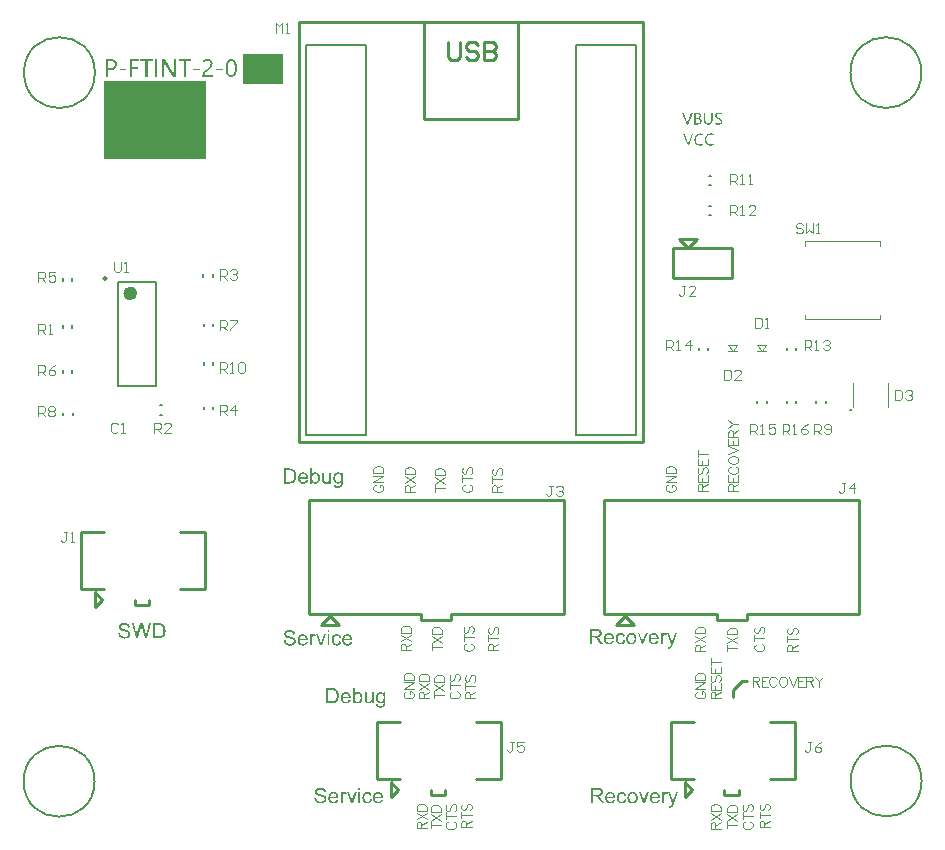
<source format=gto>
G04*
G04 #@! TF.GenerationSoftware,Altium Limited,Altium Designer,20.2.6 (244)*
G04*
G04 Layer_Color=65535*
%FSLAX44Y44*%
%MOMM*%
G71*
G04*
G04 #@! TF.SameCoordinates,206DDC9A-6AB5-4D35-AA82-BAB3787187E7*
G04*
G04*
G04 #@! TF.FilePolarity,Positive*
G04*
G01*
G75*
%ADD10C,0.2540*%
%ADD11C,0.2000*%
%ADD12C,0.2500*%
%ADD13C,0.6000*%
%ADD14C,0.1000*%
%ADD15C,0.1200*%
%ADD16R,8.7000X6.6000*%
%ADD17R,3.4000X2.5750*%
G36*
X601879Y598395D02*
X602002D01*
X602145Y598386D01*
X602296Y598367D01*
X602467Y598357D01*
X602648Y598329D01*
X602838Y598310D01*
X603237Y598234D01*
X603627Y598129D01*
X603816Y598072D01*
X603997Y597996D01*
Y596742D01*
X603988Y596752D01*
X603950Y596771D01*
X603893Y596799D01*
X603807Y596837D01*
X603712Y596885D01*
X603588Y596932D01*
X603456Y596989D01*
X603303Y597046D01*
X603133Y597103D01*
X602952Y597160D01*
X602752Y597208D01*
X602543Y597255D01*
X602335Y597293D01*
X602107Y597322D01*
X601869Y597341D01*
X601632Y597350D01*
X601556D01*
X601461Y597341D01*
X601347Y597331D01*
X601195Y597312D01*
X601024Y597293D01*
X600843Y597255D01*
X600634Y597208D01*
X600416Y597141D01*
X600188Y597065D01*
X599960Y596970D01*
X599722Y596866D01*
X599485Y596733D01*
X599257Y596571D01*
X599038Y596400D01*
X598829Y596191D01*
X598820Y596182D01*
X598782Y596134D01*
X598734Y596077D01*
X598668Y595982D01*
X598582Y595868D01*
X598497Y595726D01*
X598392Y595564D01*
X598297Y595374D01*
X598202Y595165D01*
X598098Y594937D01*
X598012Y594681D01*
X597936Y594415D01*
X597860Y594120D01*
X597813Y593807D01*
X597775Y593474D01*
X597765Y593123D01*
Y593113D01*
Y593104D01*
Y593075D01*
Y593047D01*
X597775Y592942D01*
X597784Y592819D01*
X597794Y592667D01*
X597822Y592486D01*
X597851Y592287D01*
X597889Y592068D01*
X597946Y591840D01*
X598012Y591603D01*
X598088Y591366D01*
X598183Y591119D01*
X598297Y590881D01*
X598430Y590644D01*
X598592Y590415D01*
X598763Y590206D01*
X598772Y590197D01*
X598810Y590159D01*
X598867Y590112D01*
X598943Y590036D01*
X599048Y589959D01*
X599171Y589865D01*
X599304Y589770D01*
X599466Y589665D01*
X599646Y589561D01*
X599846Y589465D01*
X600064Y589371D01*
X600302Y589295D01*
X600549Y589228D01*
X600815Y589171D01*
X601100Y589133D01*
X601394Y589124D01*
X601537D01*
X601651Y589133D01*
X601774Y589143D01*
X601926Y589162D01*
X602097Y589181D01*
X602287Y589209D01*
X602477Y589238D01*
X602686Y589285D01*
X602905Y589342D01*
X603123Y589408D01*
X603351Y589484D01*
X603569Y589570D01*
X603788Y589674D01*
X603997Y589789D01*
Y588658D01*
X603988Y588649D01*
X603950Y588630D01*
X603883Y588601D01*
X603797Y588573D01*
X603693Y588525D01*
X603560Y588478D01*
X603408Y588421D01*
X603237Y588373D01*
X603047Y588316D01*
X602838Y588259D01*
X602610Y588212D01*
X602373Y588174D01*
X602107Y588136D01*
X601831Y588107D01*
X601546Y588088D01*
X601242Y588079D01*
X601147D01*
X601100Y588088D01*
X601033D01*
X600891Y588098D01*
X600710Y588117D01*
X600501Y588155D01*
X600264Y588193D01*
X600017Y588250D01*
X599751Y588326D01*
X599466Y588411D01*
X599181Y588525D01*
X598896Y588658D01*
X598611Y588810D01*
X598335Y589000D01*
X598069Y589209D01*
X597822Y589446D01*
X597813Y589465D01*
X597765Y589513D01*
X597708Y589589D01*
X597623Y589693D01*
X597528Y589836D01*
X597414Y589997D01*
X597300Y590187D01*
X597186Y590406D01*
X597062Y590653D01*
X596948Y590928D01*
X596834Y591223D01*
X596739Y591546D01*
X596654Y591888D01*
X596597Y592249D01*
X596559Y592638D01*
X596540Y593047D01*
Y593056D01*
Y593075D01*
Y593104D01*
Y593151D01*
X596549Y593208D01*
Y593275D01*
X596559Y593360D01*
Y593446D01*
X596587Y593645D01*
X596616Y593883D01*
X596663Y594149D01*
X596720Y594434D01*
X596796Y594738D01*
X596891Y595051D01*
X597005Y595374D01*
X597148Y595697D01*
X597319Y596020D01*
X597509Y596334D01*
X597727Y596638D01*
X597984Y596923D01*
X598003Y596942D01*
X598050Y596989D01*
X598136Y597056D01*
X598240Y597151D01*
X598383Y597265D01*
X598554Y597388D01*
X598753Y597521D01*
X598981Y597664D01*
X599238Y597806D01*
X599513Y597939D01*
X599808Y598063D01*
X600140Y598177D01*
X600482Y598272D01*
X600853Y598338D01*
X601233Y598386D01*
X601641Y598405D01*
X601784D01*
X601879Y598395D01*
D02*
G37*
G36*
X593034D02*
X593158D01*
X593300Y598386D01*
X593452Y598367D01*
X593623Y598357D01*
X593804Y598329D01*
X593994Y598310D01*
X594393Y598234D01*
X594782Y598129D01*
X594972Y598072D01*
X595153Y597996D01*
Y596742D01*
X595143Y596752D01*
X595105Y596771D01*
X595048Y596799D01*
X594963Y596837D01*
X594868Y596885D01*
X594744Y596932D01*
X594611Y596989D01*
X594459Y597046D01*
X594288Y597103D01*
X594108Y597160D01*
X593908Y597208D01*
X593699Y597255D01*
X593490Y597293D01*
X593262Y597322D01*
X593025Y597341D01*
X592787Y597350D01*
X592711D01*
X592616Y597341D01*
X592502Y597331D01*
X592351Y597312D01*
X592179Y597293D01*
X591999Y597255D01*
X591790Y597208D01*
X591572Y597141D01*
X591343Y597065D01*
X591115Y596970D01*
X590878Y596866D01*
X590640Y596733D01*
X590412Y596571D01*
X590194Y596400D01*
X589985Y596191D01*
X589976Y596182D01*
X589938Y596134D01*
X589890Y596077D01*
X589824Y595982D01*
X589738Y595868D01*
X589653Y595726D01*
X589548Y595564D01*
X589453Y595374D01*
X589358Y595165D01*
X589254Y594937D01*
X589168Y594681D01*
X589092Y594415D01*
X589016Y594120D01*
X588969Y593807D01*
X588931Y593474D01*
X588921Y593123D01*
Y593113D01*
Y593104D01*
Y593075D01*
Y593047D01*
X588931Y592942D01*
X588940Y592819D01*
X588950Y592667D01*
X588978Y592486D01*
X589007Y592287D01*
X589045Y592068D01*
X589102Y591840D01*
X589168Y591603D01*
X589244Y591366D01*
X589339Y591119D01*
X589453Y590881D01*
X589586Y590644D01*
X589748Y590415D01*
X589919Y590206D01*
X589928Y590197D01*
X589966Y590159D01*
X590023Y590112D01*
X590099Y590036D01*
X590204Y589959D01*
X590327Y589865D01*
X590460Y589770D01*
X590621Y589665D01*
X590802Y589561D01*
X591002Y589465D01*
X591220Y589371D01*
X591457Y589295D01*
X591704Y589228D01*
X591970Y589171D01*
X592256Y589133D01*
X592550Y589124D01*
X592692D01*
X592806Y589133D01*
X592930Y589143D01*
X593082Y589162D01*
X593253Y589181D01*
X593443Y589209D01*
X593633Y589238D01*
X593842Y589285D01*
X594060Y589342D01*
X594279Y589408D01*
X594507Y589484D01*
X594725Y589570D01*
X594944Y589674D01*
X595153Y589789D01*
Y588658D01*
X595143Y588649D01*
X595105Y588630D01*
X595039Y588601D01*
X594953Y588573D01*
X594849Y588525D01*
X594716Y588478D01*
X594564Y588421D01*
X594393Y588373D01*
X594203Y588316D01*
X593994Y588259D01*
X593766Y588212D01*
X593528Y588174D01*
X593262Y588136D01*
X592987Y588107D01*
X592702Y588088D01*
X592398Y588079D01*
X592303D01*
X592256Y588088D01*
X592189D01*
X592047Y588098D01*
X591866Y588117D01*
X591657Y588155D01*
X591419Y588193D01*
X591172Y588250D01*
X590906Y588326D01*
X590621Y588411D01*
X590336Y588525D01*
X590052Y588658D01*
X589767Y588810D01*
X589491Y589000D01*
X589225Y589209D01*
X588978Y589446D01*
X588969Y589465D01*
X588921Y589513D01*
X588864Y589589D01*
X588779Y589693D01*
X588684Y589836D01*
X588570Y589997D01*
X588456Y590187D01*
X588342Y590406D01*
X588218Y590653D01*
X588104Y590928D01*
X587990Y591223D01*
X587895Y591546D01*
X587810Y591888D01*
X587753Y592249D01*
X587715Y592638D01*
X587696Y593047D01*
Y593056D01*
Y593075D01*
Y593104D01*
Y593151D01*
X587705Y593208D01*
Y593275D01*
X587715Y593360D01*
Y593446D01*
X587743Y593645D01*
X587772Y593883D01*
X587819Y594149D01*
X587876Y594434D01*
X587952Y594738D01*
X588047Y595051D01*
X588161Y595374D01*
X588304Y595697D01*
X588475Y596020D01*
X588665Y596334D01*
X588883Y596638D01*
X589140Y596923D01*
X589159Y596942D01*
X589206Y596989D01*
X589292Y597056D01*
X589396Y597151D01*
X589539Y597265D01*
X589710Y597388D01*
X589909Y597521D01*
X590137Y597664D01*
X590393Y597806D01*
X590669Y597939D01*
X590964Y598063D01*
X591296Y598177D01*
X591638Y598272D01*
X592009Y598338D01*
X592388Y598386D01*
X592797Y598405D01*
X592939D01*
X593034Y598395D01*
D02*
G37*
G36*
X583202Y588240D02*
X581920D01*
X578291Y598243D01*
X579593D01*
X582366Y590311D01*
X582376Y590292D01*
X582385Y590244D01*
X582414Y590159D01*
X582442Y590055D01*
X582471Y589921D01*
X582509Y589770D01*
X582537Y589599D01*
X582566Y589418D01*
X582594D01*
Y589427D01*
Y589437D01*
X582604Y589494D01*
X582623Y589580D01*
X582642Y589684D01*
X582680Y589827D01*
X582718Y589978D01*
X582765Y590140D01*
X582822Y590321D01*
X585644Y598243D01*
X586907D01*
X583202Y588240D01*
D02*
G37*
G36*
X608900Y616139D02*
X609024D01*
X609166Y616129D01*
X609318Y616120D01*
X609480Y616101D01*
X609831Y616063D01*
X610192Y615996D01*
X610363Y615958D01*
X610525Y615911D01*
X610677Y615863D01*
X610810Y615797D01*
Y614476D01*
X610800Y614486D01*
X610772Y614505D01*
X610715Y614533D01*
X610648Y614571D01*
X610563Y614619D01*
X610458Y614676D01*
X610335Y614723D01*
X610192Y614790D01*
X610040Y614847D01*
X609869Y614894D01*
X609679Y614951D01*
X609480Y614999D01*
X609261Y615037D01*
X609033Y615065D01*
X608796Y615084D01*
X608539Y615094D01*
X608397D01*
X608302Y615084D01*
X608188Y615075D01*
X608055Y615056D01*
X607912Y615037D01*
X607770Y615008D01*
X607751D01*
X607703Y614989D01*
X607637Y614970D01*
X607542Y614951D01*
X607437Y614913D01*
X607323Y614866D01*
X607200Y614818D01*
X607086Y614752D01*
X607076Y614742D01*
X607038Y614723D01*
X606981Y614676D01*
X606915Y614628D01*
X606839Y614552D01*
X606753Y614476D01*
X606677Y614381D01*
X606601Y614277D01*
X606592Y614267D01*
X606573Y614229D01*
X606544Y614163D01*
X606506Y614087D01*
X606468Y613982D01*
X606440Y613868D01*
X606421Y613735D01*
X606411Y613583D01*
Y613564D01*
Y613517D01*
X606421Y613450D01*
X606430Y613355D01*
X606449Y613251D01*
X606468Y613146D01*
X606506Y613032D01*
X606554Y612918D01*
X606563Y612909D01*
X606582Y612871D01*
X606611Y612823D01*
X606658Y612747D01*
X606715Y612671D01*
X606791Y612586D01*
X606877Y612500D01*
X606972Y612405D01*
X606981Y612396D01*
X607019Y612367D01*
X607086Y612320D01*
X607162Y612263D01*
X607266Y612196D01*
X607380Y612120D01*
X607513Y612044D01*
X607656Y611959D01*
X607675Y611949D01*
X607722Y611921D01*
X607808Y611883D01*
X607922Y611826D01*
X608055Y611750D01*
X608216Y611674D01*
X608387Y611588D01*
X608577Y611493D01*
X608587D01*
X608606Y611484D01*
X608634Y611465D01*
X608672Y611446D01*
X608777Y611398D01*
X608910Y611322D01*
X609062Y611237D01*
X609233Y611142D01*
X609594Y610933D01*
X609603D01*
X609613Y610923D01*
X609641Y610904D01*
X609679Y610885D01*
X609765Y610819D01*
X609879Y610743D01*
X610012Y610648D01*
X610154Y610534D01*
X610297Y610410D01*
X610439Y610277D01*
X610458Y610258D01*
X610496Y610220D01*
X610572Y610144D01*
X610648Y610049D01*
X610743Y609935D01*
X610838Y609793D01*
X610933Y609650D01*
X611019Y609489D01*
X611028Y609470D01*
X611057Y609413D01*
X611085Y609327D01*
X611133Y609204D01*
X611171Y609061D01*
X611199Y608890D01*
X611228Y608700D01*
X611237Y608501D01*
Y608492D01*
Y608473D01*
Y608434D01*
Y608377D01*
X611228Y608321D01*
X611218Y608245D01*
X611199Y608074D01*
X611161Y607874D01*
X611114Y607665D01*
X611038Y607456D01*
X610943Y607257D01*
Y607247D01*
X610933Y607238D01*
X610914Y607209D01*
X610895Y607171D01*
X610829Y607076D01*
X610743Y606962D01*
X610629Y606829D01*
X610496Y606687D01*
X610335Y606553D01*
X610164Y606421D01*
X610154D01*
X610145Y606411D01*
X610116Y606392D01*
X610078Y606373D01*
X610031Y606345D01*
X609974Y606316D01*
X609841Y606240D01*
X609670Y606164D01*
X609470Y606088D01*
X609261Y606022D01*
X609024Y605965D01*
X609014D01*
X608995Y605955D01*
X608957D01*
X608910Y605946D01*
X608853Y605936D01*
X608786Y605917D01*
X608701Y605908D01*
X608615Y605898D01*
X608416Y605870D01*
X608188Y605841D01*
X607941Y605832D01*
X607675Y605822D01*
X607580D01*
X607513Y605832D01*
X607428D01*
X607323Y605841D01*
X607209Y605851D01*
X607086Y605860D01*
X607067D01*
X607029Y605870D01*
X606962Y605879D01*
X606867Y605889D01*
X606763Y605898D01*
X606639Y605917D01*
X606506Y605946D01*
X606373Y605965D01*
X606354D01*
X606316Y605974D01*
X606240Y605993D01*
X606155Y606012D01*
X606050Y606041D01*
X605936Y606069D01*
X605689Y606136D01*
X605680Y606145D01*
X605632Y606155D01*
X605575Y606183D01*
X605499Y606212D01*
X605328Y606288D01*
X605243Y606335D01*
X605167Y606383D01*
Y607770D01*
X605176Y607760D01*
X605205Y607732D01*
X605262Y607693D01*
X605328Y607636D01*
X605414Y607579D01*
X605509Y607513D01*
X605613Y607447D01*
X605737Y607380D01*
X605756Y607370D01*
X605794Y607351D01*
X605860Y607323D01*
X605946Y607285D01*
X606050Y607238D01*
X606174Y607200D01*
X606297Y607152D01*
X606430Y607104D01*
X606449D01*
X606497Y607085D01*
X606563Y607066D01*
X606658Y607038D01*
X606772Y607010D01*
X606896Y606981D01*
X607171Y606924D01*
X607190D01*
X607238Y606914D01*
X607304Y606905D01*
X607399Y606895D01*
X607504Y606886D01*
X607618Y606876D01*
X607855Y606867D01*
X607960D01*
X608036Y606876D01*
X608121D01*
X608226Y606886D01*
X608340Y606905D01*
X608463Y606914D01*
X608729Y606962D01*
X608995Y607038D01*
X609252Y607133D01*
X609366Y607200D01*
X609470Y607266D01*
X609480Y607276D01*
X609489Y607285D01*
X609556Y607342D01*
X609641Y607437D01*
X609736Y607561D01*
X609831Y607722D01*
X609917Y607921D01*
X609983Y608159D01*
X609993Y608283D01*
X610002Y608425D01*
Y608444D01*
Y608492D01*
X609993Y608568D01*
X609983Y608662D01*
X609955Y608767D01*
X609926Y608890D01*
X609879Y609004D01*
X609822Y609118D01*
X609812Y609128D01*
X609793Y609166D01*
X609755Y609232D01*
X609698Y609299D01*
X609632Y609384D01*
X609546Y609479D01*
X609451Y609574D01*
X609337Y609669D01*
X609328Y609679D01*
X609280Y609707D01*
X609214Y609764D01*
X609128Y609821D01*
X609014Y609897D01*
X608891Y609973D01*
X608748Y610059D01*
X608587Y610144D01*
X608568Y610154D01*
X608511Y610182D01*
X608425Y610230D01*
X608311Y610287D01*
X608178Y610363D01*
X608017Y610448D01*
X607846Y610534D01*
X607665Y610629D01*
X607656D01*
X607646Y610638D01*
X607618Y610657D01*
X607580Y610676D01*
X607475Y610724D01*
X607352Y610800D01*
X607200Y610876D01*
X607029Y610961D01*
X606687Y611161D01*
X606677D01*
X606668Y611170D01*
X606611Y611208D01*
X606525Y611265D01*
X606421Y611341D01*
X606297Y611427D01*
X606164Y611531D01*
X606031Y611645D01*
X605898Y611759D01*
X605879Y611778D01*
X605841Y611816D01*
X605784Y611883D01*
X605708Y611978D01*
X605623Y612082D01*
X605537Y612215D01*
X605452Y612348D01*
X605376Y612500D01*
Y612510D01*
X605366Y612519D01*
X605347Y612576D01*
X605319Y612662D01*
X605281Y612776D01*
X605243Y612928D01*
X605214Y613089D01*
X605195Y613279D01*
X605186Y613479D01*
Y613488D01*
Y613507D01*
Y613545D01*
X605195Y613593D01*
Y613650D01*
X605205Y613726D01*
X605224Y613887D01*
X605262Y614068D01*
X605309Y614267D01*
X605385Y614467D01*
X605480Y614666D01*
Y614676D01*
X605499Y614685D01*
X605509Y614714D01*
X605537Y614752D01*
X605604Y614847D01*
X605689Y614961D01*
X605803Y615094D01*
X605946Y615227D01*
X606098Y615369D01*
X606269Y615493D01*
X606278D01*
X606288Y615512D01*
X606316Y615521D01*
X606354Y615550D01*
X606459Y615607D01*
X606592Y615683D01*
X606753Y615759D01*
X606943Y615844D01*
X607152Y615920D01*
X607380Y615987D01*
X607390D01*
X607409Y615996D01*
X607447Y616006D01*
X607485Y616015D01*
X607542Y616025D01*
X607618Y616034D01*
X607779Y616072D01*
X607969Y616101D01*
X608188Y616120D01*
X608416Y616139D01*
X608663Y616148D01*
X608805D01*
X608900Y616139D01*
D02*
G37*
G36*
X582491Y605984D02*
X581209D01*
X577580Y615987D01*
X578881D01*
X581655Y608055D01*
X581665Y608036D01*
X581674Y607988D01*
X581703Y607902D01*
X581731Y607798D01*
X581760Y607665D01*
X581798Y607513D01*
X581826Y607342D01*
X581855Y607161D01*
X581883D01*
Y607171D01*
Y607180D01*
X581893Y607238D01*
X581912Y607323D01*
X581931Y607427D01*
X581969Y607570D01*
X582007Y607722D01*
X582054Y607883D01*
X582111Y608064D01*
X584933Y615987D01*
X586196D01*
X582491Y605984D01*
D02*
G37*
G36*
X603143Y610021D02*
Y610011D01*
Y609973D01*
Y609916D01*
X603134Y609840D01*
Y609745D01*
X603115Y609631D01*
X603105Y609508D01*
X603086Y609365D01*
X603058Y609213D01*
X603029Y609052D01*
X602944Y608691D01*
X602887Y608501D01*
X602830Y608311D01*
X602754Y608121D01*
X602668Y607921D01*
X602573Y607722D01*
X602469Y607532D01*
X602346Y607342D01*
X602212Y607152D01*
X602070Y606972D01*
X601908Y606800D01*
X601738Y606629D01*
X601538Y606478D01*
X601329Y606335D01*
X601101Y606212D01*
X600863Y606098D01*
X600597Y606003D01*
X600312Y605927D01*
X600009Y605870D01*
X599686Y605832D01*
X599344Y605822D01*
X599258D01*
X599192Y605832D01*
X599106Y605841D01*
X599011Y605851D01*
X598897Y605860D01*
X598774Y605889D01*
X598641Y605917D01*
X598498Y605946D01*
X598194Y606031D01*
X598023Y606098D01*
X597862Y606164D01*
X597691Y606240D01*
X597520Y606326D01*
X597349Y606430D01*
X597178Y606544D01*
X597016Y606668D01*
X596855Y606810D01*
X596693Y606962D01*
X596541Y607133D01*
X596399Y607323D01*
X596266Y607532D01*
X596142Y607751D01*
X596028Y607998D01*
X595933Y608254D01*
X595857Y608530D01*
X595791Y608834D01*
X595734Y609156D01*
X595705Y609498D01*
X595696Y609869D01*
Y615987D01*
X596874D01*
Y609945D01*
Y609935D01*
Y609907D01*
Y609869D01*
X596883Y609812D01*
Y609745D01*
X596893Y609660D01*
X596902Y609565D01*
X596912Y609460D01*
X596950Y609232D01*
X597007Y608976D01*
X597092Y608691D01*
X597197Y608406D01*
X597339Y608121D01*
X597415Y607979D01*
X597510Y607845D01*
X597605Y607713D01*
X597719Y607579D01*
X597833Y607466D01*
X597966Y607351D01*
X598109Y607247D01*
X598261Y607152D01*
X598432Y607066D01*
X598612Y607000D01*
X598802Y606943D01*
X599011Y606905D01*
X599230Y606876D01*
X599467Y606867D01*
X599534D01*
X599572Y606876D01*
X599629D01*
X599695Y606886D01*
X599857Y606914D01*
X600047Y606962D01*
X600265Y607029D01*
X600484Y607114D01*
X600721Y607238D01*
X600835Y607313D01*
X600959Y607399D01*
X601073Y607494D01*
X601186Y607589D01*
X601291Y607703D01*
X601395Y607836D01*
X601491Y607969D01*
X601586Y608121D01*
X601671Y608283D01*
X601747Y608463D01*
X601814Y608653D01*
X601870Y608862D01*
X601918Y609080D01*
X601946Y609318D01*
X601965Y609574D01*
X601975Y609840D01*
Y615987D01*
X603143D01*
Y610021D01*
D02*
G37*
G36*
X590699Y615977D02*
X590803Y615968D01*
X590936Y615949D01*
X591069Y615930D01*
X591231Y615911D01*
X591554Y615835D01*
X591725Y615778D01*
X591896Y615721D01*
X592067Y615645D01*
X592238Y615559D01*
X592390Y615464D01*
X592542Y615350D01*
X592551Y615341D01*
X592570Y615322D01*
X592608Y615284D01*
X592665Y615236D01*
X592722Y615170D01*
X592779Y615094D01*
X592855Y615008D01*
X592922Y614904D01*
X592988Y614790D01*
X593064Y614666D01*
X593121Y614533D01*
X593188Y614381D01*
X593235Y614229D01*
X593273Y614058D01*
X593292Y613887D01*
X593302Y613697D01*
Y613688D01*
Y613659D01*
Y613612D01*
X593292Y613555D01*
Y613479D01*
X593273Y613393D01*
X593264Y613298D01*
X593245Y613194D01*
X593188Y612956D01*
X593102Y612709D01*
X593055Y612586D01*
X592988Y612462D01*
X592922Y612339D01*
X592836Y612215D01*
X592827Y612206D01*
X592817Y612187D01*
X592789Y612158D01*
X592751Y612111D01*
X592703Y612063D01*
X592646Y612006D01*
X592580Y611940D01*
X592504Y611873D01*
X592323Y611721D01*
X592114Y611579D01*
X591858Y611436D01*
X591573Y611322D01*
Y611294D01*
X591582D01*
X591620Y611284D01*
X591668Y611275D01*
X591744Y611265D01*
X591829Y611246D01*
X591924Y611227D01*
X592038Y611189D01*
X592152Y611161D01*
X592409Y611056D01*
X592542Y610999D01*
X592675Y610923D01*
X592817Y610847D01*
X592941Y610752D01*
X593074Y610648D01*
X593188Y610534D01*
X593197Y610524D01*
X593216Y610505D01*
X593245Y610467D01*
X593283Y610420D01*
X593330Y610353D01*
X593378Y610277D01*
X593435Y610182D01*
X593492Y610078D01*
X593549Y609964D01*
X593606Y609840D01*
X593653Y609698D01*
X593701Y609555D01*
X593739Y609394D01*
X593767Y609223D01*
X593786Y609042D01*
X593796Y608853D01*
Y608834D01*
Y608796D01*
X593786Y608729D01*
Y608643D01*
X593767Y608530D01*
X593748Y608406D01*
X593720Y608264D01*
X593682Y608111D01*
X593634Y607950D01*
X593568Y607779D01*
X593501Y607608D01*
X593406Y607437D01*
X593302Y607257D01*
X593178Y607095D01*
X593036Y606924D01*
X592874Y606772D01*
X592865Y606763D01*
X592836Y606734D01*
X592779Y606696D01*
X592713Y606648D01*
X592618Y606591D01*
X592513Y606525D01*
X592380Y606449D01*
X592238Y606383D01*
X592076Y606307D01*
X591905Y606231D01*
X591715Y606164D01*
X591506Y606107D01*
X591288Y606060D01*
X591060Y606022D01*
X590813Y605993D01*
X590556Y605984D01*
X587640D01*
Y615987D01*
X590604D01*
X590699Y615977D01*
D02*
G37*
G36*
X316078Y116000D02*
X314681D01*
Y117348D01*
X314671Y117328D01*
X314631Y117278D01*
X314571Y117208D01*
X314481Y117108D01*
X314372Y116988D01*
X314242Y116859D01*
X314082Y116719D01*
X313902Y116569D01*
X313703Y116419D01*
X313483Y116279D01*
X313244Y116150D01*
X312974Y116030D01*
X312695Y115930D01*
X312385Y115860D01*
X312066Y115810D01*
X311726Y115790D01*
X311646D01*
X311586Y115800D01*
X311517D01*
X311427Y115810D01*
X311337Y115820D01*
X311227Y115830D01*
X310988Y115870D01*
X310728Y115920D01*
X310459Y116000D01*
X310189Y116100D01*
X310179D01*
X310159Y116110D01*
X310119Y116130D01*
X310069Y116160D01*
X310009Y116190D01*
X309949Y116220D01*
X309790Y116319D01*
X309620Y116429D01*
X309440Y116559D01*
X309281Y116719D01*
X309131Y116888D01*
Y116898D01*
X309121Y116908D01*
X309101Y116938D01*
X309081Y116978D01*
X309021Y117078D01*
X308941Y117218D01*
X308861Y117388D01*
X308782Y117587D01*
X308712Y117807D01*
X308652Y118056D01*
Y118066D01*
Y118076D01*
X308642Y118106D01*
Y118146D01*
X308632Y118196D01*
X308622Y118256D01*
X308612Y118326D01*
Y118416D01*
X308602Y118505D01*
X308592Y118615D01*
X308582Y118735D01*
X308572Y118865D01*
Y119015D01*
X308562Y119174D01*
Y119344D01*
Y119524D01*
Y125274D01*
X310129D01*
Y120123D01*
Y120113D01*
Y120073D01*
Y120003D01*
Y119923D01*
Y119823D01*
X310139Y119713D01*
Y119584D01*
Y119454D01*
X310149Y119174D01*
X310169Y118905D01*
X310179Y118775D01*
X310189Y118655D01*
X310199Y118555D01*
X310219Y118466D01*
Y118456D01*
X310229Y118436D01*
X310239Y118406D01*
X310249Y118366D01*
X310289Y118246D01*
X310359Y118106D01*
X310439Y117947D01*
X310548Y117787D01*
X310688Y117627D01*
X310848Y117487D01*
X310858D01*
X310868Y117477D01*
X310898Y117457D01*
X310938Y117437D01*
X311038Y117378D01*
X311177Y117318D01*
X311347Y117248D01*
X311547Y117198D01*
X311786Y117158D01*
X312036Y117138D01*
X312106D01*
X312155Y117148D01*
X312215D01*
X312295Y117158D01*
X312465Y117188D01*
X312675Y117228D01*
X312894Y117288D01*
X313134Y117378D01*
X313363Y117497D01*
X313373D01*
X313393Y117517D01*
X313423Y117537D01*
X313463Y117567D01*
X313573Y117647D01*
X313713Y117757D01*
X313853Y117897D01*
X314002Y118066D01*
X314142Y118256D01*
X314252Y118476D01*
Y118486D01*
X314262Y118505D01*
X314272Y118546D01*
X314292Y118595D01*
X314312Y118655D01*
X314332Y118735D01*
X314362Y118835D01*
X314382Y118935D01*
X314401Y119065D01*
X314431Y119194D01*
X314451Y119344D01*
X314471Y119504D01*
X314491Y119683D01*
X314501Y119873D01*
X314511Y120073D01*
Y120292D01*
Y125274D01*
X316078D01*
Y116000D01*
D02*
G37*
G36*
X280772Y128787D02*
X280921D01*
X281081Y128777D01*
X281251D01*
X281620Y128747D01*
X281999Y128717D01*
X282179Y128697D01*
X282359Y128667D01*
X282528Y128638D01*
X282678Y128608D01*
X282688D01*
X282728Y128597D01*
X282788Y128578D01*
X282868Y128558D01*
X282958Y128528D01*
X283067Y128498D01*
X283197Y128448D01*
X283327Y128398D01*
X283626Y128278D01*
X283936Y128118D01*
X284255Y127919D01*
X284555Y127689D01*
X284565Y127679D01*
X284605Y127649D01*
X284655Y127599D01*
X284724Y127539D01*
X284804Y127450D01*
X284904Y127350D01*
X285014Y127230D01*
X285124Y127100D01*
X285243Y126951D01*
X285373Y126781D01*
X285503Y126601D01*
X285623Y126411D01*
X285743Y126202D01*
X285862Y125982D01*
X285972Y125753D01*
X286072Y125503D01*
X286082Y125483D01*
X286092Y125443D01*
X286122Y125373D01*
X286152Y125274D01*
X286192Y125144D01*
X286232Y124994D01*
X286282Y124824D01*
X286332Y124625D01*
X286371Y124415D01*
X286421Y124175D01*
X286461Y123926D01*
X286501Y123666D01*
X286531Y123387D01*
X286561Y123087D01*
X286571Y122788D01*
X286581Y122469D01*
Y122449D01*
Y122399D01*
Y122329D01*
X286571Y122219D01*
Y122089D01*
X286561Y121949D01*
X286551Y121780D01*
X286541Y121590D01*
X286521Y121400D01*
X286491Y121191D01*
X286431Y120751D01*
X286352Y120312D01*
X286232Y119873D01*
Y119863D01*
X286212Y119823D01*
X286202Y119763D01*
X286172Y119683D01*
X286142Y119594D01*
X286092Y119484D01*
X286052Y119354D01*
X285992Y119224D01*
X285872Y118925D01*
X285723Y118615D01*
X285553Y118306D01*
X285363Y118016D01*
X285353Y118006D01*
X285343Y117986D01*
X285313Y117947D01*
X285273Y117897D01*
X285224Y117837D01*
X285164Y117757D01*
X285024Y117597D01*
X284844Y117408D01*
X284645Y117208D01*
X284425Y117018D01*
X284195Y116848D01*
X284185D01*
X284165Y116828D01*
X284135Y116809D01*
X284086Y116779D01*
X284026Y116749D01*
X283946Y116709D01*
X283866Y116659D01*
X283766Y116609D01*
X283666Y116559D01*
X283547Y116509D01*
X283287Y116399D01*
X282987Y116299D01*
X282668Y116210D01*
X282658D01*
X282628Y116200D01*
X282578Y116190D01*
X282508Y116180D01*
X282428Y116160D01*
X282319Y116140D01*
X282209Y116120D01*
X282079Y116110D01*
X281929Y116090D01*
X281770Y116070D01*
X281600Y116050D01*
X281420Y116030D01*
X281031Y116010D01*
X280612Y116000D01*
X276000D01*
Y128797D01*
X280652D01*
X280772Y128787D01*
D02*
G37*
G36*
X300207Y124235D02*
X300217Y124245D01*
X300257Y124285D01*
X300307Y124355D01*
X300387Y124435D01*
X300486Y124525D01*
X300606Y124635D01*
X300736Y124744D01*
X300896Y124864D01*
X301065Y124974D01*
X301265Y125084D01*
X301465Y125194D01*
X301694Y125293D01*
X301934Y125363D01*
X302193Y125433D01*
X302463Y125473D01*
X302742Y125483D01*
X302822D01*
X302892Y125473D01*
X302962D01*
X303052Y125463D01*
X303152Y125453D01*
X303271Y125443D01*
X303511Y125393D01*
X303790Y125333D01*
X304070Y125253D01*
X304359Y125134D01*
X304369D01*
X304389Y125114D01*
X304429Y125094D01*
X304489Y125074D01*
X304549Y125034D01*
X304629Y124994D01*
X304809Y124884D01*
X305008Y124744D01*
X305218Y124575D01*
X305427Y124375D01*
X305617Y124156D01*
X305627Y124145D01*
X305637Y124125D01*
X305667Y124096D01*
X305697Y124046D01*
X305737Y123986D01*
X305787Y123916D01*
X305847Y123826D01*
X305907Y123736D01*
X305967Y123636D01*
X306026Y123517D01*
X306156Y123267D01*
X306286Y122978D01*
X306396Y122658D01*
Y122648D01*
X306406Y122618D01*
X306426Y122568D01*
X306436Y122508D01*
X306466Y122429D01*
X306486Y122329D01*
X306506Y122219D01*
X306536Y122089D01*
X306565Y121959D01*
X306586Y121810D01*
X306635Y121490D01*
X306665Y121141D01*
X306675Y120772D01*
Y120761D01*
Y120742D01*
Y120712D01*
Y120672D01*
Y120612D01*
X306665Y120542D01*
Y120462D01*
X306655Y120382D01*
X306635Y120183D01*
X306615Y119953D01*
X306576Y119693D01*
X306526Y119414D01*
X306466Y119124D01*
X306386Y118825D01*
X306296Y118516D01*
X306176Y118216D01*
X306046Y117907D01*
X305887Y117617D01*
X305707Y117348D01*
X305497Y117088D01*
X305487Y117078D01*
X305448Y117028D01*
X305378Y116968D01*
X305288Y116888D01*
X305178Y116789D01*
X305038Y116679D01*
X304879Y116559D01*
X304699Y116439D01*
X304499Y116319D01*
X304290Y116200D01*
X304050Y116090D01*
X303800Y115990D01*
X303541Y115910D01*
X303261Y115850D01*
X302972Y115800D01*
X302663Y115790D01*
X302593D01*
X302503Y115800D01*
X302393Y115810D01*
X302253Y115830D01*
X302094Y115860D01*
X301924Y115900D01*
X301724Y115960D01*
X301525Y116030D01*
X301315Y116120D01*
X301105Y116230D01*
X300886Y116359D01*
X300676Y116519D01*
X300476Y116699D01*
X300277Y116908D01*
X300097Y117148D01*
Y116000D01*
X298640D01*
Y128797D01*
X300207D01*
Y124235D01*
D02*
G37*
G36*
X292690Y125473D02*
X292820Y125463D01*
X292980Y125443D01*
X293159Y125413D01*
X293369Y125373D01*
X293589Y125323D01*
X293818Y125253D01*
X294068Y125174D01*
X294317Y125074D01*
X294577Y124944D01*
X294826Y124804D01*
X295076Y124635D01*
X295316Y124435D01*
X295545Y124215D01*
X295555Y124205D01*
X295595Y124156D01*
X295655Y124086D01*
X295735Y123986D01*
X295825Y123856D01*
X295924Y123696D01*
X296024Y123507D01*
X296144Y123297D01*
X296254Y123057D01*
X296354Y122788D01*
X296453Y122498D01*
X296543Y122179D01*
X296623Y121830D01*
X296683Y121460D01*
X296723Y121071D01*
X296733Y120652D01*
Y120642D01*
Y120622D01*
Y120592D01*
Y120552D01*
Y120492D01*
Y120412D01*
X296723Y120332D01*
Y120232D01*
X289805D01*
Y120212D01*
X289815Y120163D01*
Y120083D01*
X289835Y119983D01*
X289845Y119853D01*
X289875Y119703D01*
X289905Y119544D01*
X289945Y119364D01*
X289995Y119174D01*
X290055Y118985D01*
X290125Y118785D01*
X290205Y118595D01*
X290294Y118406D01*
X290404Y118216D01*
X290524Y118046D01*
X290664Y117887D01*
X290674Y117877D01*
X290704Y117857D01*
X290744Y117817D01*
X290804Y117757D01*
X290884Y117697D01*
X290973Y117627D01*
X291083Y117557D01*
X291203Y117487D01*
X291333Y117408D01*
X291482Y117338D01*
X291642Y117268D01*
X291812Y117208D01*
X292001Y117158D01*
X292191Y117118D01*
X292401Y117088D01*
X292610Y117078D01*
X292690D01*
X292750Y117088D01*
X292830D01*
X292910Y117098D01*
X293010Y117118D01*
X293120Y117138D01*
X293349Y117188D01*
X293589Y117268D01*
X293838Y117378D01*
X293958Y117447D01*
X294078Y117527D01*
X294088Y117537D01*
X294108Y117547D01*
X294138Y117577D01*
X294178Y117617D01*
X294237Y117667D01*
X294297Y117727D01*
X294357Y117797D01*
X294437Y117887D01*
X294507Y117977D01*
X294587Y118086D01*
X294667Y118206D01*
X294757Y118336D01*
X294836Y118486D01*
X294906Y118645D01*
X294986Y118815D01*
X295056Y118995D01*
X296673Y118785D01*
Y118765D01*
X296653Y118725D01*
X296633Y118645D01*
X296593Y118546D01*
X296553Y118426D01*
X296503Y118296D01*
X296434Y118136D01*
X296354Y117977D01*
X296264Y117797D01*
X296164Y117617D01*
X296044Y117437D01*
X295914Y117248D01*
X295775Y117068D01*
X295615Y116888D01*
X295445Y116729D01*
X295256Y116569D01*
X295246Y116559D01*
X295206Y116539D01*
X295146Y116499D01*
X295066Y116449D01*
X294966Y116389D01*
X294846Y116319D01*
X294697Y116250D01*
X294537Y116180D01*
X294347Y116110D01*
X294148Y116040D01*
X293938Y115970D01*
X293698Y115910D01*
X293449Y115860D01*
X293179Y115820D01*
X292900Y115800D01*
X292600Y115790D01*
X292511D01*
X292401Y115800D01*
X292261Y115810D01*
X292091Y115830D01*
X291892Y115860D01*
X291672Y115890D01*
X291432Y115950D01*
X291183Y116010D01*
X290923Y116100D01*
X290654Y116200D01*
X290384Y116319D01*
X290115Y116459D01*
X289855Y116629D01*
X289606Y116819D01*
X289376Y117038D01*
X289366Y117058D01*
X289326Y117098D01*
X289266Y117168D01*
X289186Y117268D01*
X289097Y117397D01*
X288997Y117557D01*
X288897Y117737D01*
X288787Y117947D01*
X288667Y118186D01*
X288568Y118446D01*
X288468Y118735D01*
X288378Y119054D01*
X288298Y119394D01*
X288238Y119753D01*
X288198Y120143D01*
X288188Y120552D01*
Y120562D01*
Y120582D01*
Y120612D01*
Y120652D01*
Y120712D01*
X288198Y120781D01*
Y120851D01*
X288208Y120941D01*
X288228Y121131D01*
X288248Y121360D01*
X288288Y121610D01*
X288338Y121889D01*
X288398Y122169D01*
X288478Y122469D01*
X288578Y122768D01*
X288697Y123077D01*
X288827Y123377D01*
X288987Y123656D01*
X289177Y123936D01*
X289386Y124185D01*
X289396Y124195D01*
X289446Y124245D01*
X289506Y124305D01*
X289606Y124385D01*
X289725Y124485D01*
X289865Y124595D01*
X290035Y124714D01*
X290235Y124834D01*
X290444Y124954D01*
X290684Y125074D01*
X290933Y125184D01*
X291213Y125283D01*
X291512Y125363D01*
X291822Y125423D01*
X292161Y125473D01*
X292511Y125483D01*
X292590D01*
X292690Y125473D01*
D02*
G37*
G36*
X322108D02*
X322218Y125463D01*
X322357Y125443D01*
X322527Y125413D01*
X322707Y125373D01*
X322896Y125313D01*
X323106Y125244D01*
X323326Y125164D01*
X323555Y125054D01*
X323785Y124924D01*
X324004Y124774D01*
X324234Y124595D01*
X324444Y124385D01*
X324653Y124156D01*
Y125274D01*
X326101D01*
Y117248D01*
Y117238D01*
Y117228D01*
Y117198D01*
Y117158D01*
Y117108D01*
Y117048D01*
X326091Y116898D01*
Y116719D01*
X326081Y116519D01*
X326061Y116299D01*
X326041Y116060D01*
X326021Y115810D01*
X325991Y115561D01*
X325911Y115052D01*
X325861Y114812D01*
X325801Y114583D01*
X325731Y114373D01*
X325652Y114193D01*
Y114183D01*
X325631Y114153D01*
X325602Y114103D01*
X325572Y114044D01*
X325522Y113964D01*
X325462Y113874D01*
X325392Y113784D01*
X325312Y113674D01*
X325222Y113564D01*
X325122Y113445D01*
X325003Y113325D01*
X324873Y113205D01*
X324743Y113095D01*
X324593Y112975D01*
X324424Y112866D01*
X324254Y112766D01*
X324244Y112756D01*
X324214Y112746D01*
X324154Y112716D01*
X324084Y112686D01*
X323994Y112646D01*
X323885Y112596D01*
X323755Y112546D01*
X323605Y112506D01*
X323445Y112456D01*
X323266Y112406D01*
X323076Y112357D01*
X322866Y112317D01*
X322647Y112287D01*
X322407Y112257D01*
X322168Y112247D01*
X321908Y112237D01*
X321838D01*
X321748Y112247D01*
X321629D01*
X321489Y112257D01*
X321329Y112277D01*
X321149Y112297D01*
X320950Y112326D01*
X320740Y112367D01*
X320521Y112416D01*
X320301Y112476D01*
X320081Y112556D01*
X319852Y112636D01*
X319632Y112736D01*
X319423Y112856D01*
X319223Y112985D01*
X319213Y112995D01*
X319183Y113025D01*
X319133Y113065D01*
X319063Y113125D01*
X318983Y113205D01*
X318904Y113305D01*
X318814Y113415D01*
X318724Y113544D01*
X318624Y113694D01*
X318534Y113864D01*
X318454Y114044D01*
X318384Y114253D01*
X318325Y114473D01*
X318275Y114702D01*
X318245Y114962D01*
Y115231D01*
X319772Y115002D01*
Y114992D01*
X319782Y114972D01*
Y114932D01*
X319792Y114892D01*
X319802Y114832D01*
X319822Y114762D01*
X319872Y114613D01*
X319942Y114443D01*
X320032Y114273D01*
X320151Y114113D01*
X320301Y113974D01*
X320311D01*
X320331Y113954D01*
X320361Y113934D01*
X320411Y113904D01*
X320471Y113874D01*
X320541Y113834D01*
X320620Y113794D01*
X320720Y113754D01*
X320830Y113714D01*
X320950Y113674D01*
X321080Y113634D01*
X321219Y113604D01*
X321379Y113574D01*
X321539Y113554D01*
X321718Y113544D01*
X321898Y113534D01*
X321998D01*
X322078Y113544D01*
X322168D01*
X322277Y113554D01*
X322387Y113574D01*
X322517Y113594D01*
X322787Y113644D01*
X323066Y113724D01*
X323336Y113834D01*
X323455Y113894D01*
X323575Y113974D01*
X323585Y113984D01*
X323605Y113994D01*
X323635Y114024D01*
X323675Y114053D01*
X323775Y114153D01*
X323905Y114293D01*
X324034Y114463D01*
X324174Y114672D01*
X324294Y114922D01*
X324384Y115201D01*
Y115211D01*
X324394Y115221D01*
Y115251D01*
X324404Y115301D01*
X324414Y115361D01*
X324424Y115431D01*
X324434Y115521D01*
X324444Y115631D01*
X324464Y115760D01*
X324474Y115900D01*
X324484Y116070D01*
X324493Y116250D01*
Y116459D01*
X324504Y116679D01*
Y116938D01*
Y117208D01*
X324493Y117198D01*
X324454Y117158D01*
X324404Y117098D01*
X324324Y117018D01*
X324214Y116928D01*
X324094Y116828D01*
X323955Y116719D01*
X323795Y116609D01*
X323625Y116489D01*
X323425Y116379D01*
X323216Y116279D01*
X322986Y116190D01*
X322747Y116110D01*
X322487Y116050D01*
X322218Y116010D01*
X321938Y116000D01*
X321858D01*
X321758Y116010D01*
X321619Y116020D01*
X321459Y116040D01*
X321279Y116070D01*
X321070Y116120D01*
X320850Y116170D01*
X320611Y116250D01*
X320371Y116339D01*
X320121Y116449D01*
X319882Y116579D01*
X319632Y116739D01*
X319403Y116918D01*
X319183Y117138D01*
X318973Y117378D01*
X318963Y117397D01*
X318933Y117437D01*
X318874Y117517D01*
X318814Y117627D01*
X318734Y117757D01*
X318644Y117917D01*
X318554Y118096D01*
X318454Y118306D01*
X318354Y118535D01*
X318265Y118785D01*
X318175Y119065D01*
X318095Y119354D01*
X318035Y119663D01*
X317985Y119983D01*
X317945Y120332D01*
X317935Y120682D01*
Y120702D01*
Y120742D01*
Y120811D01*
X317945Y120911D01*
Y121021D01*
X317965Y121161D01*
X317975Y121320D01*
X317995Y121490D01*
X318025Y121670D01*
X318055Y121860D01*
X318135Y122279D01*
X318255Y122698D01*
X318335Y122918D01*
X318414Y123127D01*
X318424Y123137D01*
X318434Y123177D01*
X318464Y123237D01*
X318504Y123317D01*
X318554Y123407D01*
X318614Y123517D01*
X318684Y123636D01*
X318764Y123766D01*
X318864Y123906D01*
X318963Y124046D01*
X319073Y124195D01*
X319203Y124335D01*
X319333Y124475D01*
X319482Y124615D01*
X319632Y124744D01*
X319802Y124864D01*
X319812Y124874D01*
X319842Y124894D01*
X319892Y124924D01*
X319962Y124964D01*
X320051Y125004D01*
X320151Y125064D01*
X320271Y125114D01*
X320411Y125174D01*
X320560Y125233D01*
X320730Y125283D01*
X320900Y125343D01*
X321090Y125383D01*
X321289Y125423D01*
X321499Y125453D01*
X321718Y125473D01*
X321948Y125483D01*
X322018D01*
X322108Y125473D01*
D02*
G37*
G36*
X304701Y42380D02*
X303134D01*
Y44187D01*
X304701D01*
Y42380D01*
D02*
G37*
G36*
X271221Y44397D02*
X271350D01*
X271490Y44387D01*
X271650Y44367D01*
X271830Y44347D01*
X272019Y44327D01*
X272219Y44297D01*
X272648Y44217D01*
X273077Y44097D01*
X273287Y44027D01*
X273497Y43947D01*
X273507Y43937D01*
X273547Y43927D01*
X273596Y43898D01*
X273676Y43857D01*
X273766Y43818D01*
X273876Y43758D01*
X273986Y43688D01*
X274116Y43608D01*
X274245Y43518D01*
X274385Y43418D01*
X274525Y43299D01*
X274655Y43179D01*
X274794Y43049D01*
X274924Y42909D01*
X275054Y42750D01*
X275164Y42590D01*
X275174Y42580D01*
X275194Y42550D01*
X275224Y42500D01*
X275254Y42430D01*
X275303Y42350D01*
X275353Y42250D01*
X275403Y42131D01*
X275463Y42011D01*
X275523Y41861D01*
X275583Y41711D01*
X275633Y41542D01*
X275683Y41372D01*
X275763Y40993D01*
X275783Y40793D01*
X275802Y40583D01*
X274175Y40464D01*
Y40474D01*
X274165Y40514D01*
X274156Y40583D01*
X274146Y40663D01*
X274116Y40763D01*
X274096Y40883D01*
X274056Y41003D01*
X274016Y41142D01*
X273956Y41292D01*
X273896Y41442D01*
X273826Y41592D01*
X273736Y41741D01*
X273646Y41891D01*
X273537Y42031D01*
X273417Y42171D01*
X273277Y42290D01*
X273267Y42300D01*
X273247Y42320D01*
X273197Y42350D01*
X273137Y42390D01*
X273057Y42440D01*
X272958Y42490D01*
X272848Y42550D01*
X272718Y42610D01*
X272568Y42660D01*
X272409Y42720D01*
X272219Y42769D01*
X272019Y42819D01*
X271810Y42859D01*
X271570Y42889D01*
X271320Y42909D01*
X271051Y42919D01*
X270901D01*
X270801Y42909D01*
X270672Y42899D01*
X270532Y42889D01*
X270362Y42869D01*
X270193Y42849D01*
X269823Y42779D01*
X269643Y42740D01*
X269454Y42680D01*
X269274Y42610D01*
X269104Y42540D01*
X268945Y42450D01*
X268805Y42350D01*
X268795Y42340D01*
X268775Y42320D01*
X268745Y42290D01*
X268695Y42250D01*
X268645Y42190D01*
X268585Y42131D01*
X268526Y42051D01*
X268456Y41971D01*
X268326Y41771D01*
X268216Y41542D01*
X268166Y41412D01*
X268136Y41282D01*
X268116Y41142D01*
X268106Y40993D01*
Y40983D01*
Y40963D01*
Y40923D01*
X268116Y40883D01*
X268126Y40823D01*
X268136Y40753D01*
X268166Y40593D01*
X268226Y40414D01*
X268316Y40224D01*
X268366Y40124D01*
X268436Y40034D01*
X268505Y39945D01*
X268595Y39855D01*
X268605D01*
X268625Y39835D01*
X268655Y39815D01*
X268705Y39775D01*
X268775Y39735D01*
X268865Y39685D01*
X268975Y39635D01*
X269104Y39575D01*
X269264Y39505D01*
X269444Y39435D01*
X269653Y39356D01*
X269893Y39276D01*
X270153Y39196D01*
X270462Y39106D01*
X270791Y39026D01*
X271161Y38936D01*
X271171D01*
X271181Y38926D01*
X271211D01*
X271251Y38916D01*
X271360Y38886D01*
X271500Y38856D01*
X271660Y38816D01*
X271860Y38767D01*
X272069Y38717D01*
X272289Y38657D01*
X272758Y38527D01*
X272997Y38467D01*
X273227Y38397D01*
X273447Y38327D01*
X273656Y38258D01*
X273836Y38188D01*
X273996Y38118D01*
X274006Y38108D01*
X274046Y38098D01*
X274105Y38068D01*
X274175Y38028D01*
X274275Y37978D01*
X274375Y37918D01*
X274495Y37848D01*
X274625Y37768D01*
X274894Y37579D01*
X275164Y37359D01*
X275423Y37100D01*
X275533Y36970D01*
X275643Y36820D01*
X275653Y36810D01*
X275663Y36780D01*
X275693Y36740D01*
X275723Y36680D01*
X275773Y36611D01*
X275812Y36521D01*
X275862Y36411D01*
X275912Y36301D01*
X275962Y36171D01*
X276012Y36031D01*
X276062Y35882D01*
X276102Y35722D01*
X276162Y35373D01*
X276172Y35183D01*
X276182Y34993D01*
Y34983D01*
Y34943D01*
Y34894D01*
X276172Y34824D01*
X276162Y34734D01*
X276152Y34624D01*
X276132Y34504D01*
X276112Y34374D01*
X276082Y34225D01*
X276042Y34075D01*
X275992Y33915D01*
X275932Y33756D01*
X275862Y33586D01*
X275793Y33406D01*
X275693Y33236D01*
X275593Y33067D01*
X275583Y33057D01*
X275563Y33027D01*
X275533Y32977D01*
X275483Y32917D01*
X275423Y32847D01*
X275353Y32757D01*
X275264Y32657D01*
X275164Y32558D01*
X275044Y32448D01*
X274924Y32328D01*
X274784Y32218D01*
X274635Y32099D01*
X274465Y31989D01*
X274295Y31869D01*
X274105Y31769D01*
X273906Y31669D01*
X273896Y31659D01*
X273856Y31649D01*
X273796Y31619D01*
X273716Y31589D01*
X273616Y31549D01*
X273487Y31510D01*
X273347Y31470D01*
X273187Y31420D01*
X273018Y31370D01*
X272828Y31330D01*
X272628Y31290D01*
X272409Y31250D01*
X272189Y31220D01*
X271949Y31190D01*
X271700Y31180D01*
X271450Y31170D01*
X271281D01*
X271161Y31180D01*
X271011Y31190D01*
X270841Y31200D01*
X270642Y31210D01*
X270432Y31230D01*
X270212Y31260D01*
X269973Y31290D01*
X269484Y31380D01*
X269244Y31440D01*
X268995Y31510D01*
X268765Y31579D01*
X268535Y31669D01*
X268526Y31679D01*
X268486Y31689D01*
X268426Y31719D01*
X268346Y31769D01*
X268246Y31819D01*
X268126Y31889D01*
X268006Y31959D01*
X267867Y32049D01*
X267727Y32148D01*
X267577Y32268D01*
X267418Y32388D01*
X267268Y32528D01*
X267118Y32678D01*
X266968Y32837D01*
X266828Y33017D01*
X266699Y33197D01*
X266689Y33207D01*
X266669Y33247D01*
X266639Y33296D01*
X266599Y33376D01*
X266539Y33476D01*
X266489Y33586D01*
X266429Y33716D01*
X266359Y33865D01*
X266299Y34035D01*
X266230Y34205D01*
X266180Y34394D01*
X266120Y34604D01*
X266080Y34814D01*
X266040Y35033D01*
X266010Y35263D01*
X266000Y35502D01*
X267597Y35642D01*
Y35632D01*
X267607Y35602D01*
Y35552D01*
X267617Y35482D01*
X267637Y35403D01*
X267657Y35303D01*
X267677Y35193D01*
X267707Y35083D01*
X267777Y34834D01*
X267867Y34564D01*
X267976Y34305D01*
X268116Y34055D01*
X268126Y34045D01*
X268136Y34025D01*
X268156Y33995D01*
X268196Y33955D01*
X268236Y33895D01*
X268296Y33835D01*
X268356Y33775D01*
X268436Y33696D01*
X268515Y33616D01*
X268615Y33536D01*
X268725Y33456D01*
X268835Y33376D01*
X268965Y33286D01*
X269104Y33207D01*
X269244Y33127D01*
X269404Y33057D01*
X269414D01*
X269444Y33037D01*
X269494Y33027D01*
X269554Y32997D01*
X269643Y32967D01*
X269743Y32937D01*
X269853Y32907D01*
X269983Y32867D01*
X270123Y32827D01*
X270272Y32797D01*
X270432Y32767D01*
X270602Y32737D01*
X270971Y32697D01*
X271370Y32678D01*
X271530D01*
X271620Y32687D01*
X271720Y32697D01*
X271830D01*
X271949Y32717D01*
X272209Y32747D01*
X272498Y32797D01*
X272788Y32867D01*
X273077Y32967D01*
X273087D01*
X273107Y32977D01*
X273147Y32997D01*
X273197Y33017D01*
X273267Y33047D01*
X273337Y33087D01*
X273497Y33177D01*
X273676Y33286D01*
X273866Y33426D01*
X274036Y33576D01*
X274185Y33756D01*
Y33765D01*
X274205Y33775D01*
X274215Y33805D01*
X274245Y33845D01*
X274305Y33945D01*
X274375Y34085D01*
X274435Y34245D01*
X274495Y34434D01*
X274535Y34634D01*
X274555Y34854D01*
Y34864D01*
Y34883D01*
Y34913D01*
X274545Y34953D01*
X274535Y35063D01*
X274515Y35213D01*
X274465Y35373D01*
X274405Y35552D01*
X274315Y35732D01*
X274195Y35902D01*
Y35912D01*
X274175Y35922D01*
X274125Y35982D01*
X274046Y36061D01*
X273916Y36161D01*
X273756Y36281D01*
X273666Y36351D01*
X273556Y36411D01*
X273447Y36481D01*
X273317Y36541D01*
X273187Y36600D01*
X273037Y36660D01*
X273027D01*
X273008Y36670D01*
X272978Y36680D01*
X272928Y36700D01*
X272868Y36720D01*
X272788Y36750D01*
X272678Y36780D01*
X272558Y36810D01*
X272419Y36850D01*
X272259Y36900D01*
X272069Y36950D01*
X271860Y37010D01*
X271630Y37070D01*
X271370Y37129D01*
X271081Y37199D01*
X270762Y37279D01*
X270742Y37289D01*
X270682Y37299D01*
X270592Y37319D01*
X270472Y37349D01*
X270332Y37389D01*
X270163Y37439D01*
X269983Y37489D01*
X269793Y37539D01*
X269384Y37669D01*
X268975Y37798D01*
X268775Y37868D01*
X268595Y37948D01*
X268436Y38018D01*
X268286Y38088D01*
X268276Y38098D01*
X268246Y38108D01*
X268196Y38138D01*
X268136Y38178D01*
X268056Y38218D01*
X267976Y38277D01*
X267767Y38417D01*
X267547Y38587D01*
X267318Y38787D01*
X267108Y39026D01*
X267008Y39146D01*
X266918Y39276D01*
Y39286D01*
X266898Y39306D01*
X266878Y39346D01*
X266849Y39406D01*
X266819Y39465D01*
X266779Y39545D01*
X266739Y39645D01*
X266699Y39745D01*
X266659Y39855D01*
X266619Y39985D01*
X266549Y40254D01*
X266499Y40553D01*
X266489Y40713D01*
X266479Y40873D01*
Y40883D01*
Y40913D01*
Y40973D01*
X266489Y41043D01*
X266499Y41122D01*
X266509Y41222D01*
X266529Y41342D01*
X266549Y41462D01*
X266609Y41741D01*
X266709Y42041D01*
X266779Y42200D01*
X266849Y42360D01*
X266928Y42520D01*
X267028Y42680D01*
X267038Y42690D01*
X267058Y42720D01*
X267088Y42759D01*
X267128Y42819D01*
X267188Y42889D01*
X267258Y42969D01*
X267338Y43059D01*
X267437Y43159D01*
X267547Y43259D01*
X267667Y43368D01*
X267797Y43478D01*
X267936Y43578D01*
X268096Y43688D01*
X268266Y43788D01*
X268446Y43878D01*
X268635Y43967D01*
X268645Y43977D01*
X268685Y43987D01*
X268745Y44007D01*
X268825Y44037D01*
X268925Y44067D01*
X269035Y44107D01*
X269174Y44147D01*
X269324Y44187D01*
X269494Y44227D01*
X269674Y44267D01*
X269863Y44307D01*
X270073Y44337D01*
X270282Y44367D01*
X270512Y44387D01*
X270742Y44407D01*
X271121D01*
X271221Y44397D01*
D02*
G37*
G36*
X291774Y40863D02*
X291844Y40853D01*
X291924Y40843D01*
X292024Y40833D01*
X292133Y40813D01*
X292373Y40753D01*
X292652Y40663D01*
X292792Y40603D01*
X292942Y40533D01*
X293102Y40454D01*
X293251Y40364D01*
X292692Y38906D01*
X292682D01*
X292663Y38916D01*
X292633Y38936D01*
X292593Y38956D01*
X292543Y38986D01*
X292483Y39016D01*
X292333Y39076D01*
X292163Y39136D01*
X291964Y39196D01*
X291764Y39236D01*
X291544Y39246D01*
X291455D01*
X291365Y39226D01*
X291235Y39206D01*
X291095Y39166D01*
X290945Y39116D01*
X290786Y39036D01*
X290626Y38926D01*
X290606Y38916D01*
X290556Y38866D01*
X290486Y38797D01*
X290396Y38707D01*
X290307Y38577D01*
X290207Y38437D01*
X290117Y38268D01*
X290047Y38068D01*
Y38058D01*
X290037Y38028D01*
X290027Y37988D01*
X290007Y37918D01*
X289987Y37848D01*
X289967Y37748D01*
X289937Y37649D01*
X289917Y37529D01*
X289897Y37399D01*
X289867Y37249D01*
X289827Y36940D01*
X289798Y36600D01*
X289788Y36241D01*
Y31390D01*
X288220D01*
Y40663D01*
X289628D01*
Y39246D01*
X289638Y39256D01*
X289648Y39286D01*
X289678Y39336D01*
X289718Y39406D01*
X289768Y39485D01*
X289827Y39575D01*
X289957Y39785D01*
X290107Y40004D01*
X290277Y40214D01*
X290367Y40314D01*
X290456Y40404D01*
X290536Y40484D01*
X290626Y40553D01*
X290636D01*
X290646Y40563D01*
X290706Y40603D01*
X290796Y40653D01*
X290926Y40713D01*
X291075Y40773D01*
X291245Y40823D01*
X291435Y40863D01*
X291634Y40873D01*
X291714D01*
X291774Y40863D01*
D02*
G37*
G36*
X311080D02*
X311209Y40853D01*
X311359Y40833D01*
X311519Y40813D01*
X311709Y40773D01*
X311898Y40733D01*
X312098Y40683D01*
X312297Y40623D01*
X312507Y40553D01*
X312717Y40464D01*
X312916Y40354D01*
X313106Y40244D01*
X313296Y40104D01*
X313306Y40094D01*
X313336Y40064D01*
X313386Y40024D01*
X313445Y39964D01*
X313525Y39885D01*
X313615Y39785D01*
X313705Y39675D01*
X313815Y39545D01*
X313915Y39395D01*
X314014Y39236D01*
X314124Y39056D01*
X314224Y38866D01*
X314314Y38657D01*
X314404Y38437D01*
X314474Y38198D01*
X314534Y37938D01*
X313006Y37699D01*
Y37708D01*
X312996Y37738D01*
X312986Y37788D01*
X312966Y37848D01*
X312936Y37928D01*
X312906Y38018D01*
X312826Y38228D01*
X312717Y38457D01*
X312587Y38687D01*
X312417Y38906D01*
X312327Y39016D01*
X312228Y39106D01*
X312218Y39116D01*
X312208Y39126D01*
X312168Y39146D01*
X312128Y39186D01*
X312078Y39216D01*
X312008Y39256D01*
X311938Y39306D01*
X311858Y39346D01*
X311659Y39435D01*
X311429Y39515D01*
X311169Y39565D01*
X311040Y39575D01*
X310890Y39585D01*
X310840D01*
X310780Y39575D01*
X310690D01*
X310590Y39555D01*
X310481Y39535D01*
X310351Y39515D01*
X310211Y39475D01*
X310061Y39435D01*
X309902Y39376D01*
X309742Y39306D01*
X309582Y39226D01*
X309423Y39126D01*
X309273Y39006D01*
X309113Y38876D01*
X308973Y38727D01*
X308963Y38717D01*
X308943Y38687D01*
X308904Y38637D01*
X308854Y38567D01*
X308804Y38477D01*
X308744Y38357D01*
X308674Y38228D01*
X308604Y38068D01*
X308534Y37898D01*
X308464Y37699D01*
X308404Y37479D01*
X308354Y37229D01*
X308305Y36970D01*
X308265Y36680D01*
X308245Y36371D01*
X308235Y36031D01*
Y36021D01*
Y36012D01*
Y35952D01*
Y35852D01*
X308245Y35722D01*
X308255Y35572D01*
X308275Y35393D01*
X308295Y35193D01*
X308325Y34983D01*
X308365Y34764D01*
X308404Y34544D01*
X308464Y34315D01*
X308534Y34095D01*
X308614Y33875D01*
X308714Y33666D01*
X308824Y33476D01*
X308943Y33306D01*
X308953Y33296D01*
X308973Y33266D01*
X309013Y33226D01*
X309073Y33177D01*
X309143Y33117D01*
X309233Y33037D01*
X309333Y32967D01*
X309443Y32887D01*
X309572Y32807D01*
X309712Y32737D01*
X309872Y32668D01*
X310032Y32598D01*
X310211Y32548D01*
X310401Y32508D01*
X310600Y32478D01*
X310810Y32468D01*
X310900D01*
X310960Y32478D01*
X311040Y32488D01*
X311129Y32498D01*
X311239Y32518D01*
X311349Y32538D01*
X311589Y32608D01*
X311848Y32707D01*
X311978Y32767D01*
X312108Y32847D01*
X312228Y32927D01*
X312347Y33027D01*
X312357Y33037D01*
X312377Y33057D01*
X312407Y33087D01*
X312447Y33137D01*
X312497Y33197D01*
X312557Y33266D01*
X312617Y33356D01*
X312677Y33456D01*
X312747Y33576D01*
X312817Y33706D01*
X312876Y33845D01*
X312946Y34005D01*
X312996Y34185D01*
X313056Y34365D01*
X313096Y34564D01*
X313136Y34784D01*
X314683Y34574D01*
Y34554D01*
X314673Y34504D01*
X314653Y34424D01*
X314623Y34315D01*
X314593Y34175D01*
X314543Y34025D01*
X314494Y33845D01*
X314424Y33666D01*
X314344Y33466D01*
X314254Y33266D01*
X314144Y33057D01*
X314024Y32847D01*
X313885Y32648D01*
X313735Y32448D01*
X313565Y32258D01*
X313375Y32078D01*
X313365Y32069D01*
X313326Y32039D01*
X313266Y31999D01*
X313186Y31939D01*
X313086Y31869D01*
X312966Y31799D01*
X312826Y31709D01*
X312667Y31629D01*
X312487Y31549D01*
X312297Y31470D01*
X312088Y31390D01*
X311858Y31320D01*
X311619Y31260D01*
X311369Y31220D01*
X311100Y31190D01*
X310820Y31180D01*
X310740D01*
X310640Y31190D01*
X310511Y31200D01*
X310341Y31220D01*
X310161Y31250D01*
X309952Y31280D01*
X309732Y31340D01*
X309492Y31400D01*
X309243Y31480D01*
X308983Y31579D01*
X308734Y31699D01*
X308474Y31849D01*
X308225Y32009D01*
X307995Y32198D01*
X307766Y32418D01*
X307756Y32428D01*
X307716Y32478D01*
X307656Y32548D01*
X307586Y32648D01*
X307496Y32777D01*
X307406Y32937D01*
X307296Y33117D01*
X307197Y33336D01*
X307087Y33576D01*
X306977Y33835D01*
X306887Y34135D01*
X306797Y34454D01*
X306727Y34794D01*
X306667Y35173D01*
X306628Y35572D01*
X306618Y35992D01*
Y36012D01*
Y36061D01*
Y36141D01*
X306628Y36241D01*
X306637Y36371D01*
X306647Y36521D01*
X306658Y36700D01*
X306677Y36880D01*
X306707Y37080D01*
X306737Y37289D01*
X306827Y37729D01*
X306877Y37958D01*
X306947Y38178D01*
X307017Y38397D01*
X307107Y38617D01*
X307117Y38627D01*
X307127Y38667D01*
X307157Y38727D01*
X307197Y38807D01*
X307256Y38896D01*
X307316Y39006D01*
X307396Y39126D01*
X307486Y39256D01*
X307586Y39385D01*
X307696Y39525D01*
X307825Y39665D01*
X307955Y39805D01*
X308105Y39945D01*
X308265Y40074D01*
X308444Y40194D01*
X308624Y40304D01*
X308634Y40314D01*
X308674Y40324D01*
X308724Y40354D01*
X308804Y40394D01*
X308894Y40434D01*
X309013Y40484D01*
X309133Y40533D01*
X309283Y40593D01*
X309443Y40643D01*
X309612Y40693D01*
X309792Y40743D01*
X309982Y40783D01*
X310181Y40823D01*
X310391Y40853D01*
X310611Y40863D01*
X310830Y40873D01*
X310980D01*
X311080Y40863D01*
D02*
G37*
G36*
X298223Y31390D02*
X296755D01*
X293241Y40663D01*
X294898D01*
X296885Y35103D01*
Y35093D01*
X296895Y35063D01*
X296915Y35013D01*
X296935Y34943D01*
X296965Y34864D01*
X297005Y34764D01*
X297035Y34654D01*
X297075Y34534D01*
X297125Y34394D01*
X297164Y34255D01*
X297264Y33935D01*
X297374Y33596D01*
X297474Y33236D01*
Y33247D01*
X297484Y33266D01*
X297494Y33306D01*
X297514Y33366D01*
X297534Y33436D01*
X297564Y33526D01*
X297594Y33616D01*
X297624Y33736D01*
X297663Y33855D01*
X297714Y33985D01*
X297763Y34135D01*
X297813Y34295D01*
X297933Y34634D01*
X298063Y35003D01*
X300119Y40663D01*
X301736D01*
X298223Y31390D01*
D02*
G37*
G36*
X304701D02*
X303134D01*
Y40663D01*
X304701D01*
Y31390D01*
D02*
G37*
G36*
X320014Y40863D02*
X320144Y40853D01*
X320303Y40833D01*
X320483Y40803D01*
X320692Y40763D01*
X320912Y40713D01*
X321142Y40643D01*
X321391Y40563D01*
X321641Y40464D01*
X321900Y40334D01*
X322150Y40194D01*
X322399Y40024D01*
X322639Y39825D01*
X322869Y39605D01*
X322879Y39595D01*
X322919Y39545D01*
X322978Y39475D01*
X323058Y39376D01*
X323148Y39246D01*
X323248Y39086D01*
X323348Y38896D01*
X323467Y38687D01*
X323577Y38447D01*
X323677Y38178D01*
X323777Y37888D01*
X323867Y37569D01*
X323947Y37219D01*
X324007Y36850D01*
X324047Y36461D01*
X324057Y36042D01*
Y36031D01*
Y36012D01*
Y35982D01*
Y35942D01*
Y35882D01*
Y35802D01*
X324047Y35722D01*
Y35622D01*
X317129D01*
Y35602D01*
X317139Y35552D01*
Y35473D01*
X317159Y35373D01*
X317169Y35243D01*
X317199Y35093D01*
X317229Y34934D01*
X317269Y34754D01*
X317318Y34564D01*
X317378Y34374D01*
X317448Y34175D01*
X317528Y33985D01*
X317618Y33795D01*
X317728Y33606D01*
X317847Y33436D01*
X317987Y33276D01*
X317997Y33266D01*
X318027Y33247D01*
X318067Y33207D01*
X318127Y33147D01*
X318207Y33087D01*
X318297Y33017D01*
X318407Y32947D01*
X318526Y32877D01*
X318656Y32797D01*
X318806Y32727D01*
X318966Y32657D01*
X319135Y32598D01*
X319325Y32548D01*
X319515Y32508D01*
X319724Y32478D01*
X319934Y32468D01*
X320014D01*
X320074Y32478D01*
X320153D01*
X320233Y32488D01*
X320333Y32508D01*
X320443Y32528D01*
X320672Y32578D01*
X320912Y32657D01*
X321162Y32767D01*
X321281Y32837D01*
X321401Y32917D01*
X321411Y32927D01*
X321431Y32937D01*
X321461Y32967D01*
X321501Y33007D01*
X321561Y33057D01*
X321621Y33117D01*
X321681Y33187D01*
X321761Y33276D01*
X321830Y33366D01*
X321910Y33476D01*
X321990Y33596D01*
X322080Y33726D01*
X322160Y33875D01*
X322230Y34035D01*
X322310Y34205D01*
X322379Y34384D01*
X323997Y34175D01*
Y34155D01*
X323977Y34115D01*
X323957Y34035D01*
X323917Y33935D01*
X323877Y33816D01*
X323827Y33686D01*
X323757Y33526D01*
X323677Y33366D01*
X323587Y33187D01*
X323488Y33007D01*
X323368Y32827D01*
X323238Y32638D01*
X323098Y32458D01*
X322938Y32278D01*
X322769Y32118D01*
X322579Y31959D01*
X322569Y31949D01*
X322529Y31929D01*
X322469Y31889D01*
X322389Y31839D01*
X322290Y31779D01*
X322170Y31709D01*
X322020Y31639D01*
X321860Y31569D01*
X321671Y31500D01*
X321471Y31430D01*
X321261Y31360D01*
X321022Y31300D01*
X320772Y31250D01*
X320503Y31210D01*
X320223Y31190D01*
X319924Y31180D01*
X319834D01*
X319724Y31190D01*
X319585Y31200D01*
X319415Y31220D01*
X319215Y31250D01*
X318995Y31280D01*
X318756Y31340D01*
X318506Y31400D01*
X318247Y31490D01*
X317977Y31589D01*
X317708Y31709D01*
X317438Y31849D01*
X317179Y32019D01*
X316929Y32208D01*
X316700Y32428D01*
X316690Y32448D01*
X316650Y32488D01*
X316590Y32558D01*
X316510Y32657D01*
X316420Y32787D01*
X316320Y32947D01*
X316220Y33127D01*
X316111Y33336D01*
X315991Y33576D01*
X315891Y33835D01*
X315791Y34125D01*
X315701Y34444D01*
X315621Y34784D01*
X315562Y35143D01*
X315522Y35532D01*
X315512Y35942D01*
Y35952D01*
Y35972D01*
Y36002D01*
Y36042D01*
Y36101D01*
X315522Y36171D01*
Y36241D01*
X315532Y36331D01*
X315552Y36521D01*
X315572Y36750D01*
X315611Y37000D01*
X315661Y37279D01*
X315721Y37559D01*
X315801Y37858D01*
X315901Y38158D01*
X316021Y38467D01*
X316151Y38767D01*
X316310Y39046D01*
X316500Y39326D01*
X316710Y39575D01*
X316720Y39585D01*
X316770Y39635D01*
X316829Y39695D01*
X316929Y39775D01*
X317049Y39875D01*
X317189Y39985D01*
X317358Y40104D01*
X317558Y40224D01*
X317768Y40344D01*
X318007Y40464D01*
X318257Y40573D01*
X318536Y40673D01*
X318836Y40753D01*
X319145Y40813D01*
X319485Y40863D01*
X319834Y40873D01*
X319914D01*
X320014Y40863D01*
D02*
G37*
G36*
X282281D02*
X282411Y40853D01*
X282570Y40833D01*
X282750Y40803D01*
X282960Y40763D01*
X283179Y40713D01*
X283409Y40643D01*
X283659Y40563D01*
X283908Y40464D01*
X284168Y40334D01*
X284417Y40194D01*
X284667Y40024D01*
X284906Y39825D01*
X285136Y39605D01*
X285146Y39595D01*
X285186Y39545D01*
X285246Y39475D01*
X285326Y39376D01*
X285415Y39246D01*
X285515Y39086D01*
X285615Y38896D01*
X285735Y38687D01*
X285845Y38447D01*
X285944Y38178D01*
X286044Y37888D01*
X286134Y37569D01*
X286214Y37219D01*
X286274Y36850D01*
X286314Y36461D01*
X286324Y36042D01*
Y36031D01*
Y36012D01*
Y35982D01*
Y35942D01*
Y35882D01*
Y35802D01*
X286314Y35722D01*
Y35622D01*
X279396D01*
Y35602D01*
X279406Y35552D01*
Y35473D01*
X279426Y35373D01*
X279436Y35243D01*
X279466Y35093D01*
X279496Y34934D01*
X279536Y34754D01*
X279586Y34564D01*
X279646Y34374D01*
X279715Y34175D01*
X279795Y33985D01*
X279885Y33795D01*
X279995Y33606D01*
X280115Y33436D01*
X280255Y33276D01*
X280265Y33266D01*
X280294Y33247D01*
X280334Y33207D01*
X280394Y33147D01*
X280474Y33087D01*
X280564Y33017D01*
X280674Y32947D01*
X280794Y32877D01*
X280923Y32797D01*
X281073Y32727D01*
X281233Y32657D01*
X281402Y32598D01*
X281592Y32548D01*
X281782Y32508D01*
X281992Y32478D01*
X282201Y32468D01*
X282281D01*
X282341Y32478D01*
X282421D01*
X282501Y32488D01*
X282600Y32508D01*
X282710Y32528D01*
X282940Y32578D01*
X283179Y32657D01*
X283429Y32767D01*
X283549Y32837D01*
X283668Y32917D01*
X283678Y32927D01*
X283698Y32937D01*
X283728Y32967D01*
X283768Y33007D01*
X283828Y33057D01*
X283888Y33117D01*
X283948Y33187D01*
X284028Y33276D01*
X284098Y33366D01*
X284178Y33476D01*
X284257Y33596D01*
X284347Y33726D01*
X284427Y33875D01*
X284497Y34035D01*
X284577Y34205D01*
X284647Y34384D01*
X286264Y34175D01*
Y34155D01*
X286244Y34115D01*
X286224Y34035D01*
X286184Y33935D01*
X286144Y33816D01*
X286094Y33686D01*
X286024Y33526D01*
X285944Y33366D01*
X285855Y33187D01*
X285755Y33007D01*
X285635Y32827D01*
X285505Y32638D01*
X285366Y32458D01*
X285206Y32278D01*
X285036Y32118D01*
X284846Y31959D01*
X284836Y31949D01*
X284797Y31929D01*
X284737Y31889D01*
X284657Y31839D01*
X284557Y31779D01*
X284437Y31709D01*
X284287Y31639D01*
X284128Y31569D01*
X283938Y31500D01*
X283738Y31430D01*
X283529Y31360D01*
X283289Y31300D01*
X283040Y31250D01*
X282770Y31210D01*
X282491Y31190D01*
X282191Y31180D01*
X282101D01*
X281992Y31190D01*
X281852Y31200D01*
X281682Y31220D01*
X281482Y31250D01*
X281263Y31280D01*
X281023Y31340D01*
X280774Y31400D01*
X280514Y31490D01*
X280245Y31589D01*
X279975Y31709D01*
X279706Y31849D01*
X279446Y32019D01*
X279196Y32208D01*
X278967Y32428D01*
X278957Y32448D01*
X278917Y32488D01*
X278857Y32558D01*
X278777Y32657D01*
X278687Y32787D01*
X278588Y32947D01*
X278488Y33127D01*
X278378Y33336D01*
X278258Y33576D01*
X278158Y33835D01*
X278058Y34125D01*
X277969Y34444D01*
X277889Y34784D01*
X277829Y35143D01*
X277789Y35532D01*
X277779Y35942D01*
Y35952D01*
Y35972D01*
Y36002D01*
Y36042D01*
Y36101D01*
X277789Y36171D01*
Y36241D01*
X277799Y36331D01*
X277819Y36521D01*
X277839Y36750D01*
X277879Y37000D01*
X277929Y37279D01*
X277989Y37559D01*
X278069Y37858D01*
X278168Y38158D01*
X278288Y38467D01*
X278418Y38767D01*
X278578Y39046D01*
X278767Y39326D01*
X278977Y39575D01*
X278987Y39585D01*
X279037Y39635D01*
X279097Y39695D01*
X279196Y39775D01*
X279316Y39875D01*
X279456Y39985D01*
X279626Y40104D01*
X279825Y40224D01*
X280035Y40344D01*
X280275Y40464D01*
X280524Y40573D01*
X280804Y40673D01*
X281103Y40753D01*
X281413Y40813D01*
X281752Y40863D01*
X282101Y40873D01*
X282181D01*
X282281Y40863D01*
D02*
G37*
G36*
X563906D02*
X563976Y40853D01*
X564056Y40843D01*
X564156Y40833D01*
X564265Y40813D01*
X564505Y40753D01*
X564785Y40663D01*
X564924Y40603D01*
X565074Y40533D01*
X565234Y40454D01*
X565383Y40364D01*
X564824Y38906D01*
X564814D01*
X564795Y38916D01*
X564765Y38936D01*
X564725Y38956D01*
X564675Y38986D01*
X564615Y39016D01*
X564465Y39076D01*
X564295Y39136D01*
X564096Y39196D01*
X563896Y39236D01*
X563676Y39246D01*
X563587D01*
X563497Y39226D01*
X563367Y39206D01*
X563227Y39166D01*
X563078Y39116D01*
X562918Y39036D01*
X562758Y38926D01*
X562738Y38916D01*
X562688Y38866D01*
X562618Y38797D01*
X562528Y38707D01*
X562439Y38577D01*
X562339Y38437D01*
X562249Y38268D01*
X562179Y38068D01*
Y38058D01*
X562169Y38028D01*
X562159Y37988D01*
X562139Y37918D01*
X562119Y37848D01*
X562099Y37748D01*
X562069Y37649D01*
X562049Y37529D01*
X562029Y37399D01*
X561999Y37249D01*
X561959Y36940D01*
X561930Y36600D01*
X561920Y36241D01*
Y31390D01*
X560352D01*
Y40663D01*
X561760D01*
Y39246D01*
X561770Y39256D01*
X561780Y39286D01*
X561810Y39336D01*
X561850Y39406D01*
X561900Y39485D01*
X561959Y39575D01*
X562089Y39785D01*
X562239Y40004D01*
X562409Y40214D01*
X562499Y40314D01*
X562588Y40404D01*
X562668Y40484D01*
X562758Y40553D01*
X562768D01*
X562778Y40563D01*
X562838Y40603D01*
X562928Y40653D01*
X563058Y40713D01*
X563207Y40773D01*
X563377Y40823D01*
X563567Y40863D01*
X563766Y40873D01*
X563846D01*
X563906Y40863D01*
D02*
G37*
G36*
X526603D02*
X526732Y40853D01*
X526882Y40833D01*
X527042Y40813D01*
X527231Y40773D01*
X527421Y40733D01*
X527621Y40683D01*
X527820Y40623D01*
X528030Y40553D01*
X528240Y40464D01*
X528439Y40354D01*
X528629Y40244D01*
X528819Y40104D01*
X528829Y40094D01*
X528858Y40064D01*
X528908Y40024D01*
X528968Y39964D01*
X529048Y39885D01*
X529138Y39785D01*
X529228Y39675D01*
X529338Y39545D01*
X529437Y39395D01*
X529537Y39236D01*
X529647Y39056D01*
X529747Y38866D01*
X529837Y38657D01*
X529927Y38437D01*
X529996Y38198D01*
X530056Y37938D01*
X528529Y37699D01*
Y37708D01*
X528519Y37738D01*
X528509Y37788D01*
X528489Y37848D01*
X528459Y37928D01*
X528429Y38018D01*
X528349Y38228D01*
X528240Y38457D01*
X528110Y38687D01*
X527940Y38906D01*
X527850Y39016D01*
X527751Y39106D01*
X527741Y39116D01*
X527730Y39126D01*
X527691Y39146D01*
X527651Y39186D01*
X527601Y39216D01*
X527531Y39256D01*
X527461Y39306D01*
X527381Y39346D01*
X527182Y39435D01*
X526952Y39515D01*
X526692Y39565D01*
X526563Y39575D01*
X526413Y39585D01*
X526363D01*
X526303Y39575D01*
X526213D01*
X526113Y39555D01*
X526004Y39535D01*
X525874Y39515D01*
X525734Y39475D01*
X525584Y39435D01*
X525425Y39376D01*
X525265Y39306D01*
X525105Y39226D01*
X524945Y39126D01*
X524796Y39006D01*
X524636Y38876D01*
X524496Y38727D01*
X524486Y38717D01*
X524466Y38687D01*
X524426Y38637D01*
X524376Y38567D01*
X524327Y38477D01*
X524267Y38357D01*
X524197Y38228D01*
X524127Y38068D01*
X524057Y37898D01*
X523987Y37699D01*
X523927Y37479D01*
X523877Y37229D01*
X523828Y36970D01*
X523788Y36680D01*
X523768Y36371D01*
X523758Y36031D01*
Y36021D01*
Y36012D01*
Y35952D01*
Y35852D01*
X523768Y35722D01*
X523778Y35572D01*
X523798Y35393D01*
X523817Y35193D01*
X523848Y34983D01*
X523887Y34764D01*
X523927Y34544D01*
X523987Y34315D01*
X524057Y34095D01*
X524137Y33875D01*
X524237Y33666D01*
X524347Y33476D01*
X524466Y33306D01*
X524476Y33296D01*
X524496Y33266D01*
X524536Y33226D01*
X524596Y33177D01*
X524666Y33117D01*
X524756Y33037D01*
X524856Y32967D01*
X524966Y32887D01*
X525095Y32807D01*
X525235Y32737D01*
X525395Y32668D01*
X525554Y32598D01*
X525734Y32548D01*
X525924Y32508D01*
X526123Y32478D01*
X526333Y32468D01*
X526423D01*
X526483Y32478D01*
X526563Y32488D01*
X526652Y32498D01*
X526762Y32518D01*
X526872Y32538D01*
X527112Y32608D01*
X527371Y32707D01*
X527501Y32767D01*
X527631Y32847D01*
X527751Y32927D01*
X527870Y33027D01*
X527880Y33037D01*
X527900Y33057D01*
X527930Y33087D01*
X527970Y33137D01*
X528020Y33197D01*
X528080Y33266D01*
X528140Y33356D01*
X528200Y33456D01*
X528270Y33576D01*
X528340Y33706D01*
X528399Y33845D01*
X528469Y34005D01*
X528519Y34185D01*
X528579Y34365D01*
X528619Y34564D01*
X528659Y34784D01*
X530206Y34574D01*
Y34554D01*
X530196Y34504D01*
X530176Y34424D01*
X530146Y34315D01*
X530116Y34175D01*
X530066Y34025D01*
X530017Y33845D01*
X529947Y33666D01*
X529867Y33466D01*
X529777Y33266D01*
X529667Y33057D01*
X529547Y32847D01*
X529408Y32648D01*
X529258Y32448D01*
X529088Y32258D01*
X528899Y32078D01*
X528889Y32069D01*
X528848Y32039D01*
X528789Y31999D01*
X528709Y31939D01*
X528609Y31869D01*
X528489Y31799D01*
X528349Y31709D01*
X528190Y31629D01*
X528010Y31549D01*
X527820Y31470D01*
X527611Y31390D01*
X527381Y31320D01*
X527142Y31260D01*
X526892Y31220D01*
X526623Y31190D01*
X526343Y31180D01*
X526263D01*
X526163Y31190D01*
X526034Y31200D01*
X525864Y31220D01*
X525684Y31250D01*
X525475Y31280D01*
X525255Y31340D01*
X525015Y31400D01*
X524766Y31480D01*
X524506Y31579D01*
X524257Y31699D01*
X523997Y31849D01*
X523748Y32009D01*
X523518Y32198D01*
X523288Y32418D01*
X523279Y32428D01*
X523239Y32478D01*
X523179Y32548D01*
X523109Y32648D01*
X523019Y32777D01*
X522929Y32937D01*
X522819Y33117D01*
X522719Y33336D01*
X522610Y33576D01*
X522500Y33835D01*
X522410Y34135D01*
X522320Y34454D01*
X522250Y34794D01*
X522190Y35173D01*
X522150Y35572D01*
X522141Y35992D01*
Y36012D01*
Y36061D01*
Y36141D01*
X522150Y36241D01*
X522160Y36371D01*
X522170Y36521D01*
X522180Y36700D01*
X522200Y36880D01*
X522230Y37080D01*
X522260Y37289D01*
X522350Y37729D01*
X522400Y37958D01*
X522470Y38178D01*
X522540Y38397D01*
X522630Y38617D01*
X522640Y38627D01*
X522650Y38667D01*
X522679Y38727D01*
X522719Y38807D01*
X522779Y38896D01*
X522839Y39006D01*
X522919Y39126D01*
X523009Y39256D01*
X523109Y39385D01*
X523219Y39525D01*
X523348Y39665D01*
X523478Y39805D01*
X523628Y39945D01*
X523788Y40074D01*
X523967Y40194D01*
X524147Y40304D01*
X524157Y40314D01*
X524197Y40324D01*
X524247Y40354D01*
X524327Y40394D01*
X524417Y40434D01*
X524536Y40484D01*
X524656Y40533D01*
X524806Y40593D01*
X524966Y40643D01*
X525135Y40693D01*
X525315Y40743D01*
X525504Y40783D01*
X525704Y40823D01*
X525914Y40853D01*
X526133Y40863D01*
X526353Y40873D01*
X526503D01*
X526603Y40863D01*
D02*
G37*
G36*
X545529Y31390D02*
X544061D01*
X540548Y40663D01*
X542205D01*
X544191Y35103D01*
Y35093D01*
X544201Y35063D01*
X544221Y35013D01*
X544241Y34943D01*
X544271Y34864D01*
X544311Y34764D01*
X544341Y34654D01*
X544381Y34534D01*
X544431Y34394D01*
X544471Y34255D01*
X544571Y33935D01*
X544680Y33596D01*
X544780Y33236D01*
Y33247D01*
X544790Y33266D01*
X544800Y33306D01*
X544820Y33366D01*
X544840Y33436D01*
X544870Y33526D01*
X544900Y33616D01*
X544930Y33736D01*
X544970Y33855D01*
X545020Y33985D01*
X545070Y34135D01*
X545120Y34295D01*
X545239Y34634D01*
X545369Y35003D01*
X547425Y40663D01*
X549043D01*
X545529Y31390D01*
D02*
G37*
G36*
X570395Y31230D02*
X570384Y31210D01*
X570374Y31160D01*
X570345Y31090D01*
X570305Y30981D01*
X570255Y30861D01*
X570195Y30721D01*
X570135Y30561D01*
X570075Y30401D01*
X569925Y30052D01*
X569786Y29703D01*
X569716Y29543D01*
X569646Y29393D01*
X569576Y29254D01*
X569516Y29134D01*
Y29124D01*
X569496Y29104D01*
X569476Y29064D01*
X569446Y29004D01*
X569406Y28944D01*
X569356Y28864D01*
X569236Y28705D01*
X569097Y28515D01*
X568927Y28325D01*
X568747Y28146D01*
X568548Y27996D01*
X568538D01*
X568528Y27976D01*
X568498Y27966D01*
X568448Y27936D01*
X568398Y27906D01*
X568338Y27876D01*
X568188Y27816D01*
X567999Y27746D01*
X567779Y27686D01*
X567530Y27647D01*
X567260Y27627D01*
X567180D01*
X567090Y27636D01*
X566971Y27656D01*
X566821Y27676D01*
X566641Y27706D01*
X566451Y27756D01*
X566252Y27826D01*
X566082Y29293D01*
X566092D01*
X566102Y29283D01*
X566132D01*
X566172Y29274D01*
X566262Y29254D01*
X566382Y29224D01*
X566521Y29194D01*
X566671Y29174D01*
X566821Y29164D01*
X566971Y29154D01*
X567060D01*
X567150Y29164D01*
X567270Y29174D01*
X567410Y29194D01*
X567550Y29234D01*
X567689Y29274D01*
X567809Y29333D01*
X567819Y29343D01*
X567859Y29363D01*
X567919Y29403D01*
X567999Y29463D01*
X568079Y29523D01*
X568158Y29613D01*
X568248Y29713D01*
X568328Y29823D01*
X568338Y29833D01*
X568358Y29873D01*
X568388Y29952D01*
X568418Y30002D01*
X568438Y30062D01*
X568468Y30132D01*
X568508Y30212D01*
X568548Y30312D01*
X568588Y30422D01*
X568638Y30541D01*
X568688Y30671D01*
X568747Y30821D01*
X568807Y30991D01*
Y31000D01*
X568817Y31010D01*
X568827Y31050D01*
X568837Y31090D01*
X568857Y31140D01*
X568887Y31210D01*
X568917Y31290D01*
X568947Y31380D01*
X565423Y40663D01*
X567110D01*
X569047Y35303D01*
Y35293D01*
X569067Y35253D01*
X569087Y35203D01*
X569107Y35123D01*
X569147Y35033D01*
X569177Y34924D01*
X569226Y34794D01*
X569267Y34654D01*
X569316Y34504D01*
X569376Y34334D01*
X569426Y34155D01*
X569486Y33975D01*
X569606Y33576D01*
X569716Y33167D01*
Y33177D01*
X569726Y33217D01*
X569746Y33266D01*
X569766Y33346D01*
X569786Y33446D01*
X569826Y33556D01*
X569855Y33686D01*
X569895Y33825D01*
X569945Y33975D01*
X569995Y34145D01*
X570105Y34494D01*
X570225Y34864D01*
X570364Y35253D01*
X572351Y40663D01*
X573918D01*
X570395Y31230D01*
D02*
G37*
G36*
X505949Y44177D02*
X506089D01*
X506259Y44167D01*
X506438Y44157D01*
X506638Y44147D01*
X506838Y44127D01*
X507057Y44097D01*
X507487Y44037D01*
X507696Y43997D01*
X507896Y43957D01*
X508086Y43898D01*
X508265Y43838D01*
X508275D01*
X508305Y43818D01*
X508355Y43798D01*
X508415Y43768D01*
X508485Y43728D01*
X508575Y43678D01*
X508675Y43618D01*
X508774Y43558D01*
X508884Y43478D01*
X509004Y43388D01*
X509124Y43289D01*
X509234Y43169D01*
X509353Y43049D01*
X509473Y42919D01*
X509583Y42769D01*
X509683Y42610D01*
X509693Y42600D01*
X509703Y42570D01*
X509733Y42520D01*
X509763Y42460D01*
X509813Y42380D01*
X509852Y42280D01*
X509902Y42171D01*
X509952Y42041D01*
X510002Y41911D01*
X510052Y41761D01*
X510102Y41602D01*
X510142Y41432D01*
X510202Y41073D01*
X510212Y40883D01*
X510222Y40693D01*
Y40673D01*
Y40633D01*
X510212Y40563D01*
Y40464D01*
X510192Y40344D01*
X510172Y40214D01*
X510152Y40054D01*
X510112Y39895D01*
X510062Y39715D01*
X510002Y39525D01*
X509932Y39336D01*
X509842Y39146D01*
X509743Y38946D01*
X509623Y38757D01*
X509493Y38567D01*
X509333Y38387D01*
X509323Y38377D01*
X509293Y38347D01*
X509244Y38298D01*
X509164Y38238D01*
X509074Y38168D01*
X508954Y38078D01*
X508824Y37988D01*
X508665Y37888D01*
X508485Y37788D01*
X508285Y37689D01*
X508066Y37589D01*
X507816Y37499D01*
X507547Y37409D01*
X507267Y37329D01*
X506948Y37259D01*
X506618Y37209D01*
X506628D01*
X506648Y37199D01*
X506678Y37180D01*
X506728Y37150D01*
X506848Y37090D01*
X506997Y37010D01*
X507157Y36910D01*
X507327Y36800D01*
X507497Y36690D01*
X507636Y36570D01*
X507646Y36561D01*
X507666Y36541D01*
X507706Y36501D01*
X507766Y36451D01*
X507826Y36381D01*
X507906Y36301D01*
X507996Y36211D01*
X508086Y36101D01*
X508195Y35982D01*
X508305Y35852D01*
X508415Y35712D01*
X508535Y35562D01*
X508665Y35403D01*
X508784Y35233D01*
X509034Y34864D01*
X511250Y31390D01*
X509134D01*
X507447Y34045D01*
X507437Y34055D01*
X507417Y34095D01*
X507377Y34155D01*
X507327Y34235D01*
X507257Y34334D01*
X507187Y34444D01*
X507107Y34564D01*
X507018Y34694D01*
X506828Y34983D01*
X506618Y35273D01*
X506418Y35552D01*
X506319Y35682D01*
X506229Y35802D01*
X506219Y35812D01*
X506209Y35832D01*
X506179Y35862D01*
X506149Y35902D01*
X506059Y36012D01*
X505939Y36141D01*
X505810Y36281D01*
X505670Y36421D01*
X505520Y36551D01*
X505370Y36660D01*
X505350Y36670D01*
X505300Y36700D01*
X505231Y36740D01*
X505131Y36800D01*
X505011Y36850D01*
X504881Y36910D01*
X504742Y36960D01*
X504592Y37000D01*
X504582D01*
X504532Y37010D01*
X504462Y37020D01*
X504362Y37040D01*
X504232Y37050D01*
X504073Y37060D01*
X503883Y37070D01*
X501697D01*
Y31390D01*
X500000D01*
Y44187D01*
X505830D01*
X505949Y44177D01*
D02*
G37*
G36*
X554413Y40863D02*
X554543Y40853D01*
X554702Y40833D01*
X554882Y40803D01*
X555092Y40763D01*
X555311Y40713D01*
X555541Y40643D01*
X555790Y40563D01*
X556040Y40464D01*
X556300Y40334D01*
X556549Y40194D01*
X556799Y40024D01*
X557038Y39825D01*
X557268Y39605D01*
X557278Y39595D01*
X557318Y39545D01*
X557378Y39475D01*
X557458Y39376D01*
X557547Y39246D01*
X557647Y39086D01*
X557747Y38896D01*
X557867Y38687D01*
X557977Y38447D01*
X558076Y38178D01*
X558176Y37888D01*
X558266Y37569D01*
X558346Y37219D01*
X558406Y36850D01*
X558446Y36461D01*
X558456Y36042D01*
Y36031D01*
Y36012D01*
Y35982D01*
Y35942D01*
Y35882D01*
Y35802D01*
X558446Y35722D01*
Y35622D01*
X551528D01*
Y35602D01*
X551538Y35552D01*
Y35473D01*
X551558Y35373D01*
X551568Y35243D01*
X551598Y35093D01*
X551628Y34934D01*
X551668Y34754D01*
X551718Y34564D01*
X551778Y34374D01*
X551847Y34175D01*
X551927Y33985D01*
X552017Y33795D01*
X552127Y33606D01*
X552247Y33436D01*
X552387Y33276D01*
X552397Y33266D01*
X552426Y33247D01*
X552466Y33207D01*
X552526Y33147D01*
X552606Y33087D01*
X552696Y33017D01*
X552806Y32947D01*
X552926Y32877D01*
X553055Y32797D01*
X553205Y32727D01*
X553365Y32657D01*
X553535Y32598D01*
X553724Y32548D01*
X553914Y32508D01*
X554123Y32478D01*
X554333Y32468D01*
X554413D01*
X554473Y32478D01*
X554553D01*
X554633Y32488D01*
X554732Y32508D01*
X554842Y32528D01*
X555072Y32578D01*
X555311Y32657D01*
X555561Y32767D01*
X555681Y32837D01*
X555801Y32917D01*
X555811Y32927D01*
X555830Y32937D01*
X555860Y32967D01*
X555900Y33007D01*
X555960Y33057D01*
X556020Y33117D01*
X556080Y33187D01*
X556160Y33276D01*
X556230Y33366D01*
X556310Y33476D01*
X556389Y33596D01*
X556479Y33726D01*
X556559Y33875D01*
X556629Y34035D01*
X556709Y34205D01*
X556779Y34384D01*
X558396Y34175D01*
Y34155D01*
X558376Y34115D01*
X558356Y34035D01*
X558316Y33935D01*
X558276Y33816D01*
X558226Y33686D01*
X558156Y33526D01*
X558076Y33366D01*
X557987Y33187D01*
X557887Y33007D01*
X557767Y32827D01*
X557637Y32638D01*
X557497Y32458D01*
X557338Y32278D01*
X557168Y32118D01*
X556978Y31959D01*
X556968Y31949D01*
X556928Y31929D01*
X556869Y31889D01*
X556789Y31839D01*
X556689Y31779D01*
X556569Y31709D01*
X556419Y31639D01*
X556260Y31569D01*
X556070Y31500D01*
X555870Y31430D01*
X555661Y31360D01*
X555421Y31300D01*
X555172Y31250D01*
X554902Y31210D01*
X554623Y31190D01*
X554323Y31180D01*
X554233D01*
X554123Y31190D01*
X553984Y31200D01*
X553814Y31220D01*
X553614Y31250D01*
X553395Y31280D01*
X553155Y31340D01*
X552906Y31400D01*
X552646Y31490D01*
X552377Y31589D01*
X552107Y31709D01*
X551838Y31849D01*
X551578Y32019D01*
X551329Y32208D01*
X551099Y32428D01*
X551089Y32448D01*
X551049Y32488D01*
X550989Y32558D01*
X550909Y32657D01*
X550819Y32787D01*
X550719Y32947D01*
X550620Y33127D01*
X550510Y33336D01*
X550390Y33576D01*
X550290Y33835D01*
X550191Y34125D01*
X550101Y34444D01*
X550021Y34784D01*
X549961Y35143D01*
X549921Y35532D01*
X549911Y35942D01*
Y35952D01*
Y35972D01*
Y36002D01*
Y36042D01*
Y36101D01*
X549921Y36171D01*
Y36241D01*
X549931Y36331D01*
X549951Y36521D01*
X549971Y36750D01*
X550011Y37000D01*
X550061Y37279D01*
X550121Y37559D01*
X550201Y37858D01*
X550300Y38158D01*
X550420Y38467D01*
X550550Y38767D01*
X550710Y39046D01*
X550899Y39326D01*
X551109Y39575D01*
X551119Y39585D01*
X551169Y39635D01*
X551229Y39695D01*
X551329Y39775D01*
X551448Y39875D01*
X551588Y39985D01*
X551758Y40104D01*
X551957Y40224D01*
X552167Y40344D01*
X552407Y40464D01*
X552656Y40573D01*
X552936Y40673D01*
X553235Y40753D01*
X553545Y40813D01*
X553884Y40863D01*
X554233Y40873D01*
X554313D01*
X554413Y40863D01*
D02*
G37*
G36*
X535497D02*
X535626Y40853D01*
X535786Y40833D01*
X535976Y40803D01*
X536185Y40763D01*
X536415Y40713D01*
X536665Y40653D01*
X536914Y40563D01*
X537174Y40464D01*
X537443Y40344D01*
X537703Y40194D01*
X537962Y40034D01*
X538202Y39835D01*
X538441Y39615D01*
X538451Y39605D01*
X538491Y39555D01*
X538551Y39485D01*
X538631Y39385D01*
X538721Y39256D01*
X538831Y39106D01*
X538941Y38916D01*
X539050Y38707D01*
X539160Y38477D01*
X539270Y38218D01*
X539380Y37928D01*
X539470Y37619D01*
X539549Y37289D01*
X539609Y36930D01*
X539649Y36551D01*
X539659Y36151D01*
Y36131D01*
Y36071D01*
Y35982D01*
X539649Y35852D01*
X539639Y35702D01*
X539629Y35532D01*
X539619Y35343D01*
X539589Y35133D01*
X539559Y34913D01*
X539529Y34684D01*
X539430Y34215D01*
X539370Y33975D01*
X539300Y33756D01*
X539220Y33536D01*
X539120Y33336D01*
X539110Y33326D01*
X539100Y33286D01*
X539060Y33236D01*
X539020Y33167D01*
X538960Y33077D01*
X538901Y32977D01*
X538811Y32867D01*
X538721Y32747D01*
X538621Y32628D01*
X538501Y32498D01*
X538372Y32358D01*
X538232Y32228D01*
X538082Y32099D01*
X537912Y31969D01*
X537743Y31849D01*
X537553Y31739D01*
X537543Y31729D01*
X537503Y31719D01*
X537453Y31689D01*
X537373Y31649D01*
X537273Y31609D01*
X537164Y31560D01*
X537034Y31510D01*
X536884Y31460D01*
X536725Y31410D01*
X536555Y31360D01*
X536365Y31310D01*
X536175Y31270D01*
X535756Y31200D01*
X535537Y31190D01*
X535307Y31180D01*
X535217D01*
X535117Y31190D01*
X534988Y31200D01*
X534818Y31220D01*
X534628Y31250D01*
X534419Y31280D01*
X534189Y31340D01*
X533940Y31400D01*
X533680Y31490D01*
X533420Y31589D01*
X533161Y31709D01*
X532901Y31849D01*
X532642Y32019D01*
X532392Y32208D01*
X532163Y32428D01*
X532153Y32438D01*
X532113Y32488D01*
X532053Y32558D01*
X531973Y32657D01*
X531883Y32787D01*
X531783Y32947D01*
X531674Y33137D01*
X531564Y33346D01*
X531454Y33586D01*
X531344Y33855D01*
X531244Y34145D01*
X531154Y34474D01*
X531075Y34824D01*
X531015Y35193D01*
X530975Y35592D01*
X530965Y36021D01*
Y36031D01*
Y36051D01*
Y36091D01*
Y36131D01*
X530975Y36191D01*
Y36271D01*
X530985Y36351D01*
Y36441D01*
X531005Y36660D01*
X531045Y36900D01*
X531085Y37169D01*
X531144Y37469D01*
X531214Y37768D01*
X531314Y38088D01*
X531424Y38397D01*
X531564Y38717D01*
X531733Y39026D01*
X531923Y39316D01*
X532143Y39585D01*
X532392Y39835D01*
X532402Y39845D01*
X532452Y39885D01*
X532512Y39934D01*
X532602Y39994D01*
X532722Y40074D01*
X532861Y40164D01*
X533021Y40254D01*
X533211Y40354D01*
X533410Y40454D01*
X533630Y40543D01*
X533870Y40633D01*
X534129Y40713D01*
X534399Y40773D01*
X534688Y40833D01*
X534988Y40863D01*
X535307Y40873D01*
X535397D01*
X535497Y40863D01*
D02*
G37*
G36*
X516660D02*
X516790Y40853D01*
X516950Y40833D01*
X517129Y40803D01*
X517339Y40763D01*
X517559Y40713D01*
X517788Y40643D01*
X518038Y40563D01*
X518287Y40464D01*
X518547Y40334D01*
X518797Y40194D01*
X519046Y40024D01*
X519286Y39825D01*
X519515Y39605D01*
X519525Y39595D01*
X519565Y39545D01*
X519625Y39475D01*
X519705Y39376D01*
X519795Y39246D01*
X519894Y39086D01*
X519994Y38896D01*
X520114Y38687D01*
X520224Y38447D01*
X520324Y38178D01*
X520424Y37888D01*
X520513Y37569D01*
X520593Y37219D01*
X520653Y36850D01*
X520693Y36461D01*
X520703Y36042D01*
Y36031D01*
Y36012D01*
Y35982D01*
Y35942D01*
Y35882D01*
Y35802D01*
X520693Y35722D01*
Y35622D01*
X513775D01*
Y35602D01*
X513785Y35552D01*
Y35473D01*
X513805Y35373D01*
X513815Y35243D01*
X513845Y35093D01*
X513875Y34934D01*
X513915Y34754D01*
X513965Y34564D01*
X514025Y34374D01*
X514095Y34175D01*
X514175Y33985D01*
X514265Y33795D01*
X514374Y33606D01*
X514494Y33436D01*
X514634Y33276D01*
X514644Y33266D01*
X514674Y33247D01*
X514714Y33207D01*
X514774Y33147D01*
X514854Y33087D01*
X514943Y33017D01*
X515053Y32947D01*
X515173Y32877D01*
X515303Y32797D01*
X515452Y32727D01*
X515612Y32657D01*
X515782Y32598D01*
X515971Y32548D01*
X516161Y32508D01*
X516371Y32478D01*
X516580Y32468D01*
X516660D01*
X516720Y32478D01*
X516800D01*
X516880Y32488D01*
X516980Y32508D01*
X517090Y32528D01*
X517319Y32578D01*
X517559Y32657D01*
X517808Y32767D01*
X517928Y32837D01*
X518048Y32917D01*
X518058Y32927D01*
X518078Y32937D01*
X518108Y32967D01*
X518148Y33007D01*
X518208Y33057D01*
X518267Y33117D01*
X518327Y33187D01*
X518407Y33276D01*
X518477Y33366D01*
X518557Y33476D01*
X518637Y33596D01*
X518727Y33726D01*
X518806Y33875D01*
X518876Y34035D01*
X518956Y34205D01*
X519026Y34384D01*
X520643Y34175D01*
Y34155D01*
X520623Y34115D01*
X520603Y34035D01*
X520563Y33935D01*
X520523Y33816D01*
X520474Y33686D01*
X520404Y33526D01*
X520324Y33366D01*
X520234Y33187D01*
X520134Y33007D01*
X520014Y32827D01*
X519884Y32638D01*
X519745Y32458D01*
X519585Y32278D01*
X519415Y32118D01*
X519226Y31959D01*
X519216Y31949D01*
X519176Y31929D01*
X519116Y31889D01*
X519036Y31839D01*
X518936Y31779D01*
X518816Y31709D01*
X518667Y31639D01*
X518507Y31569D01*
X518317Y31500D01*
X518118Y31430D01*
X517908Y31360D01*
X517668Y31300D01*
X517419Y31250D01*
X517149Y31210D01*
X516870Y31190D01*
X516570Y31180D01*
X516481D01*
X516371Y31190D01*
X516231Y31200D01*
X516061Y31220D01*
X515862Y31250D01*
X515642Y31280D01*
X515402Y31340D01*
X515153Y31400D01*
X514893Y31490D01*
X514624Y31589D01*
X514354Y31709D01*
X514085Y31849D01*
X513825Y32019D01*
X513576Y32208D01*
X513346Y32428D01*
X513336Y32448D01*
X513296Y32488D01*
X513236Y32558D01*
X513157Y32657D01*
X513067Y32787D01*
X512967Y32947D01*
X512867Y33127D01*
X512757Y33336D01*
X512637Y33576D01*
X512538Y33835D01*
X512438Y34125D01*
X512348Y34444D01*
X512268Y34784D01*
X512208Y35143D01*
X512168Y35532D01*
X512158Y35942D01*
Y35952D01*
Y35972D01*
Y36002D01*
Y36042D01*
Y36101D01*
X512168Y36171D01*
Y36241D01*
X512178Y36331D01*
X512198Y36521D01*
X512218Y36750D01*
X512258Y37000D01*
X512308Y37279D01*
X512368Y37559D01*
X512448Y37858D01*
X512548Y38158D01*
X512667Y38467D01*
X512797Y38767D01*
X512957Y39046D01*
X513147Y39326D01*
X513356Y39575D01*
X513366Y39585D01*
X513416Y39635D01*
X513476Y39695D01*
X513576Y39775D01*
X513696Y39875D01*
X513835Y39985D01*
X514005Y40104D01*
X514205Y40224D01*
X514414Y40344D01*
X514654Y40464D01*
X514903Y40573D01*
X515183Y40673D01*
X515482Y40753D01*
X515792Y40813D01*
X516131Y40863D01*
X516481Y40873D01*
X516561D01*
X516660Y40863D01*
D02*
G37*
G36*
X188515Y651732D02*
X182903D01*
Y653062D01*
X188515D01*
Y651732D01*
D02*
G37*
G36*
X168754D02*
X163142D01*
Y653062D01*
X168754D01*
Y651732D01*
D02*
G37*
G36*
X106670Y651732D02*
X101058D01*
Y653062D01*
X106670D01*
Y651732D01*
D02*
G37*
G36*
X148713Y646540D02*
X146585D01*
X139000Y658282D01*
X138986Y658296D01*
X138958Y658352D01*
X138902Y658450D01*
X138832Y658562D01*
X138762Y658702D01*
X138678Y658856D01*
X138608Y659024D01*
X138524Y659206D01*
X138468D01*
Y659178D01*
X138482Y659150D01*
Y659108D01*
Y659052D01*
X138496Y658968D01*
Y658884D01*
X138510Y658772D01*
X138524Y658646D01*
Y658506D01*
X138538Y658338D01*
Y658156D01*
Y657946D01*
X138552Y657708D01*
Y657456D01*
Y657177D01*
Y646540D01*
X136831D01*
Y661277D01*
X139070D01*
X146445Y649703D01*
Y649689D01*
X146459Y649675D01*
X146515Y649591D01*
X146599Y649465D01*
X146697Y649311D01*
X146795Y649157D01*
X146893Y648989D01*
X146977Y648835D01*
X147047Y648723D01*
X147075D01*
Y648737D01*
Y648751D01*
X147061Y648793D01*
Y648849D01*
X147047Y648919D01*
Y649003D01*
X147033Y649115D01*
Y649227D01*
X147019Y649367D01*
X147005Y649535D01*
Y649703D01*
X146991Y649899D01*
Y650123D01*
X146977Y650361D01*
Y650613D01*
Y650893D01*
Y661277D01*
X148713D01*
Y646540D01*
D02*
G37*
G36*
X175738Y661501D02*
X175822D01*
X176046Y661487D01*
X176311Y661445D01*
X176591Y661403D01*
X176885Y661333D01*
X177179Y661249D01*
X177193D01*
X177207Y661235D01*
X177249Y661221D01*
X177305Y661207D01*
X177459Y661137D01*
X177641Y661067D01*
X177837Y660955D01*
X178061Y660829D01*
X178285Y660675D01*
X178509Y660493D01*
X178537Y660465D01*
X178607Y660409D01*
X178705Y660297D01*
X178831Y660144D01*
X178985Y659962D01*
X179125Y659752D01*
X179279Y659514D01*
X179405Y659248D01*
Y659234D01*
X179419Y659220D01*
X179433Y659178D01*
X179461Y659122D01*
X179475Y659052D01*
X179503Y658968D01*
X179573Y658758D01*
X179628Y658506D01*
X179670Y658226D01*
X179712Y657904D01*
X179726Y657554D01*
Y657540D01*
Y657512D01*
Y657470D01*
Y657400D01*
Y657330D01*
X179712Y657233D01*
X179698Y657023D01*
X179670Y656785D01*
X179642Y656505D01*
X179587Y656239D01*
X179517Y655959D01*
Y655945D01*
X179503Y655931D01*
Y655889D01*
X179475Y655847D01*
X179433Y655707D01*
X179363Y655525D01*
X179279Y655329D01*
X179181Y655105D01*
X179055Y654867D01*
X178915Y654629D01*
X178901Y654601D01*
X178845Y654517D01*
X178761Y654405D01*
X178635Y654238D01*
X178481Y654055D01*
X178313Y653860D01*
X178117Y653636D01*
X177893Y653426D01*
X177865Y653398D01*
X177781Y653328D01*
X177655Y653216D01*
X177487Y653062D01*
X177277Y652894D01*
X177025Y652698D01*
X176745Y652488D01*
X176451Y652264D01*
X176437Y652250D01*
X176409Y652236D01*
X176353Y652194D01*
X176283Y652138D01*
X176186Y652082D01*
X176088Y651998D01*
X175850Y651830D01*
X175570Y651634D01*
X175290Y651410D01*
X174996Y651200D01*
X174730Y650991D01*
X174716D01*
X174702Y650963D01*
X174618Y650907D01*
X174492Y650809D01*
X174352Y650669D01*
X174170Y650529D01*
X174002Y650361D01*
X173820Y650193D01*
X173666Y650011D01*
X173652Y649997D01*
X173596Y649927D01*
X173540Y649843D01*
X173456Y649717D01*
X173358Y649577D01*
X173260Y649423D01*
X173177Y649255D01*
X173107Y649087D01*
Y649073D01*
X173079Y649003D01*
X173065Y648919D01*
X173037Y648793D01*
X173009Y648639D01*
X172981Y648457D01*
X172967Y648261D01*
X172953Y648037D01*
X180286D01*
Y646540D01*
X171203D01*
Y647268D01*
Y647282D01*
Y647310D01*
Y647366D01*
Y647422D01*
Y647506D01*
X171217Y647604D01*
X171231Y647828D01*
X171245Y648080D01*
X171287Y648359D01*
X171329Y648639D01*
X171399Y648919D01*
Y648933D01*
X171413Y648947D01*
X171427Y648989D01*
X171441Y649045D01*
X171497Y649185D01*
X171567Y649367D01*
X171651Y649577D01*
X171777Y649801D01*
X171903Y650053D01*
X172071Y650291D01*
Y650305D01*
X172099Y650319D01*
X172155Y650403D01*
X172267Y650529D01*
X172407Y650697D01*
X172589Y650893D01*
X172799Y651116D01*
X173037Y651354D01*
X173316Y651592D01*
X173330Y651606D01*
X173358Y651620D01*
X173400Y651662D01*
X173456Y651704D01*
X173526Y651760D01*
X173624Y651844D01*
X173722Y651928D01*
X173834Y652012D01*
X174114Y652236D01*
X174436Y652474D01*
X174800Y652754D01*
X175192Y653048D01*
X175206Y653062D01*
X175234Y653076D01*
X175276Y653104D01*
X175332Y653146D01*
X175472Y653258D01*
X175668Y653398D01*
X175878Y653566D01*
X176102Y653748D01*
X176325Y653944D01*
X176535Y654139D01*
X176563Y654167D01*
X176619Y654238D01*
X176731Y654335D01*
X176843Y654475D01*
X176983Y654629D01*
X177137Y654811D01*
X177277Y654993D01*
X177403Y655189D01*
X177417Y655217D01*
X177459Y655287D01*
X177515Y655385D01*
X177585Y655525D01*
X177669Y655679D01*
X177739Y655861D01*
X177809Y656057D01*
X177865Y656253D01*
Y656281D01*
X177893Y656351D01*
X177907Y656463D01*
X177935Y656603D01*
X177963Y656771D01*
X177977Y656967D01*
X178005Y657177D01*
Y657400D01*
Y657414D01*
Y657428D01*
Y657512D01*
X177991Y657638D01*
X177977Y657806D01*
X177949Y657988D01*
X177921Y658198D01*
X177865Y658394D01*
X177795Y658590D01*
X177781Y658618D01*
X177753Y658674D01*
X177711Y658772D01*
X177641Y658884D01*
X177557Y659024D01*
X177459Y659164D01*
X177347Y659304D01*
X177221Y659430D01*
X177207Y659444D01*
X177151Y659486D01*
X177081Y659542D01*
X176983Y659612D01*
X176857Y659696D01*
X176703Y659780D01*
X176549Y659850D01*
X176367Y659920D01*
X176339Y659934D01*
X176283Y659948D01*
X176186Y659976D01*
X176046Y660004D01*
X175892Y660032D01*
X175710Y660060D01*
X175514Y660088D01*
X175122D01*
X174996Y660074D01*
X174842Y660060D01*
X174674Y660032D01*
X174324Y659948D01*
X174310D01*
X174240Y659920D01*
X174156Y659892D01*
X174044Y659850D01*
X173904Y659808D01*
X173750Y659738D01*
X173414Y659584D01*
X173400Y659570D01*
X173344Y659542D01*
X173246Y659486D01*
X173135Y659430D01*
X173009Y659346D01*
X172855Y659248D01*
X172547Y659010D01*
X172533Y658996D01*
X172477Y658954D01*
X172393Y658884D01*
X172295Y658800D01*
X172169Y658688D01*
X172043Y658576D01*
X171777Y658296D01*
Y660101D01*
X171791Y660116D01*
X171805Y660129D01*
X171847Y660172D01*
X171903Y660213D01*
X172043Y660340D01*
X172239Y660493D01*
X172477Y660661D01*
X172743Y660829D01*
X173037Y660997D01*
X173358Y661151D01*
X173372D01*
X173400Y661165D01*
X173442Y661179D01*
X173512Y661207D01*
X173596Y661235D01*
X173708Y661263D01*
X173820Y661305D01*
X173960Y661333D01*
X174100Y661361D01*
X174268Y661403D01*
X174632Y661459D01*
X175052Y661501D01*
X175500Y661515D01*
X175654D01*
X175738Y661501D01*
D02*
G37*
G36*
X161280Y659710D02*
X157026D01*
Y646540D01*
X155304D01*
Y659710D01*
X151064D01*
Y661277D01*
X161280D01*
Y659710D01*
D02*
G37*
G36*
X132954Y646540D02*
X131232D01*
Y661277D01*
X132954D01*
Y646540D01*
D02*
G37*
G36*
X128909Y659710D02*
X124655D01*
Y646540D01*
X122933D01*
Y659710D01*
X118693D01*
Y661277D01*
X128909D01*
Y659710D01*
D02*
G37*
G36*
X117405D02*
X111653D01*
Y654615D01*
X116971D01*
Y653062D01*
X111653D01*
Y646540D01*
X109931D01*
Y661277D01*
X117405D01*
Y659710D01*
D02*
G37*
G36*
X94005Y661263D02*
X94172D01*
X94368Y661235D01*
X94592Y661221D01*
X94858Y661179D01*
X95124Y661137D01*
X95418Y661067D01*
X95712Y660997D01*
X96020Y660899D01*
X96328Y660787D01*
X96622Y660661D01*
X96916Y660493D01*
X97196Y660325D01*
X97448Y660116D01*
X97462Y660101D01*
X97503Y660060D01*
X97573Y659990D01*
X97657Y659906D01*
X97755Y659780D01*
X97853Y659640D01*
X97979Y659472D01*
X98105Y659276D01*
X98217Y659066D01*
X98343Y658814D01*
X98441Y658548D01*
X98553Y658268D01*
X98623Y657946D01*
X98693Y657610D01*
X98735Y657246D01*
X98749Y656869D01*
Y656841D01*
Y656771D01*
X98735Y656673D01*
X98721Y656519D01*
X98707Y656337D01*
X98679Y656141D01*
X98623Y655903D01*
X98567Y655651D01*
X98497Y655385D01*
X98399Y655105D01*
X98273Y654825D01*
X98133Y654531D01*
X97965Y654251D01*
X97769Y653971D01*
X97545Y653692D01*
X97294Y653440D01*
X97280Y653426D01*
X97224Y653384D01*
X97140Y653314D01*
X97028Y653230D01*
X96888Y653132D01*
X96706Y653020D01*
X96496Y652894D01*
X96272Y652782D01*
X96006Y652656D01*
X95712Y652530D01*
X95390Y652418D01*
X95040Y652320D01*
X94676Y652236D01*
X94270Y652166D01*
X93851Y652124D01*
X93403Y652110D01*
X91457D01*
Y646540D01*
X89736D01*
Y661277D01*
X93879D01*
X94005Y661263D01*
D02*
G37*
G36*
X195877Y661501D02*
X195989Y661487D01*
X196115Y661459D01*
X196255Y661431D01*
X196409Y661403D01*
X196759Y661291D01*
X196955Y661207D01*
X197151Y661123D01*
X197361Y661011D01*
X197570Y660885D01*
X197780Y660731D01*
X198004Y660577D01*
X198228Y660381D01*
X198438Y660172D01*
X198648Y659934D01*
X198858Y659668D01*
X199054Y659374D01*
X199250Y659066D01*
X199432Y658716D01*
X199600Y658324D01*
X199754Y657918D01*
X199894Y657456D01*
X200020Y656981D01*
X200132Y656449D01*
X200216Y655889D01*
X200272Y655287D01*
X200314Y654643D01*
X200328Y653958D01*
Y653944D01*
Y653874D01*
Y653776D01*
Y653650D01*
X200314Y653482D01*
Y653300D01*
X200300Y653090D01*
X200286Y652852D01*
X200272Y652614D01*
X200244Y652348D01*
X200188Y651802D01*
X200104Y651228D01*
X199992Y650683D01*
Y650669D01*
X199978Y650627D01*
X199964Y650543D01*
X199936Y650445D01*
X199894Y650319D01*
X199852Y650179D01*
X199810Y650025D01*
X199740Y649843D01*
X199614Y649465D01*
X199446Y649059D01*
X199250Y648667D01*
X199026Y648275D01*
Y648261D01*
X198998Y648233D01*
X198956Y648177D01*
X198914Y648121D01*
X198858Y648037D01*
X198774Y647940D01*
X198592Y647730D01*
X198368Y647478D01*
X198102Y647240D01*
X197808Y647002D01*
X197473Y646792D01*
X197459D01*
X197431Y646764D01*
X197375Y646750D01*
X197305Y646708D01*
X197221Y646680D01*
X197123Y646638D01*
X196997Y646582D01*
X196871Y646540D01*
X196549Y646442D01*
X196199Y646372D01*
X195807Y646316D01*
X195373Y646288D01*
X195261D01*
X195191Y646302D01*
X195093D01*
X194981Y646316D01*
X194855Y646330D01*
X194715Y646344D01*
X194408Y646400D01*
X194072Y646484D01*
X193736Y646610D01*
X193400Y646764D01*
X193386D01*
X193358Y646792D01*
X193316Y646820D01*
X193260Y646862D01*
X193092Y646974D01*
X192896Y647128D01*
X192658Y647324D01*
X192420Y647576D01*
X192168Y647856D01*
X191930Y648192D01*
Y648205D01*
X191902Y648233D01*
X191874Y648289D01*
X191832Y648359D01*
X191790Y648457D01*
X191735Y648555D01*
X191665Y648681D01*
X191595Y648835D01*
X191525Y648989D01*
X191455Y649171D01*
X191385Y649353D01*
X191301Y649549D01*
X191161Y649997D01*
X191035Y650487D01*
Y650501D01*
X191021Y650543D01*
X191007Y650627D01*
X190993Y650725D01*
X190965Y650851D01*
X190937Y651004D01*
X190909Y651187D01*
X190881Y651382D01*
X190853Y651606D01*
X190825Y651844D01*
X190797Y652096D01*
X190769Y652376D01*
X190755Y652670D01*
X190741Y652964D01*
X190727Y653608D01*
Y653636D01*
Y653692D01*
Y653790D01*
Y653930D01*
X190741Y654098D01*
Y654294D01*
X190755Y654517D01*
X190769Y654755D01*
X190783Y655021D01*
X190811Y655287D01*
X190867Y655861D01*
X190937Y656435D01*
X191049Y657009D01*
Y657023D01*
X191063Y657078D01*
X191077Y657149D01*
X191105Y657261D01*
X191147Y657386D01*
X191189Y657526D01*
X191231Y657694D01*
X191287Y657876D01*
X191427Y658268D01*
X191581Y658688D01*
X191777Y659108D01*
X192000Y659500D01*
X192014Y659514D01*
X192028Y659542D01*
X192070Y659598D01*
X192112Y659668D01*
X192168Y659752D01*
X192252Y659850D01*
X192434Y660074D01*
X192658Y660312D01*
X192924Y660563D01*
X193218Y660801D01*
X193554Y661011D01*
X193568D01*
X193596Y661039D01*
X193652Y661053D01*
X193722Y661095D01*
X193806Y661123D01*
X193904Y661165D01*
X194030Y661221D01*
X194170Y661263D01*
X194310Y661305D01*
X194478Y661361D01*
X194841Y661431D01*
X195247Y661487D01*
X195681Y661515D01*
X195793D01*
X195877Y661501D01*
D02*
G37*
G36*
X278701Y175990D02*
X277134D01*
Y177797D01*
X278701D01*
Y175990D01*
D02*
G37*
G36*
X245221Y178007D02*
X245350D01*
X245490Y177997D01*
X245650Y177977D01*
X245830Y177957D01*
X246019Y177937D01*
X246219Y177907D01*
X246648Y177827D01*
X247077Y177707D01*
X247287Y177638D01*
X247497Y177558D01*
X247507Y177548D01*
X247547Y177538D01*
X247596Y177508D01*
X247676Y177468D01*
X247766Y177428D01*
X247876Y177368D01*
X247986Y177298D01*
X248116Y177218D01*
X248245Y177128D01*
X248385Y177029D01*
X248525Y176909D01*
X248655Y176789D01*
X248794Y176659D01*
X248924Y176520D01*
X249054Y176360D01*
X249164Y176200D01*
X249174Y176190D01*
X249194Y176160D01*
X249224Y176110D01*
X249254Y176040D01*
X249303Y175961D01*
X249353Y175861D01*
X249403Y175741D01*
X249463Y175621D01*
X249523Y175471D01*
X249583Y175322D01*
X249633Y175152D01*
X249683Y174982D01*
X249763Y174603D01*
X249783Y174403D01*
X249802Y174194D01*
X248175Y174074D01*
Y174084D01*
X248165Y174124D01*
X248155Y174194D01*
X248146Y174273D01*
X248116Y174373D01*
X248096Y174493D01*
X248056Y174613D01*
X248016Y174753D01*
X247956Y174902D01*
X247896Y175052D01*
X247826Y175202D01*
X247736Y175352D01*
X247646Y175501D01*
X247537Y175641D01*
X247417Y175781D01*
X247277Y175901D01*
X247267Y175910D01*
X247247Y175931D01*
X247197Y175961D01*
X247137Y176000D01*
X247057Y176050D01*
X246958Y176100D01*
X246848Y176160D01*
X246718Y176220D01*
X246568Y176270D01*
X246409Y176330D01*
X246219Y176380D01*
X246019Y176430D01*
X245810Y176469D01*
X245570Y176500D01*
X245320Y176520D01*
X245051Y176529D01*
X244901D01*
X244801Y176520D01*
X244672Y176509D01*
X244532Y176500D01*
X244362Y176479D01*
X244193Y176460D01*
X243823Y176390D01*
X243643Y176350D01*
X243454Y176290D01*
X243274Y176220D01*
X243104Y176150D01*
X242945Y176060D01*
X242805Y175961D01*
X242795Y175951D01*
X242775Y175931D01*
X242745Y175901D01*
X242695Y175861D01*
X242645Y175801D01*
X242585Y175741D01*
X242526Y175661D01*
X242456Y175581D01*
X242326Y175382D01*
X242216Y175152D01*
X242166Y175022D01*
X242136Y174892D01*
X242116Y174753D01*
X242106Y174603D01*
Y174593D01*
Y174573D01*
Y174533D01*
X242116Y174493D01*
X242126Y174433D01*
X242136Y174363D01*
X242166Y174204D01*
X242226Y174024D01*
X242316Y173834D01*
X242366Y173734D01*
X242436Y173645D01*
X242505Y173555D01*
X242595Y173465D01*
X242605D01*
X242625Y173445D01*
X242655Y173425D01*
X242705Y173385D01*
X242775Y173345D01*
X242865Y173295D01*
X242975Y173245D01*
X243104Y173185D01*
X243264Y173116D01*
X243444Y173046D01*
X243654Y172966D01*
X243893Y172886D01*
X244153Y172806D01*
X244462Y172716D01*
X244792Y172636D01*
X245161Y172547D01*
X245171D01*
X245181Y172537D01*
X245211D01*
X245251Y172527D01*
X245360Y172497D01*
X245500Y172467D01*
X245660Y172427D01*
X245860Y172377D01*
X246069Y172327D01*
X246289Y172267D01*
X246758Y172137D01*
X246998Y172077D01*
X247227Y172008D01*
X247447Y171938D01*
X247656Y171868D01*
X247836Y171798D01*
X247996Y171728D01*
X248006Y171718D01*
X248046Y171708D01*
X248106Y171678D01*
X248175Y171638D01*
X248275Y171588D01*
X248375Y171528D01*
X248495Y171458D01*
X248625Y171379D01*
X248894Y171189D01*
X249164Y170969D01*
X249423Y170710D01*
X249533Y170580D01*
X249643Y170430D01*
X249653Y170420D01*
X249663Y170390D01*
X249693Y170350D01*
X249723Y170291D01*
X249773Y170221D01*
X249813Y170131D01*
X249862Y170021D01*
X249912Y169911D01*
X249962Y169781D01*
X250012Y169642D01*
X250062Y169492D01*
X250102Y169332D01*
X250162Y168983D01*
X250172Y168793D01*
X250182Y168604D01*
Y168594D01*
Y168554D01*
Y168504D01*
X250172Y168434D01*
X250162Y168344D01*
X250152Y168234D01*
X250132Y168114D01*
X250112Y167985D01*
X250082Y167835D01*
X250042Y167685D01*
X249992Y167526D01*
X249932Y167366D01*
X249862Y167196D01*
X249792Y167016D01*
X249693Y166847D01*
X249593Y166677D01*
X249583Y166667D01*
X249563Y166637D01*
X249533Y166587D01*
X249483Y166527D01*
X249423Y166457D01*
X249353Y166368D01*
X249263Y166268D01*
X249164Y166168D01*
X249044Y166058D01*
X248924Y165938D01*
X248784Y165828D01*
X248635Y165709D01*
X248465Y165599D01*
X248295Y165479D01*
X248106Y165379D01*
X247906Y165280D01*
X247896Y165270D01*
X247856Y165259D01*
X247796Y165230D01*
X247716Y165200D01*
X247616Y165160D01*
X247487Y165120D01*
X247347Y165080D01*
X247187Y165030D01*
X247017Y164980D01*
X246828Y164940D01*
X246628Y164900D01*
X246409Y164860D01*
X246189Y164830D01*
X245949Y164800D01*
X245700Y164790D01*
X245450Y164780D01*
X245281D01*
X245161Y164790D01*
X245011Y164800D01*
X244841Y164810D01*
X244642Y164820D01*
X244432Y164840D01*
X244212Y164870D01*
X243973Y164900D01*
X243484Y164990D01*
X243244Y165050D01*
X242995Y165120D01*
X242765Y165190D01*
X242535Y165280D01*
X242526Y165289D01*
X242486Y165299D01*
X242426Y165329D01*
X242346Y165379D01*
X242246Y165429D01*
X242126Y165499D01*
X242006Y165569D01*
X241867Y165659D01*
X241727Y165759D01*
X241577Y165878D01*
X241418Y165998D01*
X241268Y166138D01*
X241118Y166288D01*
X240968Y166447D01*
X240828Y166627D01*
X240699Y166807D01*
X240689Y166817D01*
X240669Y166857D01*
X240639Y166907D01*
X240599Y166987D01*
X240539Y167086D01*
X240489Y167196D01*
X240429Y167326D01*
X240359Y167476D01*
X240299Y167645D01*
X240230Y167815D01*
X240180Y168005D01*
X240120Y168214D01*
X240080Y168424D01*
X240040Y168643D01*
X240010Y168873D01*
X240000Y169113D01*
X241597Y169252D01*
Y169242D01*
X241607Y169212D01*
Y169163D01*
X241617Y169093D01*
X241637Y169013D01*
X241657Y168913D01*
X241677Y168803D01*
X241707Y168693D01*
X241777Y168444D01*
X241867Y168174D01*
X241977Y167915D01*
X242116Y167665D01*
X242126Y167655D01*
X242136Y167635D01*
X242156Y167605D01*
X242196Y167565D01*
X242236Y167505D01*
X242296Y167446D01*
X242356Y167386D01*
X242436Y167306D01*
X242516Y167226D01*
X242615Y167146D01*
X242725Y167066D01*
X242835Y166987D01*
X242965Y166897D01*
X243104Y166817D01*
X243244Y166737D01*
X243404Y166667D01*
X243414D01*
X243444Y166647D01*
X243494Y166637D01*
X243554Y166607D01*
X243643Y166577D01*
X243743Y166547D01*
X243853Y166517D01*
X243983Y166477D01*
X244123Y166437D01*
X244272Y166408D01*
X244432Y166378D01*
X244602Y166348D01*
X244971Y166308D01*
X245370Y166288D01*
X245530D01*
X245620Y166298D01*
X245720Y166308D01*
X245830D01*
X245949Y166328D01*
X246209Y166358D01*
X246498Y166408D01*
X246788Y166477D01*
X247077Y166577D01*
X247087D01*
X247107Y166587D01*
X247147Y166607D01*
X247197Y166627D01*
X247267Y166657D01*
X247337Y166697D01*
X247497Y166787D01*
X247676Y166897D01*
X247866Y167036D01*
X248036Y167186D01*
X248185Y167366D01*
Y167376D01*
X248205Y167386D01*
X248215Y167416D01*
X248245Y167456D01*
X248305Y167555D01*
X248375Y167695D01*
X248435Y167855D01*
X248495Y168045D01*
X248535Y168244D01*
X248555Y168464D01*
Y168474D01*
Y168494D01*
Y168524D01*
X248545Y168564D01*
X248535Y168673D01*
X248515Y168823D01*
X248465Y168983D01*
X248405Y169163D01*
X248315Y169342D01*
X248195Y169512D01*
Y169522D01*
X248175Y169532D01*
X248125Y169592D01*
X248046Y169672D01*
X247916Y169771D01*
X247756Y169891D01*
X247666Y169961D01*
X247556Y170021D01*
X247447Y170091D01*
X247317Y170151D01*
X247187Y170211D01*
X247038Y170271D01*
X247027D01*
X247008Y170281D01*
X246978Y170291D01*
X246928Y170310D01*
X246868Y170331D01*
X246788Y170360D01*
X246678Y170390D01*
X246558Y170420D01*
X246419Y170460D01*
X246259Y170510D01*
X246069Y170560D01*
X245860Y170620D01*
X245630Y170680D01*
X245370Y170740D01*
X245081Y170810D01*
X244762Y170889D01*
X244741Y170900D01*
X244682Y170910D01*
X244592Y170929D01*
X244472Y170959D01*
X244332Y170999D01*
X244163Y171049D01*
X243983Y171099D01*
X243793Y171149D01*
X243384Y171279D01*
X242975Y171409D01*
X242775Y171478D01*
X242595Y171558D01*
X242436Y171628D01*
X242286Y171698D01*
X242276Y171708D01*
X242246Y171718D01*
X242196Y171748D01*
X242136Y171788D01*
X242056Y171828D01*
X241977Y171888D01*
X241767Y172027D01*
X241547Y172197D01*
X241318Y172397D01*
X241108Y172636D01*
X241008Y172756D01*
X240918Y172886D01*
Y172896D01*
X240898Y172916D01*
X240878Y172956D01*
X240849Y173016D01*
X240819Y173076D01*
X240779Y173155D01*
X240739Y173255D01*
X240699Y173355D01*
X240659Y173465D01*
X240619Y173595D01*
X240549Y173864D01*
X240499Y174164D01*
X240489Y174323D01*
X240479Y174483D01*
Y174493D01*
Y174523D01*
Y174583D01*
X240489Y174653D01*
X240499Y174733D01*
X240509Y174832D01*
X240529Y174952D01*
X240549Y175072D01*
X240609Y175352D01*
X240709Y175651D01*
X240779Y175811D01*
X240849Y175970D01*
X240928Y176130D01*
X241028Y176290D01*
X241038Y176300D01*
X241058Y176330D01*
X241088Y176370D01*
X241128Y176430D01*
X241188Y176500D01*
X241258Y176579D01*
X241338Y176669D01*
X241437Y176769D01*
X241547Y176869D01*
X241667Y176979D01*
X241797Y177088D01*
X241936Y177188D01*
X242096Y177298D01*
X242266Y177398D01*
X242446Y177488D01*
X242635Y177578D01*
X242645Y177588D01*
X242685Y177598D01*
X242745Y177617D01*
X242825Y177647D01*
X242925Y177677D01*
X243035Y177717D01*
X243174Y177757D01*
X243324Y177797D01*
X243494Y177837D01*
X243673Y177877D01*
X243863Y177917D01*
X244073Y177947D01*
X244282Y177977D01*
X244512Y177997D01*
X244741Y178017D01*
X245121D01*
X245221Y178007D01*
D02*
G37*
G36*
X265774Y174473D02*
X265844Y174463D01*
X265924Y174453D01*
X266024Y174443D01*
X266133Y174423D01*
X266373Y174363D01*
X266653Y174273D01*
X266792Y174214D01*
X266942Y174144D01*
X267102Y174064D01*
X267251Y173974D01*
X266692Y172517D01*
X266682D01*
X266663Y172527D01*
X266632Y172547D01*
X266593Y172567D01*
X266543Y172596D01*
X266483Y172626D01*
X266333Y172686D01*
X266163Y172746D01*
X265964Y172806D01*
X265764Y172846D01*
X265544Y172856D01*
X265455D01*
X265365Y172836D01*
X265235Y172816D01*
X265095Y172776D01*
X264946Y172726D01*
X264786Y172646D01*
X264626Y172537D01*
X264606Y172527D01*
X264556Y172477D01*
X264486Y172407D01*
X264396Y172317D01*
X264307Y172187D01*
X264207Y172047D01*
X264117Y171878D01*
X264047Y171678D01*
Y171668D01*
X264037Y171638D01*
X264027Y171598D01*
X264007Y171528D01*
X263987Y171458D01*
X263967Y171359D01*
X263937Y171259D01*
X263917Y171139D01*
X263897Y171009D01*
X263867Y170860D01*
X263827Y170550D01*
X263798Y170211D01*
X263788Y169851D01*
Y165000D01*
X262220D01*
Y174273D01*
X263628D01*
Y172856D01*
X263638Y172866D01*
X263648Y172896D01*
X263678Y172946D01*
X263718Y173016D01*
X263768Y173096D01*
X263827Y173185D01*
X263957Y173395D01*
X264107Y173615D01*
X264277Y173824D01*
X264367Y173924D01*
X264456Y174014D01*
X264536Y174094D01*
X264626Y174164D01*
X264636D01*
X264646Y174174D01*
X264706Y174214D01*
X264796Y174263D01*
X264926Y174323D01*
X265075Y174383D01*
X265245Y174433D01*
X265435Y174473D01*
X265634Y174483D01*
X265714D01*
X265774Y174473D01*
D02*
G37*
G36*
X285080D02*
X285209Y174463D01*
X285359Y174443D01*
X285519Y174423D01*
X285709Y174383D01*
X285898Y174343D01*
X286098Y174293D01*
X286297Y174233D01*
X286507Y174164D01*
X286717Y174074D01*
X286916Y173964D01*
X287106Y173854D01*
X287296Y173715D01*
X287306Y173704D01*
X287336Y173675D01*
X287386Y173635D01*
X287445Y173575D01*
X287525Y173495D01*
X287615Y173395D01*
X287705Y173285D01*
X287815Y173155D01*
X287915Y173006D01*
X288014Y172846D01*
X288124Y172666D01*
X288224Y172477D01*
X288314Y172267D01*
X288404Y172047D01*
X288474Y171808D01*
X288533Y171548D01*
X287006Y171309D01*
Y171319D01*
X286996Y171349D01*
X286986Y171399D01*
X286966Y171458D01*
X286936Y171538D01*
X286906Y171628D01*
X286826Y171838D01*
X286717Y172067D01*
X286587Y172297D01*
X286417Y172517D01*
X286327Y172626D01*
X286228Y172716D01*
X286218Y172726D01*
X286208Y172736D01*
X286168Y172756D01*
X286128Y172796D01*
X286078Y172826D01*
X286008Y172866D01*
X285938Y172916D01*
X285858Y172956D01*
X285659Y173046D01*
X285429Y173125D01*
X285170Y173175D01*
X285040Y173185D01*
X284890Y173195D01*
X284840D01*
X284780Y173185D01*
X284690D01*
X284590Y173165D01*
X284481Y173146D01*
X284351Y173125D01*
X284211Y173086D01*
X284061Y173046D01*
X283902Y172986D01*
X283742Y172916D01*
X283582Y172836D01*
X283423Y172736D01*
X283273Y172616D01*
X283113Y172487D01*
X282973Y172337D01*
X282963Y172327D01*
X282943Y172297D01*
X282903Y172247D01*
X282854Y172177D01*
X282804Y172087D01*
X282744Y171968D01*
X282674Y171838D01*
X282604Y171678D01*
X282534Y171508D01*
X282464Y171309D01*
X282404Y171089D01*
X282355Y170840D01*
X282305Y170580D01*
X282265Y170291D01*
X282245Y169981D01*
X282235Y169642D01*
Y169632D01*
Y169622D01*
Y169562D01*
Y169462D01*
X282245Y169332D01*
X282255Y169182D01*
X282275Y169003D01*
X282295Y168803D01*
X282325Y168594D01*
X282365Y168374D01*
X282404Y168154D01*
X282464Y167925D01*
X282534Y167705D01*
X282614Y167486D01*
X282714Y167276D01*
X282824Y167086D01*
X282943Y166917D01*
X282953Y166907D01*
X282973Y166877D01*
X283013Y166837D01*
X283073Y166787D01*
X283143Y166727D01*
X283233Y166647D01*
X283333Y166577D01*
X283442Y166497D01*
X283572Y166418D01*
X283712Y166348D01*
X283872Y166278D01*
X284032Y166208D01*
X284211Y166158D01*
X284401Y166118D01*
X284601Y166088D01*
X284810Y166078D01*
X284900D01*
X284960Y166088D01*
X285040Y166098D01*
X285130Y166108D01*
X285239Y166128D01*
X285349Y166148D01*
X285589Y166218D01*
X285848Y166318D01*
X285978Y166378D01*
X286108Y166457D01*
X286228Y166537D01*
X286347Y166637D01*
X286357Y166647D01*
X286377Y166667D01*
X286407Y166697D01*
X286447Y166747D01*
X286497Y166807D01*
X286557Y166877D01*
X286617Y166966D01*
X286677Y167066D01*
X286747Y167186D01*
X286817Y167316D01*
X286876Y167456D01*
X286946Y167615D01*
X286996Y167795D01*
X287056Y167975D01*
X287096Y168174D01*
X287136Y168394D01*
X288683Y168184D01*
Y168164D01*
X288673Y168114D01*
X288653Y168035D01*
X288623Y167925D01*
X288593Y167785D01*
X288543Y167635D01*
X288493Y167456D01*
X288424Y167276D01*
X288344Y167076D01*
X288254Y166877D01*
X288144Y166667D01*
X288024Y166457D01*
X287885Y166258D01*
X287735Y166058D01*
X287565Y165868D01*
X287376Y165689D01*
X287365Y165679D01*
X287326Y165649D01*
X287266Y165609D01*
X287186Y165549D01*
X287086Y165479D01*
X286966Y165409D01*
X286826Y165319D01*
X286667Y165240D01*
X286487Y165160D01*
X286297Y165080D01*
X286088Y165000D01*
X285858Y164930D01*
X285619Y164870D01*
X285369Y164830D01*
X285100Y164800D01*
X284820Y164790D01*
X284740D01*
X284640Y164800D01*
X284511Y164810D01*
X284341Y164830D01*
X284161Y164860D01*
X283952Y164890D01*
X283732Y164950D01*
X283492Y165010D01*
X283243Y165090D01*
X282983Y165190D01*
X282734Y165309D01*
X282474Y165459D01*
X282225Y165619D01*
X281995Y165809D01*
X281765Y166028D01*
X281756Y166038D01*
X281716Y166088D01*
X281656Y166158D01*
X281586Y166258D01*
X281496Y166388D01*
X281406Y166547D01*
X281296Y166727D01*
X281196Y166947D01*
X281087Y167186D01*
X280977Y167446D01*
X280887Y167745D01*
X280797Y168064D01*
X280727Y168404D01*
X280667Y168783D01*
X280628Y169182D01*
X280618Y169602D01*
Y169622D01*
Y169672D01*
Y169751D01*
X280628Y169851D01*
X280637Y169981D01*
X280648Y170131D01*
X280658Y170310D01*
X280678Y170490D01*
X280707Y170690D01*
X280737Y170900D01*
X280827Y171339D01*
X280877Y171568D01*
X280947Y171788D01*
X281017Y172008D01*
X281107Y172227D01*
X281117Y172237D01*
X281127Y172277D01*
X281157Y172337D01*
X281196Y172417D01*
X281256Y172507D01*
X281316Y172616D01*
X281396Y172736D01*
X281486Y172866D01*
X281586Y172996D01*
X281696Y173136D01*
X281825Y173275D01*
X281955Y173415D01*
X282105Y173555D01*
X282265Y173685D01*
X282444Y173804D01*
X282624Y173914D01*
X282634Y173924D01*
X282674Y173934D01*
X282724Y173964D01*
X282804Y174004D01*
X282894Y174044D01*
X283013Y174094D01*
X283133Y174144D01*
X283283Y174204D01*
X283442Y174254D01*
X283612Y174303D01*
X283792Y174353D01*
X283982Y174393D01*
X284181Y174433D01*
X284391Y174463D01*
X284611Y174473D01*
X284830Y174483D01*
X284980D01*
X285080Y174473D01*
D02*
G37*
G36*
X272222Y165000D02*
X270755D01*
X267241Y174273D01*
X268899D01*
X270885Y168713D01*
Y168703D01*
X270895Y168673D01*
X270915Y168624D01*
X270935Y168554D01*
X270965Y168474D01*
X271005Y168374D01*
X271035Y168264D01*
X271075Y168144D01*
X271124Y168005D01*
X271164Y167865D01*
X271264Y167546D01*
X271374Y167206D01*
X271474Y166847D01*
Y166857D01*
X271484Y166877D01*
X271494Y166917D01*
X271514Y166977D01*
X271534Y167046D01*
X271564Y167136D01*
X271594Y167226D01*
X271624Y167346D01*
X271663Y167466D01*
X271714Y167595D01*
X271763Y167745D01*
X271813Y167905D01*
X271933Y168244D01*
X272063Y168614D01*
X274119Y174273D01*
X275736D01*
X272222Y165000D01*
D02*
G37*
G36*
X278701D02*
X277134D01*
Y174273D01*
X278701D01*
Y165000D01*
D02*
G37*
G36*
X294014Y174473D02*
X294144Y174463D01*
X294303Y174443D01*
X294483Y174413D01*
X294692Y174373D01*
X294912Y174323D01*
X295142Y174254D01*
X295391Y174174D01*
X295641Y174074D01*
X295900Y173944D01*
X296150Y173804D01*
X296399Y173635D01*
X296639Y173435D01*
X296869Y173215D01*
X296879Y173205D01*
X296919Y173155D01*
X296978Y173086D01*
X297058Y172986D01*
X297148Y172856D01*
X297248Y172696D01*
X297348Y172507D01*
X297467Y172297D01*
X297577Y172057D01*
X297677Y171788D01*
X297777Y171498D01*
X297867Y171179D01*
X297947Y170830D01*
X298007Y170460D01*
X298046Y170071D01*
X298057Y169652D01*
Y169642D01*
Y169622D01*
Y169592D01*
Y169552D01*
Y169492D01*
Y169412D01*
X298046Y169332D01*
Y169233D01*
X291129D01*
Y169212D01*
X291139Y169163D01*
Y169083D01*
X291159Y168983D01*
X291169Y168853D01*
X291199Y168703D01*
X291229Y168544D01*
X291269Y168364D01*
X291318Y168174D01*
X291378Y167985D01*
X291448Y167785D01*
X291528Y167595D01*
X291618Y167406D01*
X291728Y167216D01*
X291847Y167046D01*
X291987Y166887D01*
X291997Y166877D01*
X292027Y166857D01*
X292067Y166817D01*
X292127Y166757D01*
X292207Y166697D01*
X292297Y166627D01*
X292407Y166557D01*
X292526Y166487D01*
X292656Y166408D01*
X292806Y166338D01*
X292966Y166268D01*
X293135Y166208D01*
X293325Y166158D01*
X293515Y166118D01*
X293724Y166088D01*
X293934Y166078D01*
X294014D01*
X294074Y166088D01*
X294153D01*
X294233Y166098D01*
X294333Y166118D01*
X294443Y166138D01*
X294673Y166188D01*
X294912Y166268D01*
X295162Y166378D01*
X295281Y166447D01*
X295401Y166527D01*
X295411Y166537D01*
X295431Y166547D01*
X295461Y166577D01*
X295501Y166617D01*
X295561Y166667D01*
X295621Y166727D01*
X295681Y166797D01*
X295761Y166887D01*
X295830Y166977D01*
X295910Y167086D01*
X295990Y167206D01*
X296080Y167336D01*
X296160Y167486D01*
X296230Y167645D01*
X296310Y167815D01*
X296380Y167995D01*
X297997Y167785D01*
Y167765D01*
X297977Y167725D01*
X297957Y167645D01*
X297917Y167546D01*
X297877Y167426D01*
X297827Y167296D01*
X297757Y167136D01*
X297677Y166977D01*
X297587Y166797D01*
X297488Y166617D01*
X297368Y166437D01*
X297238Y166248D01*
X297098Y166068D01*
X296938Y165888D01*
X296769Y165729D01*
X296579Y165569D01*
X296569Y165559D01*
X296529Y165539D01*
X296469Y165499D01*
X296390Y165449D01*
X296290Y165389D01*
X296170Y165319D01*
X296020Y165250D01*
X295860Y165180D01*
X295671Y165110D01*
X295471Y165040D01*
X295261Y164970D01*
X295022Y164910D01*
X294772Y164860D01*
X294503Y164820D01*
X294223Y164800D01*
X293924Y164790D01*
X293834D01*
X293724Y164800D01*
X293584Y164810D01*
X293415Y164830D01*
X293215Y164860D01*
X292995Y164890D01*
X292756Y164950D01*
X292506Y165010D01*
X292247Y165100D01*
X291977Y165200D01*
X291708Y165319D01*
X291438Y165459D01*
X291179Y165629D01*
X290929Y165819D01*
X290700Y166038D01*
X290690Y166058D01*
X290650Y166098D01*
X290590Y166168D01*
X290510Y166268D01*
X290420Y166397D01*
X290320Y166557D01*
X290221Y166737D01*
X290111Y166947D01*
X289991Y167186D01*
X289891Y167446D01*
X289791Y167735D01*
X289701Y168055D01*
X289622Y168394D01*
X289562Y168753D01*
X289522Y169143D01*
X289512Y169552D01*
Y169562D01*
Y169582D01*
Y169612D01*
Y169652D01*
Y169712D01*
X289522Y169781D01*
Y169851D01*
X289532Y169941D01*
X289552Y170131D01*
X289572Y170360D01*
X289611Y170610D01*
X289661Y170889D01*
X289721Y171169D01*
X289801Y171469D01*
X289901Y171768D01*
X290021Y172077D01*
X290151Y172377D01*
X290310Y172656D01*
X290500Y172936D01*
X290710Y173185D01*
X290720Y173195D01*
X290770Y173245D01*
X290829Y173305D01*
X290929Y173385D01*
X291049Y173485D01*
X291189Y173595D01*
X291358Y173715D01*
X291558Y173834D01*
X291768Y173954D01*
X292007Y174074D01*
X292257Y174184D01*
X292536Y174283D01*
X292836Y174363D01*
X293145Y174423D01*
X293485Y174473D01*
X293834Y174483D01*
X293914D01*
X294014Y174473D01*
D02*
G37*
G36*
X256281D02*
X256411Y174463D01*
X256570Y174443D01*
X256750Y174413D01*
X256960Y174373D01*
X257179Y174323D01*
X257409Y174254D01*
X257659Y174174D01*
X257908Y174074D01*
X258168Y173944D01*
X258417Y173804D01*
X258667Y173635D01*
X258906Y173435D01*
X259136Y173215D01*
X259146Y173205D01*
X259186Y173155D01*
X259246Y173086D01*
X259326Y172986D01*
X259415Y172856D01*
X259515Y172696D01*
X259615Y172507D01*
X259735Y172297D01*
X259845Y172057D01*
X259944Y171788D01*
X260044Y171498D01*
X260134Y171179D01*
X260214Y170830D01*
X260274Y170460D01*
X260314Y170071D01*
X260324Y169652D01*
Y169642D01*
Y169622D01*
Y169592D01*
Y169552D01*
Y169492D01*
Y169412D01*
X260314Y169332D01*
Y169233D01*
X253396D01*
Y169212D01*
X253406Y169163D01*
Y169083D01*
X253426Y168983D01*
X253436Y168853D01*
X253466Y168703D01*
X253496Y168544D01*
X253536Y168364D01*
X253586Y168174D01*
X253646Y167985D01*
X253715Y167785D01*
X253795Y167595D01*
X253885Y167406D01*
X253995Y167216D01*
X254115Y167046D01*
X254255Y166887D01*
X254265Y166877D01*
X254294Y166857D01*
X254334Y166817D01*
X254394Y166757D01*
X254474Y166697D01*
X254564Y166627D01*
X254674Y166557D01*
X254794Y166487D01*
X254923Y166408D01*
X255073Y166338D01*
X255233Y166268D01*
X255403Y166208D01*
X255592Y166158D01*
X255782Y166118D01*
X255991Y166088D01*
X256201Y166078D01*
X256281D01*
X256341Y166088D01*
X256421D01*
X256501Y166098D01*
X256600Y166118D01*
X256710Y166138D01*
X256940Y166188D01*
X257179Y166268D01*
X257429Y166378D01*
X257549Y166447D01*
X257668Y166527D01*
X257679Y166537D01*
X257698Y166547D01*
X257728Y166577D01*
X257768Y166617D01*
X257828Y166667D01*
X257888Y166727D01*
X257948Y166797D01*
X258028Y166887D01*
X258098Y166977D01*
X258178Y167086D01*
X258257Y167206D01*
X258347Y167336D01*
X258427Y167486D01*
X258497Y167645D01*
X258577Y167815D01*
X258647Y167995D01*
X260264Y167785D01*
Y167765D01*
X260244Y167725D01*
X260224Y167645D01*
X260184Y167546D01*
X260144Y167426D01*
X260094Y167296D01*
X260024Y167136D01*
X259944Y166977D01*
X259855Y166797D01*
X259755Y166617D01*
X259635Y166437D01*
X259505Y166248D01*
X259366Y166068D01*
X259206Y165888D01*
X259036Y165729D01*
X258846Y165569D01*
X258836Y165559D01*
X258797Y165539D01*
X258737Y165499D01*
X258657Y165449D01*
X258557Y165389D01*
X258437Y165319D01*
X258287Y165250D01*
X258128Y165180D01*
X257938Y165110D01*
X257738Y165040D01*
X257529Y164970D01*
X257289Y164910D01*
X257040Y164860D01*
X256770Y164820D01*
X256491Y164800D01*
X256191Y164790D01*
X256101D01*
X255991Y164800D01*
X255852Y164810D01*
X255682Y164830D01*
X255482Y164860D01*
X255263Y164890D01*
X255023Y164950D01*
X254774Y165010D01*
X254514Y165100D01*
X254245Y165200D01*
X253975Y165319D01*
X253706Y165459D01*
X253446Y165629D01*
X253197Y165819D01*
X252967Y166038D01*
X252957Y166058D01*
X252917Y166098D01*
X252857Y166168D01*
X252777Y166268D01*
X252687Y166397D01*
X252588Y166557D01*
X252488Y166737D01*
X252378Y166947D01*
X252258Y167186D01*
X252158Y167446D01*
X252059Y167735D01*
X251969Y168055D01*
X251889Y168394D01*
X251829Y168753D01*
X251789Y169143D01*
X251779Y169552D01*
Y169562D01*
Y169582D01*
Y169612D01*
Y169652D01*
Y169712D01*
X251789Y169781D01*
Y169851D01*
X251799Y169941D01*
X251819Y170131D01*
X251839Y170360D01*
X251879Y170610D01*
X251929Y170889D01*
X251989Y171169D01*
X252069Y171469D01*
X252168Y171768D01*
X252288Y172077D01*
X252418Y172377D01*
X252578Y172656D01*
X252767Y172936D01*
X252977Y173185D01*
X252987Y173195D01*
X253037Y173245D01*
X253097Y173305D01*
X253197Y173385D01*
X253316Y173485D01*
X253456Y173595D01*
X253626Y173715D01*
X253825Y173834D01*
X254035Y173954D01*
X254275Y174074D01*
X254524Y174184D01*
X254804Y174283D01*
X255103Y174363D01*
X255413Y174423D01*
X255752Y174473D01*
X256101Y174483D01*
X256181D01*
X256281Y174473D01*
D02*
G37*
G36*
X280079Y302000D02*
X278681D01*
Y303348D01*
X278671Y303328D01*
X278631Y303278D01*
X278571Y303208D01*
X278481Y303108D01*
X278372Y302988D01*
X278242Y302859D01*
X278082Y302719D01*
X277902Y302569D01*
X277703Y302419D01*
X277483Y302279D01*
X277244Y302150D01*
X276974Y302030D01*
X276695Y301930D01*
X276385Y301860D01*
X276066Y301810D01*
X275726Y301790D01*
X275646D01*
X275586Y301800D01*
X275517D01*
X275427Y301810D01*
X275337Y301820D01*
X275227Y301830D01*
X274988Y301870D01*
X274728Y301920D01*
X274459Y302000D01*
X274189Y302100D01*
X274179D01*
X274159Y302110D01*
X274119Y302130D01*
X274069Y302160D01*
X274009Y302190D01*
X273950Y302220D01*
X273790Y302319D01*
X273620Y302429D01*
X273440Y302559D01*
X273281Y302719D01*
X273131Y302888D01*
Y302898D01*
X273121Y302908D01*
X273101Y302938D01*
X273081Y302978D01*
X273021Y303078D01*
X272941Y303218D01*
X272861Y303388D01*
X272782Y303587D01*
X272712Y303807D01*
X272652Y304056D01*
Y304066D01*
Y304076D01*
X272642Y304106D01*
Y304146D01*
X272632Y304196D01*
X272622Y304256D01*
X272612Y304326D01*
Y304416D01*
X272602Y304506D01*
X272592Y304615D01*
X272582Y304735D01*
X272572Y304865D01*
Y305015D01*
X272562Y305174D01*
Y305344D01*
Y305524D01*
Y311273D01*
X274129D01*
Y306123D01*
Y306113D01*
Y306073D01*
Y306003D01*
Y305923D01*
Y305823D01*
X274139Y305713D01*
Y305584D01*
Y305454D01*
X274149Y305174D01*
X274169Y304905D01*
X274179Y304775D01*
X274189Y304655D01*
X274199Y304555D01*
X274219Y304466D01*
Y304456D01*
X274229Y304436D01*
X274239Y304406D01*
X274249Y304366D01*
X274289Y304246D01*
X274359Y304106D01*
X274439Y303946D01*
X274548Y303787D01*
X274688Y303627D01*
X274848Y303487D01*
X274858D01*
X274868Y303477D01*
X274898Y303457D01*
X274938Y303437D01*
X275037Y303377D01*
X275177Y303318D01*
X275347Y303248D01*
X275547Y303198D01*
X275786Y303158D01*
X276036Y303138D01*
X276106D01*
X276155Y303148D01*
X276215D01*
X276295Y303158D01*
X276465Y303188D01*
X276675Y303228D01*
X276894Y303288D01*
X277134Y303377D01*
X277363Y303497D01*
X277373D01*
X277393Y303517D01*
X277423Y303537D01*
X277463Y303567D01*
X277573Y303647D01*
X277713Y303757D01*
X277852Y303897D01*
X278002Y304066D01*
X278142Y304256D01*
X278252Y304476D01*
Y304486D01*
X278262Y304506D01*
X278272Y304545D01*
X278292Y304595D01*
X278312Y304655D01*
X278332Y304735D01*
X278362Y304835D01*
X278382Y304935D01*
X278402Y305065D01*
X278431Y305194D01*
X278451Y305344D01*
X278471Y305504D01*
X278491Y305683D01*
X278501Y305873D01*
X278511Y306073D01*
Y306292D01*
Y311273D01*
X280079D01*
Y302000D01*
D02*
G37*
G36*
X244771Y314787D02*
X244921D01*
X245081Y314777D01*
X245251D01*
X245620Y314747D01*
X245999Y314717D01*
X246179Y314697D01*
X246359Y314667D01*
X246528Y314638D01*
X246678Y314608D01*
X246688D01*
X246728Y314597D01*
X246788Y314578D01*
X246868Y314558D01*
X246958Y314528D01*
X247067Y314498D01*
X247197Y314448D01*
X247327Y314398D01*
X247626Y314278D01*
X247936Y314118D01*
X248255Y313919D01*
X248555Y313689D01*
X248565Y313679D01*
X248605Y313649D01*
X248655Y313599D01*
X248724Y313539D01*
X248804Y313450D01*
X248904Y313350D01*
X249014Y313230D01*
X249124Y313100D01*
X249244Y312950D01*
X249373Y312781D01*
X249503Y312601D01*
X249623Y312411D01*
X249743Y312202D01*
X249862Y311982D01*
X249972Y311753D01*
X250072Y311503D01*
X250082Y311483D01*
X250092Y311443D01*
X250122Y311373D01*
X250152Y311273D01*
X250192Y311144D01*
X250232Y310994D01*
X250282Y310824D01*
X250332Y310625D01*
X250371Y310415D01*
X250421Y310175D01*
X250461Y309926D01*
X250501Y309666D01*
X250531Y309387D01*
X250561Y309087D01*
X250571Y308788D01*
X250581Y308468D01*
Y308449D01*
Y308399D01*
Y308329D01*
X250571Y308219D01*
Y308089D01*
X250561Y307949D01*
X250551Y307780D01*
X250541Y307590D01*
X250521Y307400D01*
X250491Y307191D01*
X250431Y306751D01*
X250352Y306312D01*
X250232Y305873D01*
Y305863D01*
X250212Y305823D01*
X250202Y305763D01*
X250172Y305683D01*
X250142Y305594D01*
X250092Y305484D01*
X250052Y305354D01*
X249992Y305224D01*
X249872Y304925D01*
X249723Y304615D01*
X249553Y304306D01*
X249363Y304016D01*
X249353Y304006D01*
X249343Y303986D01*
X249313Y303946D01*
X249273Y303897D01*
X249224Y303837D01*
X249164Y303757D01*
X249024Y303597D01*
X248844Y303407D01*
X248645Y303208D01*
X248425Y303018D01*
X248195Y302848D01*
X248185D01*
X248165Y302829D01*
X248136Y302809D01*
X248086Y302779D01*
X248026Y302749D01*
X247946Y302709D01*
X247866Y302659D01*
X247766Y302609D01*
X247666Y302559D01*
X247547Y302509D01*
X247287Y302399D01*
X246987Y302299D01*
X246668Y302210D01*
X246658D01*
X246628Y302200D01*
X246578Y302190D01*
X246508Y302180D01*
X246429Y302160D01*
X246319Y302140D01*
X246209Y302120D01*
X246079Y302110D01*
X245929Y302090D01*
X245770Y302070D01*
X245600Y302050D01*
X245420Y302030D01*
X245031Y302010D01*
X244612Y302000D01*
X240000D01*
Y314797D01*
X244652D01*
X244771Y314787D01*
D02*
G37*
G36*
X264207Y310235D02*
X264217Y310245D01*
X264257Y310285D01*
X264307Y310355D01*
X264387Y310435D01*
X264486Y310525D01*
X264606Y310635D01*
X264736Y310744D01*
X264896Y310864D01*
X265065Y310974D01*
X265265Y311084D01*
X265465Y311194D01*
X265694Y311293D01*
X265934Y311363D01*
X266193Y311433D01*
X266463Y311473D01*
X266742Y311483D01*
X266822D01*
X266892Y311473D01*
X266962D01*
X267052Y311463D01*
X267152Y311453D01*
X267271Y311443D01*
X267511Y311393D01*
X267790Y311333D01*
X268070Y311254D01*
X268359Y311134D01*
X268369D01*
X268389Y311114D01*
X268429Y311094D01*
X268489Y311074D01*
X268549Y311034D01*
X268629Y310994D01*
X268809Y310884D01*
X269008Y310744D01*
X269218Y310575D01*
X269428Y310375D01*
X269617Y310156D01*
X269627Y310145D01*
X269637Y310126D01*
X269667Y310096D01*
X269697Y310046D01*
X269737Y309986D01*
X269787Y309916D01*
X269847Y309826D01*
X269907Y309736D01*
X269967Y309636D01*
X270026Y309517D01*
X270156Y309267D01*
X270286Y308978D01*
X270396Y308658D01*
Y308648D01*
X270406Y308618D01*
X270426Y308568D01*
X270436Y308508D01*
X270466Y308428D01*
X270486Y308329D01*
X270506Y308219D01*
X270536Y308089D01*
X270565Y307959D01*
X270585Y307810D01*
X270635Y307490D01*
X270665Y307141D01*
X270675Y306772D01*
Y306761D01*
Y306742D01*
Y306712D01*
Y306672D01*
Y306612D01*
X270665Y306542D01*
Y306462D01*
X270655Y306382D01*
X270635Y306182D01*
X270615Y305953D01*
X270576Y305693D01*
X270526Y305414D01*
X270466Y305124D01*
X270386Y304825D01*
X270296Y304515D01*
X270176Y304216D01*
X270046Y303907D01*
X269887Y303617D01*
X269707Y303348D01*
X269497Y303088D01*
X269487Y303078D01*
X269447Y303028D01*
X269378Y302968D01*
X269288Y302888D01*
X269178Y302789D01*
X269038Y302679D01*
X268878Y302559D01*
X268699Y302439D01*
X268499Y302319D01*
X268290Y302200D01*
X268050Y302090D01*
X267800Y301990D01*
X267541Y301910D01*
X267261Y301850D01*
X266972Y301800D01*
X266663Y301790D01*
X266593D01*
X266503Y301800D01*
X266393Y301810D01*
X266253Y301830D01*
X266094Y301860D01*
X265924Y301900D01*
X265724Y301960D01*
X265525Y302030D01*
X265315Y302120D01*
X265105Y302230D01*
X264886Y302359D01*
X264676Y302519D01*
X264476Y302699D01*
X264277Y302908D01*
X264097Y303148D01*
Y302000D01*
X262640D01*
Y314797D01*
X264207D01*
Y310235D01*
D02*
G37*
G36*
X256690Y311473D02*
X256820Y311463D01*
X256980Y311443D01*
X257159Y311413D01*
X257369Y311373D01*
X257589Y311323D01*
X257818Y311254D01*
X258068Y311174D01*
X258317Y311074D01*
X258577Y310944D01*
X258826Y310804D01*
X259076Y310635D01*
X259316Y310435D01*
X259545Y310215D01*
X259555Y310205D01*
X259595Y310156D01*
X259655Y310086D01*
X259735Y309986D01*
X259825Y309856D01*
X259925Y309696D01*
X260024Y309507D01*
X260144Y309297D01*
X260254Y309057D01*
X260354Y308788D01*
X260453Y308498D01*
X260543Y308179D01*
X260623Y307830D01*
X260683Y307460D01*
X260723Y307071D01*
X260733Y306652D01*
Y306642D01*
Y306622D01*
Y306592D01*
Y306552D01*
Y306492D01*
Y306412D01*
X260723Y306332D01*
Y306232D01*
X253805D01*
Y306213D01*
X253815Y306163D01*
Y306083D01*
X253835Y305983D01*
X253845Y305853D01*
X253875Y305703D01*
X253905Y305544D01*
X253945Y305364D01*
X253995Y305174D01*
X254055Y304985D01*
X254125Y304785D01*
X254205Y304595D01*
X254294Y304406D01*
X254404Y304216D01*
X254524Y304046D01*
X254664Y303887D01*
X254674Y303877D01*
X254704Y303857D01*
X254744Y303817D01*
X254804Y303757D01*
X254883Y303697D01*
X254973Y303627D01*
X255083Y303557D01*
X255203Y303487D01*
X255333Y303407D01*
X255482Y303338D01*
X255642Y303268D01*
X255812Y303208D01*
X256001Y303158D01*
X256191Y303118D01*
X256401Y303088D01*
X256610Y303078D01*
X256690D01*
X256750Y303088D01*
X256830D01*
X256910Y303098D01*
X257010Y303118D01*
X257120Y303138D01*
X257349Y303188D01*
X257589Y303268D01*
X257838Y303377D01*
X257958Y303447D01*
X258078Y303527D01*
X258088Y303537D01*
X258108Y303547D01*
X258138Y303577D01*
X258178Y303617D01*
X258237Y303667D01*
X258297Y303727D01*
X258357Y303797D01*
X258437Y303887D01*
X258507Y303976D01*
X258587Y304086D01*
X258667Y304206D01*
X258757Y304336D01*
X258836Y304486D01*
X258906Y304645D01*
X258986Y304815D01*
X259056Y304995D01*
X260673Y304785D01*
Y304765D01*
X260653Y304725D01*
X260633Y304645D01*
X260593Y304545D01*
X260553Y304426D01*
X260503Y304296D01*
X260434Y304136D01*
X260354Y303976D01*
X260264Y303797D01*
X260164Y303617D01*
X260044Y303437D01*
X259914Y303248D01*
X259775Y303068D01*
X259615Y302888D01*
X259445Y302729D01*
X259256Y302569D01*
X259246Y302559D01*
X259206Y302539D01*
X259146Y302499D01*
X259066Y302449D01*
X258966Y302389D01*
X258846Y302319D01*
X258697Y302250D01*
X258537Y302180D01*
X258347Y302110D01*
X258148Y302040D01*
X257938Y301970D01*
X257698Y301910D01*
X257449Y301860D01*
X257179Y301820D01*
X256900Y301800D01*
X256600Y301790D01*
X256511D01*
X256401Y301800D01*
X256261Y301810D01*
X256091Y301830D01*
X255892Y301860D01*
X255672Y301890D01*
X255432Y301950D01*
X255183Y302010D01*
X254923Y302100D01*
X254654Y302200D01*
X254384Y302319D01*
X254115Y302459D01*
X253855Y302629D01*
X253606Y302819D01*
X253376Y303038D01*
X253366Y303058D01*
X253326Y303098D01*
X253266Y303168D01*
X253186Y303268D01*
X253097Y303398D01*
X252997Y303557D01*
X252897Y303737D01*
X252787Y303946D01*
X252667Y304186D01*
X252568Y304446D01*
X252468Y304735D01*
X252378Y305055D01*
X252298Y305394D01*
X252238Y305753D01*
X252198Y306143D01*
X252188Y306552D01*
Y306562D01*
Y306582D01*
Y306612D01*
Y306652D01*
Y306712D01*
X252198Y306782D01*
Y306851D01*
X252208Y306941D01*
X252228Y307131D01*
X252248Y307360D01*
X252288Y307610D01*
X252338Y307889D01*
X252398Y308169D01*
X252478Y308468D01*
X252578Y308768D01*
X252697Y309077D01*
X252827Y309377D01*
X252987Y309656D01*
X253176Y309936D01*
X253386Y310185D01*
X253396Y310195D01*
X253446Y310245D01*
X253506Y310305D01*
X253606Y310385D01*
X253725Y310485D01*
X253865Y310595D01*
X254035Y310714D01*
X254235Y310834D01*
X254444Y310954D01*
X254684Y311074D01*
X254933Y311184D01*
X255213Y311283D01*
X255512Y311363D01*
X255822Y311423D01*
X256161Y311473D01*
X256511Y311483D01*
X256590D01*
X256690Y311473D01*
D02*
G37*
G36*
X286108D02*
X286218Y311463D01*
X286357Y311443D01*
X286527Y311413D01*
X286707Y311373D01*
X286896Y311313D01*
X287106Y311243D01*
X287326Y311164D01*
X287555Y311054D01*
X287785Y310924D01*
X288004Y310774D01*
X288234Y310595D01*
X288444Y310385D01*
X288653Y310156D01*
Y311273D01*
X290101D01*
Y303248D01*
Y303238D01*
Y303228D01*
Y303198D01*
Y303158D01*
Y303108D01*
Y303048D01*
X290091Y302898D01*
Y302719D01*
X290081Y302519D01*
X290061Y302299D01*
X290041Y302060D01*
X290021Y301810D01*
X289991Y301561D01*
X289911Y301052D01*
X289861Y300812D01*
X289801Y300583D01*
X289731Y300373D01*
X289652Y300193D01*
Y300183D01*
X289632Y300153D01*
X289602Y300103D01*
X289572Y300044D01*
X289522Y299964D01*
X289462Y299874D01*
X289392Y299784D01*
X289312Y299674D01*
X289222Y299564D01*
X289122Y299445D01*
X289003Y299325D01*
X288873Y299205D01*
X288743Y299095D01*
X288593Y298975D01*
X288424Y298866D01*
X288254Y298766D01*
X288244Y298756D01*
X288214Y298746D01*
X288154Y298716D01*
X288084Y298686D01*
X287994Y298646D01*
X287885Y298596D01*
X287755Y298546D01*
X287605Y298506D01*
X287445Y298456D01*
X287266Y298406D01*
X287076Y298356D01*
X286866Y298317D01*
X286647Y298287D01*
X286407Y298257D01*
X286168Y298247D01*
X285908Y298237D01*
X285838D01*
X285748Y298247D01*
X285629D01*
X285489Y298257D01*
X285329Y298277D01*
X285149Y298297D01*
X284950Y298327D01*
X284740Y298367D01*
X284521Y298416D01*
X284301Y298476D01*
X284081Y298556D01*
X283852Y298636D01*
X283632Y298736D01*
X283423Y298856D01*
X283223Y298985D01*
X283213Y298995D01*
X283183Y299025D01*
X283133Y299065D01*
X283063Y299125D01*
X282983Y299205D01*
X282903Y299305D01*
X282814Y299415D01*
X282724Y299544D01*
X282624Y299694D01*
X282534Y299864D01*
X282454Y300044D01*
X282384Y300253D01*
X282325Y300473D01*
X282275Y300702D01*
X282245Y300962D01*
Y301231D01*
X283772Y301002D01*
Y300992D01*
X283782Y300972D01*
Y300932D01*
X283792Y300892D01*
X283802Y300832D01*
X283822Y300762D01*
X283872Y300613D01*
X283942Y300443D01*
X284032Y300273D01*
X284151Y300113D01*
X284301Y299974D01*
X284311D01*
X284331Y299954D01*
X284361Y299934D01*
X284411Y299904D01*
X284471Y299874D01*
X284541Y299834D01*
X284620Y299794D01*
X284720Y299754D01*
X284830Y299714D01*
X284950Y299674D01*
X285080Y299634D01*
X285219Y299604D01*
X285379Y299574D01*
X285539Y299554D01*
X285718Y299544D01*
X285898Y299534D01*
X285998D01*
X286078Y299544D01*
X286168D01*
X286278Y299554D01*
X286387Y299574D01*
X286517Y299594D01*
X286787Y299644D01*
X287066Y299724D01*
X287336Y299834D01*
X287455Y299894D01*
X287575Y299974D01*
X287585Y299984D01*
X287605Y299994D01*
X287635Y300023D01*
X287675Y300054D01*
X287775Y300153D01*
X287905Y300293D01*
X288034Y300463D01*
X288174Y300672D01*
X288294Y300922D01*
X288384Y301201D01*
Y301211D01*
X288394Y301221D01*
Y301251D01*
X288404Y301301D01*
X288414Y301361D01*
X288424Y301431D01*
X288434Y301521D01*
X288444Y301631D01*
X288464Y301760D01*
X288474Y301900D01*
X288484Y302070D01*
X288493Y302250D01*
Y302459D01*
X288503Y302679D01*
Y302938D01*
Y303208D01*
X288493Y303198D01*
X288454Y303158D01*
X288404Y303098D01*
X288324Y303018D01*
X288214Y302928D01*
X288094Y302829D01*
X287955Y302719D01*
X287795Y302609D01*
X287625Y302489D01*
X287425Y302379D01*
X287216Y302279D01*
X286986Y302190D01*
X286747Y302110D01*
X286487Y302050D01*
X286218Y302010D01*
X285938Y302000D01*
X285858D01*
X285758Y302010D01*
X285619Y302020D01*
X285459Y302040D01*
X285279Y302070D01*
X285070Y302120D01*
X284850Y302170D01*
X284611Y302250D01*
X284371Y302339D01*
X284121Y302449D01*
X283882Y302579D01*
X283632Y302739D01*
X283403Y302918D01*
X283183Y303138D01*
X282973Y303377D01*
X282963Y303398D01*
X282933Y303437D01*
X282874Y303517D01*
X282814Y303627D01*
X282734Y303757D01*
X282644Y303917D01*
X282554Y304096D01*
X282454Y304306D01*
X282355Y304536D01*
X282265Y304785D01*
X282175Y305065D01*
X282095Y305354D01*
X282035Y305664D01*
X281985Y305983D01*
X281945Y306332D01*
X281935Y306682D01*
Y306702D01*
Y306742D01*
Y306811D01*
X281945Y306911D01*
Y307021D01*
X281965Y307161D01*
X281975Y307320D01*
X281995Y307490D01*
X282025Y307670D01*
X282055Y307860D01*
X282135Y308279D01*
X282255Y308698D01*
X282334Y308918D01*
X282414Y309127D01*
X282424Y309137D01*
X282434Y309177D01*
X282464Y309237D01*
X282504Y309317D01*
X282554Y309407D01*
X282614Y309517D01*
X282684Y309636D01*
X282764Y309766D01*
X282864Y309906D01*
X282963Y310046D01*
X283073Y310195D01*
X283203Y310335D01*
X283333Y310475D01*
X283482Y310615D01*
X283632Y310744D01*
X283802Y310864D01*
X283812Y310874D01*
X283842Y310894D01*
X283892Y310924D01*
X283962Y310964D01*
X284051Y311004D01*
X284151Y311064D01*
X284271Y311114D01*
X284411Y311174D01*
X284561Y311234D01*
X284730Y311283D01*
X284900Y311343D01*
X285090Y311383D01*
X285289Y311423D01*
X285499Y311453D01*
X285718Y311473D01*
X285948Y311483D01*
X286018D01*
X286108Y311473D01*
D02*
G37*
G36*
X105221Y184007D02*
X105351D01*
X105490Y183997D01*
X105650Y183977D01*
X105830Y183957D01*
X106019Y183937D01*
X106219Y183907D01*
X106648Y183827D01*
X107077Y183707D01*
X107287Y183638D01*
X107497Y183558D01*
X107507Y183548D01*
X107547Y183538D01*
X107597Y183508D01*
X107676Y183468D01*
X107766Y183428D01*
X107876Y183368D01*
X107986Y183298D01*
X108116Y183218D01*
X108245Y183128D01*
X108385Y183029D01*
X108525Y182909D01*
X108655Y182789D01*
X108794Y182659D01*
X108924Y182519D01*
X109054Y182360D01*
X109164Y182200D01*
X109174Y182190D01*
X109194Y182160D01*
X109224Y182110D01*
X109254Y182040D01*
X109303Y181960D01*
X109353Y181861D01*
X109403Y181741D01*
X109463Y181621D01*
X109523Y181471D01*
X109583Y181322D01*
X109633Y181152D01*
X109683Y180982D01*
X109763Y180603D01*
X109783Y180403D01*
X109803Y180194D01*
X108175Y180074D01*
Y180084D01*
X108165Y180124D01*
X108155Y180194D01*
X108146Y180273D01*
X108116Y180373D01*
X108096Y180493D01*
X108056Y180613D01*
X108016Y180753D01*
X107956Y180902D01*
X107896Y181052D01*
X107826Y181202D01*
X107736Y181352D01*
X107646Y181501D01*
X107537Y181641D01*
X107417Y181781D01*
X107277Y181901D01*
X107267Y181910D01*
X107247Y181931D01*
X107197Y181960D01*
X107137Y182000D01*
X107057Y182050D01*
X106958Y182100D01*
X106848Y182160D01*
X106718Y182220D01*
X106568Y182270D01*
X106409Y182330D01*
X106219Y182380D01*
X106019Y182430D01*
X105810Y182470D01*
X105570Y182500D01*
X105321Y182519D01*
X105051Y182529D01*
X104901D01*
X104801Y182519D01*
X104672Y182509D01*
X104532Y182500D01*
X104362Y182479D01*
X104192Y182460D01*
X103823Y182390D01*
X103644Y182350D01*
X103454Y182290D01*
X103274Y182220D01*
X103104Y182150D01*
X102945Y182060D01*
X102805Y181960D01*
X102795Y181950D01*
X102775Y181931D01*
X102745Y181901D01*
X102695Y181861D01*
X102645Y181801D01*
X102585Y181741D01*
X102526Y181661D01*
X102456Y181581D01*
X102326Y181381D01*
X102216Y181152D01*
X102166Y181022D01*
X102136Y180892D01*
X102116Y180753D01*
X102106Y180603D01*
Y180593D01*
Y180573D01*
Y180533D01*
X102116Y180493D01*
X102126Y180433D01*
X102136Y180363D01*
X102166Y180204D01*
X102226Y180024D01*
X102316Y179834D01*
X102366Y179734D01*
X102436Y179645D01*
X102506Y179555D01*
X102595Y179465D01*
X102605D01*
X102625Y179445D01*
X102655Y179425D01*
X102705Y179385D01*
X102775Y179345D01*
X102865Y179295D01*
X102975Y179245D01*
X103104Y179185D01*
X103264Y179116D01*
X103444Y179046D01*
X103653Y178966D01*
X103893Y178886D01*
X104153Y178806D01*
X104462Y178716D01*
X104791Y178636D01*
X105161Y178547D01*
X105171D01*
X105181Y178536D01*
X105211D01*
X105251Y178527D01*
X105360Y178497D01*
X105500Y178467D01*
X105660Y178427D01*
X105860Y178377D01*
X106069Y178327D01*
X106289Y178267D01*
X106758Y178137D01*
X106997Y178077D01*
X107227Y178008D01*
X107447Y177938D01*
X107656Y177868D01*
X107836Y177798D01*
X107996Y177728D01*
X108006Y177718D01*
X108046Y177708D01*
X108105Y177678D01*
X108175Y177638D01*
X108275Y177588D01*
X108375Y177528D01*
X108495Y177458D01*
X108625Y177379D01*
X108894Y177189D01*
X109164Y176969D01*
X109423Y176710D01*
X109533Y176580D01*
X109643Y176430D01*
X109653Y176420D01*
X109663Y176390D01*
X109693Y176350D01*
X109723Y176291D01*
X109773Y176221D01*
X109812Y176131D01*
X109862Y176021D01*
X109912Y175911D01*
X109962Y175781D01*
X110012Y175642D01*
X110062Y175492D01*
X110102Y175332D01*
X110162Y174983D01*
X110172Y174793D01*
X110182Y174604D01*
Y174594D01*
Y174554D01*
Y174504D01*
X110172Y174434D01*
X110162Y174344D01*
X110152Y174234D01*
X110132Y174114D01*
X110112Y173985D01*
X110082Y173835D01*
X110042Y173685D01*
X109992Y173526D01*
X109932Y173366D01*
X109862Y173196D01*
X109792Y173016D01*
X109693Y172847D01*
X109593Y172677D01*
X109583Y172667D01*
X109563Y172637D01*
X109533Y172587D01*
X109483Y172527D01*
X109423Y172457D01*
X109353Y172367D01*
X109263Y172268D01*
X109164Y172168D01*
X109044Y172058D01*
X108924Y171938D01*
X108784Y171828D01*
X108635Y171709D01*
X108465Y171599D01*
X108295Y171479D01*
X108105Y171379D01*
X107906Y171280D01*
X107896Y171269D01*
X107856Y171259D01*
X107796Y171230D01*
X107716Y171200D01*
X107616Y171160D01*
X107487Y171120D01*
X107347Y171080D01*
X107187Y171030D01*
X107017Y170980D01*
X106828Y170940D01*
X106628Y170900D01*
X106409Y170860D01*
X106189Y170830D01*
X105949Y170800D01*
X105700Y170790D01*
X105450Y170780D01*
X105281D01*
X105161Y170790D01*
X105011Y170800D01*
X104841Y170810D01*
X104642Y170820D01*
X104432Y170840D01*
X104213Y170870D01*
X103973Y170900D01*
X103484Y170990D01*
X103244Y171050D01*
X102995Y171120D01*
X102765Y171190D01*
X102535Y171280D01*
X102526Y171290D01*
X102486Y171299D01*
X102426Y171329D01*
X102346Y171379D01*
X102246Y171429D01*
X102126Y171499D01*
X102006Y171569D01*
X101867Y171659D01*
X101727Y171759D01*
X101577Y171878D01*
X101418Y171998D01*
X101268Y172138D01*
X101118Y172288D01*
X100968Y172447D01*
X100829Y172627D01*
X100699Y172807D01*
X100689Y172817D01*
X100669Y172857D01*
X100639Y172907D01*
X100599Y172986D01*
X100539Y173086D01*
X100489Y173196D01*
X100429Y173326D01*
X100359Y173476D01*
X100300Y173645D01*
X100230Y173815D01*
X100180Y174005D01*
X100120Y174214D01*
X100080Y174424D01*
X100040Y174643D01*
X100010Y174873D01*
X100000Y175113D01*
X101597Y175252D01*
Y175242D01*
X101607Y175212D01*
Y175163D01*
X101617Y175093D01*
X101637Y175013D01*
X101657Y174913D01*
X101677Y174803D01*
X101707Y174693D01*
X101777Y174444D01*
X101867Y174174D01*
X101976Y173915D01*
X102116Y173665D01*
X102126Y173655D01*
X102136Y173635D01*
X102156Y173605D01*
X102196Y173565D01*
X102236Y173505D01*
X102296Y173446D01*
X102356Y173386D01*
X102436Y173306D01*
X102515Y173226D01*
X102615Y173146D01*
X102725Y173066D01*
X102835Y172986D01*
X102965Y172897D01*
X103104Y172817D01*
X103244Y172737D01*
X103404Y172667D01*
X103414D01*
X103444Y172647D01*
X103494Y172637D01*
X103554Y172607D01*
X103644Y172577D01*
X103743Y172547D01*
X103853Y172517D01*
X103983Y172477D01*
X104123Y172437D01*
X104272Y172407D01*
X104432Y172377D01*
X104602Y172348D01*
X104971Y172308D01*
X105370Y172288D01*
X105530D01*
X105620Y172298D01*
X105720Y172308D01*
X105830D01*
X105949Y172328D01*
X106209Y172358D01*
X106498Y172407D01*
X106788Y172477D01*
X107077Y172577D01*
X107087D01*
X107107Y172587D01*
X107147Y172607D01*
X107197Y172627D01*
X107267Y172657D01*
X107337Y172697D01*
X107497Y172787D01*
X107676Y172897D01*
X107866Y173036D01*
X108036Y173186D01*
X108185Y173366D01*
Y173376D01*
X108205Y173386D01*
X108215Y173416D01*
X108245Y173456D01*
X108305Y173555D01*
X108375Y173695D01*
X108435Y173855D01*
X108495Y174045D01*
X108535Y174244D01*
X108555Y174464D01*
Y174474D01*
Y174494D01*
Y174524D01*
X108545Y174564D01*
X108535Y174673D01*
X108515Y174823D01*
X108465Y174983D01*
X108405Y175163D01*
X108315Y175342D01*
X108195Y175512D01*
Y175522D01*
X108175Y175532D01*
X108125Y175592D01*
X108046Y175672D01*
X107916Y175772D01*
X107756Y175891D01*
X107666Y175961D01*
X107556Y176021D01*
X107447Y176091D01*
X107317Y176151D01*
X107187Y176211D01*
X107037Y176271D01*
X107028D01*
X107008Y176281D01*
X106978Y176291D01*
X106928Y176311D01*
X106868Y176331D01*
X106788Y176360D01*
X106678Y176390D01*
X106558Y176420D01*
X106419Y176460D01*
X106259Y176510D01*
X106069Y176560D01*
X105860Y176620D01*
X105630Y176680D01*
X105370Y176740D01*
X105081Y176810D01*
X104761Y176889D01*
X104741Y176900D01*
X104682Y176910D01*
X104592Y176929D01*
X104472Y176959D01*
X104332Y176999D01*
X104163Y177049D01*
X103983Y177099D01*
X103793Y177149D01*
X103384Y177279D01*
X102975Y177409D01*
X102775Y177478D01*
X102595Y177558D01*
X102436Y177628D01*
X102286Y177698D01*
X102276Y177708D01*
X102246Y177718D01*
X102196Y177748D01*
X102136Y177788D01*
X102056Y177828D01*
X101976Y177888D01*
X101767Y178027D01*
X101547Y178197D01*
X101318Y178397D01*
X101108Y178636D01*
X101008Y178756D01*
X100918Y178886D01*
Y178896D01*
X100898Y178916D01*
X100878Y178956D01*
X100849Y179016D01*
X100819Y179076D01*
X100779Y179155D01*
X100739Y179255D01*
X100699Y179355D01*
X100659Y179465D01*
X100619Y179595D01*
X100549Y179864D01*
X100499Y180164D01*
X100489Y180323D01*
X100479Y180483D01*
Y180493D01*
Y180523D01*
Y180583D01*
X100489Y180653D01*
X100499Y180733D01*
X100509Y180833D01*
X100529Y180952D01*
X100549Y181072D01*
X100609Y181352D01*
X100709Y181651D01*
X100779Y181811D01*
X100849Y181970D01*
X100928Y182130D01*
X101028Y182290D01*
X101038Y182300D01*
X101058Y182330D01*
X101088Y182370D01*
X101128Y182430D01*
X101188Y182500D01*
X101258Y182579D01*
X101338Y182669D01*
X101437Y182769D01*
X101547Y182869D01*
X101667Y182979D01*
X101797Y183088D01*
X101937Y183188D01*
X102096Y183298D01*
X102266Y183398D01*
X102446Y183488D01*
X102635Y183578D01*
X102645Y183587D01*
X102685Y183598D01*
X102745Y183617D01*
X102825Y183647D01*
X102925Y183677D01*
X103035Y183717D01*
X103174Y183757D01*
X103324Y183797D01*
X103494Y183837D01*
X103673Y183877D01*
X103863Y183917D01*
X104073Y183947D01*
X104282Y183977D01*
X104512Y183997D01*
X104741Y184017D01*
X105121D01*
X105221Y184007D01*
D02*
G37*
G36*
X124287Y171000D02*
X122640D01*
X119954Y180743D01*
Y180753D01*
X119944Y180793D01*
X119924Y180852D01*
X119904Y180942D01*
X119875Y181032D01*
X119845Y181142D01*
X119775Y181392D01*
X119705Y181651D01*
X119635Y181891D01*
X119605Y182000D01*
X119585Y182100D01*
X119565Y182190D01*
X119545Y182250D01*
Y182240D01*
X119535Y182210D01*
X119525Y182160D01*
X119505Y182100D01*
X119495Y182020D01*
X119465Y181940D01*
X119445Y181841D01*
X119415Y181731D01*
X119366Y181491D01*
X119296Y181242D01*
X119236Y180982D01*
X119166Y180743D01*
X116471Y171000D01*
X114724D01*
X111340Y183797D01*
X113067D01*
X115023Y175402D01*
Y175392D01*
X115033Y175342D01*
X115053Y175272D01*
X115073Y175173D01*
X115103Y175053D01*
X115133Y174913D01*
X115173Y174753D01*
X115213Y174584D01*
X115253Y174394D01*
X115293Y174184D01*
X115343Y173965D01*
X115383Y173745D01*
X115472Y173276D01*
X115562Y172787D01*
Y172797D01*
X115572Y172807D01*
Y172837D01*
X115582Y172877D01*
X115612Y172976D01*
X115642Y173116D01*
X115682Y173276D01*
X115722Y173456D01*
X115772Y173645D01*
X115822Y173845D01*
X115912Y174264D01*
X115962Y174464D01*
X116011Y174643D01*
X116051Y174813D01*
X116081Y174953D01*
X116111Y175063D01*
X116121Y175113D01*
X116131Y175143D01*
X118567Y183797D01*
X120613D01*
X122440Y177309D01*
Y177299D01*
X122450Y177279D01*
X122460Y177249D01*
X122470Y177199D01*
X122490Y177139D01*
X122510Y177069D01*
X122530Y176989D01*
X122550Y176900D01*
X122580Y176800D01*
X122610Y176690D01*
X122670Y176440D01*
X122739Y176151D01*
X122819Y175841D01*
X122899Y175502D01*
X122979Y175153D01*
X123069Y174773D01*
X123149Y174384D01*
X123308Y173585D01*
X123438Y172787D01*
Y172797D01*
X123448Y172847D01*
X123468Y172907D01*
X123488Y172996D01*
X123508Y173116D01*
X123538Y173256D01*
X123568Y173406D01*
X123608Y173585D01*
X123658Y173785D01*
X123708Y173995D01*
X123758Y174224D01*
X123818Y174464D01*
X123877Y174723D01*
X123937Y174993D01*
X124007Y175272D01*
X124077Y175562D01*
X126083Y183797D01*
X127790D01*
X124287Y171000D01*
D02*
G37*
G36*
X134129Y183787D02*
X134279D01*
X134439Y183777D01*
X134608D01*
X134978Y183747D01*
X135357Y183717D01*
X135537Y183697D01*
X135716Y183667D01*
X135886Y183638D01*
X136036Y183608D01*
X136046D01*
X136086Y183598D01*
X136145Y183578D01*
X136225Y183558D01*
X136315Y183528D01*
X136425Y183498D01*
X136555Y183448D01*
X136685Y183398D01*
X136984Y183278D01*
X137294Y183118D01*
X137613Y182919D01*
X137912Y182689D01*
X137922Y182679D01*
X137962Y182649D01*
X138012Y182599D01*
X138082Y182539D01*
X138162Y182450D01*
X138262Y182350D01*
X138372Y182230D01*
X138481Y182100D01*
X138601Y181950D01*
X138731Y181781D01*
X138861Y181601D01*
X138981Y181411D01*
X139100Y181202D01*
X139220Y180982D01*
X139330Y180753D01*
X139430Y180503D01*
X139440Y180483D01*
X139450Y180443D01*
X139480Y180373D01*
X139510Y180273D01*
X139550Y180144D01*
X139589Y179994D01*
X139639Y179824D01*
X139689Y179625D01*
X139729Y179415D01*
X139779Y179175D01*
X139819Y178926D01*
X139859Y178666D01*
X139889Y178387D01*
X139919Y178087D01*
X139929Y177788D01*
X139939Y177468D01*
Y177449D01*
Y177399D01*
Y177329D01*
X139929Y177219D01*
Y177089D01*
X139919Y176949D01*
X139909Y176780D01*
X139899Y176590D01*
X139879Y176400D01*
X139849Y176191D01*
X139789Y175751D01*
X139709Y175312D01*
X139589Y174873D01*
Y174863D01*
X139569Y174823D01*
X139559Y174763D01*
X139529Y174683D01*
X139500Y174594D01*
X139450Y174484D01*
X139410Y174354D01*
X139350Y174224D01*
X139230Y173925D01*
X139080Y173615D01*
X138911Y173306D01*
X138721Y173016D01*
X138711Y173006D01*
X138701Y172986D01*
X138671Y172946D01*
X138631Y172897D01*
X138581Y172837D01*
X138521Y172757D01*
X138382Y172597D01*
X138202Y172407D01*
X138002Y172208D01*
X137783Y172018D01*
X137553Y171849D01*
X137543D01*
X137523Y171828D01*
X137493Y171808D01*
X137443Y171779D01*
X137383Y171749D01*
X137303Y171709D01*
X137224Y171659D01*
X137124Y171609D01*
X137024Y171559D01*
X136904Y171509D01*
X136645Y171399D01*
X136345Y171299D01*
X136026Y171210D01*
X136016D01*
X135986Y171200D01*
X135936Y171190D01*
X135866Y171180D01*
X135786Y171160D01*
X135676Y171140D01*
X135567Y171120D01*
X135437Y171110D01*
X135287Y171090D01*
X135127Y171070D01*
X134958Y171050D01*
X134778Y171030D01*
X134389Y171010D01*
X133969Y171000D01*
X129358D01*
Y183797D01*
X134009D01*
X134129Y183787D01*
D02*
G37*
G36*
X562906Y175473D02*
X562976Y175463D01*
X563056Y175453D01*
X563156Y175443D01*
X563265Y175423D01*
X563505Y175363D01*
X563784Y175273D01*
X563924Y175214D01*
X564074Y175144D01*
X564234Y175064D01*
X564383Y174974D01*
X563824Y173517D01*
X563814D01*
X563795Y173527D01*
X563764Y173547D01*
X563725Y173566D01*
X563675Y173596D01*
X563615Y173626D01*
X563465Y173686D01*
X563295Y173746D01*
X563096Y173806D01*
X562896Y173846D01*
X562676Y173856D01*
X562587D01*
X562497Y173836D01*
X562367Y173816D01*
X562227Y173776D01*
X562077Y173726D01*
X561918Y173646D01*
X561758Y173537D01*
X561738Y173527D01*
X561688Y173477D01*
X561618Y173407D01*
X561529Y173317D01*
X561439Y173187D01*
X561339Y173047D01*
X561249Y172878D01*
X561179Y172678D01*
Y172668D01*
X561169Y172638D01*
X561159Y172598D01*
X561139Y172528D01*
X561119Y172458D01*
X561099Y172359D01*
X561069Y172259D01*
X561049Y172139D01*
X561029Y172009D01*
X560999Y171859D01*
X560960Y171550D01*
X560930Y171211D01*
X560920Y170851D01*
Y166000D01*
X559352D01*
Y175273D01*
X560760D01*
Y173856D01*
X560770Y173866D01*
X560780Y173896D01*
X560810Y173946D01*
X560850Y174016D01*
X560900Y174096D01*
X560960Y174185D01*
X561089Y174395D01*
X561239Y174615D01*
X561409Y174824D01*
X561498Y174924D01*
X561588Y175014D01*
X561668Y175094D01*
X561758Y175164D01*
X561768D01*
X561778Y175174D01*
X561838Y175214D01*
X561928Y175264D01*
X562057Y175323D01*
X562207Y175383D01*
X562377Y175433D01*
X562567Y175473D01*
X562766Y175483D01*
X562846D01*
X562906Y175473D01*
D02*
G37*
G36*
X525603D02*
X525732Y175463D01*
X525882Y175443D01*
X526042Y175423D01*
X526231Y175383D01*
X526421Y175343D01*
X526621Y175293D01*
X526820Y175233D01*
X527030Y175164D01*
X527240Y175074D01*
X527439Y174964D01*
X527629Y174854D01*
X527819Y174715D01*
X527829Y174704D01*
X527859Y174674D01*
X527908Y174635D01*
X527968Y174575D01*
X528048Y174495D01*
X528138Y174395D01*
X528228Y174285D01*
X528338Y174156D01*
X528438Y174006D01*
X528537Y173846D01*
X528647Y173666D01*
X528747Y173477D01*
X528837Y173267D01*
X528927Y173047D01*
X528997Y172808D01*
X529056Y172548D01*
X527529Y172309D01*
Y172319D01*
X527519Y172349D01*
X527509Y172399D01*
X527489Y172458D01*
X527459Y172538D01*
X527429Y172628D01*
X527349Y172838D01*
X527240Y173067D01*
X527110Y173297D01*
X526940Y173517D01*
X526850Y173626D01*
X526750Y173716D01*
X526740Y173726D01*
X526730Y173736D01*
X526691Y173756D01*
X526651Y173796D01*
X526601Y173826D01*
X526531Y173866D01*
X526461Y173916D01*
X526381Y173956D01*
X526181Y174046D01*
X525952Y174125D01*
X525692Y174175D01*
X525563Y174185D01*
X525413Y174195D01*
X525363D01*
X525303Y174185D01*
X525213D01*
X525113Y174165D01*
X525004Y174146D01*
X524874Y174125D01*
X524734Y174086D01*
X524584Y174046D01*
X524425Y173986D01*
X524265Y173916D01*
X524105Y173836D01*
X523946Y173736D01*
X523796Y173616D01*
X523636Y173487D01*
X523496Y173337D01*
X523486Y173327D01*
X523466Y173297D01*
X523426Y173247D01*
X523377Y173177D01*
X523327Y173087D01*
X523267Y172968D01*
X523197Y172838D01*
X523127Y172678D01*
X523057Y172508D01*
X522987Y172309D01*
X522927Y172089D01*
X522877Y171840D01*
X522827Y171580D01*
X522788Y171291D01*
X522768Y170981D01*
X522758Y170642D01*
Y170632D01*
Y170622D01*
Y170562D01*
Y170462D01*
X522768Y170332D01*
X522778Y170182D01*
X522798Y170003D01*
X522817Y169803D01*
X522848Y169594D01*
X522887Y169374D01*
X522927Y169154D01*
X522987Y168925D01*
X523057Y168705D01*
X523137Y168486D01*
X523237Y168276D01*
X523347Y168086D01*
X523466Y167917D01*
X523476Y167907D01*
X523496Y167877D01*
X523536Y167837D01*
X523596Y167787D01*
X523666Y167727D01*
X523756Y167647D01*
X523856Y167577D01*
X523965Y167497D01*
X524095Y167418D01*
X524235Y167348D01*
X524395Y167278D01*
X524554Y167208D01*
X524734Y167158D01*
X524924Y167118D01*
X525123Y167088D01*
X525333Y167078D01*
X525423D01*
X525483Y167088D01*
X525563Y167098D01*
X525653Y167108D01*
X525762Y167128D01*
X525872Y167148D01*
X526112Y167218D01*
X526371Y167318D01*
X526501Y167377D01*
X526631Y167457D01*
X526750Y167537D01*
X526870Y167637D01*
X526880Y167647D01*
X526900Y167667D01*
X526930Y167697D01*
X526970Y167747D01*
X527020Y167807D01*
X527080Y167877D01*
X527140Y167966D01*
X527200Y168066D01*
X527270Y168186D01*
X527340Y168316D01*
X527399Y168456D01*
X527469Y168615D01*
X527519Y168795D01*
X527579Y168975D01*
X527619Y169174D01*
X527659Y169394D01*
X529206Y169184D01*
Y169164D01*
X529196Y169114D01*
X529176Y169035D01*
X529146Y168925D01*
X529116Y168785D01*
X529066Y168635D01*
X529016Y168456D01*
X528947Y168276D01*
X528867Y168076D01*
X528777Y167877D01*
X528667Y167667D01*
X528547Y167457D01*
X528408Y167258D01*
X528258Y167058D01*
X528088Y166868D01*
X527898Y166689D01*
X527888Y166679D01*
X527849Y166649D01*
X527789Y166609D01*
X527709Y166549D01*
X527609Y166479D01*
X527489Y166409D01*
X527349Y166319D01*
X527190Y166240D01*
X527010Y166160D01*
X526820Y166080D01*
X526611Y166000D01*
X526381Y165930D01*
X526142Y165870D01*
X525892Y165830D01*
X525622Y165800D01*
X525343Y165790D01*
X525263D01*
X525163Y165800D01*
X525034Y165810D01*
X524864Y165830D01*
X524684Y165860D01*
X524475Y165890D01*
X524255Y165950D01*
X524015Y166010D01*
X523766Y166090D01*
X523506Y166190D01*
X523257Y166309D01*
X522997Y166459D01*
X522748Y166619D01*
X522518Y166809D01*
X522289Y167028D01*
X522279Y167038D01*
X522239Y167088D01*
X522179Y167158D01*
X522109Y167258D01*
X522019Y167388D01*
X521929Y167547D01*
X521819Y167727D01*
X521720Y167946D01*
X521610Y168186D01*
X521500Y168446D01*
X521410Y168745D01*
X521320Y169065D01*
X521250Y169404D01*
X521190Y169783D01*
X521151Y170182D01*
X521141Y170602D01*
Y170622D01*
Y170672D01*
Y170751D01*
X521151Y170851D01*
X521161Y170981D01*
X521171Y171131D01*
X521180Y171311D01*
X521200Y171490D01*
X521230Y171690D01*
X521260Y171900D01*
X521350Y172339D01*
X521400Y172568D01*
X521470Y172788D01*
X521540Y173008D01*
X521630Y173227D01*
X521640Y173237D01*
X521650Y173277D01*
X521680Y173337D01*
X521720Y173417D01*
X521779Y173507D01*
X521839Y173616D01*
X521919Y173736D01*
X522009Y173866D01*
X522109Y173996D01*
X522219Y174135D01*
X522348Y174275D01*
X522478Y174415D01*
X522628Y174555D01*
X522788Y174685D01*
X522967Y174804D01*
X523147Y174914D01*
X523157Y174924D01*
X523197Y174934D01*
X523247Y174964D01*
X523327Y175004D01*
X523416Y175044D01*
X523536Y175094D01*
X523656Y175144D01*
X523806Y175204D01*
X523965Y175254D01*
X524135Y175303D01*
X524315Y175353D01*
X524505Y175393D01*
X524704Y175433D01*
X524914Y175463D01*
X525133Y175473D01*
X525353Y175483D01*
X525503D01*
X525603Y175473D01*
D02*
G37*
G36*
X544529Y166000D02*
X543061D01*
X539548Y175273D01*
X541205D01*
X543191Y169713D01*
Y169703D01*
X543201Y169673D01*
X543221Y169624D01*
X543241Y169554D01*
X543271Y169474D01*
X543311Y169374D01*
X543341Y169264D01*
X543381Y169144D01*
X543431Y169005D01*
X543471Y168865D01*
X543571Y168545D01*
X543680Y168206D01*
X543780Y167847D01*
Y167857D01*
X543790Y167877D01*
X543800Y167917D01*
X543820Y167976D01*
X543840Y168046D01*
X543870Y168136D01*
X543900Y168226D01*
X543930Y168346D01*
X543970Y168466D01*
X544020Y168595D01*
X544070Y168745D01*
X544119Y168905D01*
X544239Y169244D01*
X544369Y169614D01*
X546425Y175273D01*
X548042D01*
X544529Y166000D01*
D02*
G37*
G36*
X569394Y165840D02*
X569384Y165820D01*
X569375Y165770D01*
X569345Y165700D01*
X569305Y165591D01*
X569255Y165471D01*
X569195Y165331D01*
X569135Y165172D01*
X569075Y165012D01*
X568925Y164662D01*
X568786Y164313D01*
X568716Y164153D01*
X568646Y164004D01*
X568576Y163864D01*
X568516Y163744D01*
Y163734D01*
X568496Y163714D01*
X568476Y163674D01*
X568446Y163614D01*
X568406Y163554D01*
X568356Y163475D01*
X568237Y163315D01*
X568097Y163125D01*
X567927Y162936D01*
X567747Y162756D01*
X567548Y162606D01*
X567538D01*
X567528Y162586D01*
X567498Y162576D01*
X567448Y162546D01*
X567398Y162516D01*
X567338Y162486D01*
X567188Y162426D01*
X566999Y162356D01*
X566779Y162297D01*
X566530Y162257D01*
X566260Y162237D01*
X566180D01*
X566090Y162247D01*
X565971Y162267D01*
X565821Y162287D01*
X565641Y162317D01*
X565452Y162367D01*
X565252Y162436D01*
X565082Y163904D01*
X565092D01*
X565102Y163894D01*
X565132D01*
X565172Y163884D01*
X565262Y163864D01*
X565382Y163834D01*
X565521Y163804D01*
X565671Y163784D01*
X565821Y163774D01*
X565971Y163764D01*
X566060D01*
X566150Y163774D01*
X566270Y163784D01*
X566410Y163804D01*
X566549Y163844D01*
X566689Y163884D01*
X566809Y163944D01*
X566819Y163954D01*
X566859Y163974D01*
X566919Y164014D01*
X566999Y164073D01*
X567079Y164133D01*
X567159Y164223D01*
X567248Y164323D01*
X567328Y164433D01*
X567338Y164443D01*
X567358Y164483D01*
X567388Y164563D01*
X567418Y164613D01*
X567438Y164672D01*
X567468Y164742D01*
X567508Y164822D01*
X567548Y164922D01*
X567588Y165032D01*
X567638Y165152D01*
X567687Y165281D01*
X567747Y165431D01*
X567807Y165601D01*
Y165611D01*
X567817Y165621D01*
X567827Y165661D01*
X567837Y165700D01*
X567857Y165750D01*
X567887Y165820D01*
X567917Y165900D01*
X567947Y165990D01*
X564423Y175273D01*
X566110D01*
X568047Y169913D01*
Y169903D01*
X568067Y169863D01*
X568087Y169813D01*
X568107Y169733D01*
X568147Y169643D01*
X568177Y169534D01*
X568227Y169404D01*
X568266Y169264D01*
X568316Y169114D01*
X568376Y168945D01*
X568426Y168765D01*
X568486Y168585D01*
X568606Y168186D01*
X568716Y167777D01*
Y167787D01*
X568726Y167827D01*
X568746Y167877D01*
X568766Y167957D01*
X568786Y168056D01*
X568825Y168166D01*
X568855Y168296D01*
X568895Y168436D01*
X568945Y168585D01*
X568995Y168755D01*
X569105Y169104D01*
X569225Y169474D01*
X569365Y169863D01*
X571351Y175273D01*
X572918D01*
X569394Y165840D01*
D02*
G37*
G36*
X504949Y178787D02*
X505089D01*
X505259Y178777D01*
X505438Y178767D01*
X505638Y178757D01*
X505838Y178737D01*
X506057Y178707D01*
X506487Y178647D01*
X506696Y178608D01*
X506896Y178568D01*
X507086Y178508D01*
X507265Y178448D01*
X507275D01*
X507305Y178428D01*
X507355Y178408D01*
X507415Y178378D01*
X507485Y178338D01*
X507575Y178288D01*
X507674Y178228D01*
X507774Y178168D01*
X507884Y178088D01*
X508004Y177999D01*
X508124Y177899D01*
X508233Y177779D01*
X508353Y177659D01*
X508473Y177529D01*
X508583Y177380D01*
X508683Y177220D01*
X508693Y177210D01*
X508703Y177180D01*
X508733Y177130D01*
X508763Y177070D01*
X508812Y176990D01*
X508852Y176891D01*
X508902Y176781D01*
X508952Y176651D01*
X509002Y176521D01*
X509052Y176371D01*
X509102Y176212D01*
X509142Y176042D01*
X509202Y175683D01*
X509212Y175493D01*
X509222Y175303D01*
Y175283D01*
Y175243D01*
X509212Y175174D01*
Y175074D01*
X509192Y174954D01*
X509172Y174824D01*
X509152Y174664D01*
X509112Y174505D01*
X509062Y174325D01*
X509002Y174135D01*
X508932Y173946D01*
X508842Y173756D01*
X508743Y173556D01*
X508623Y173367D01*
X508493Y173177D01*
X508333Y172997D01*
X508323Y172987D01*
X508293Y172958D01*
X508243Y172908D01*
X508164Y172848D01*
X508074Y172778D01*
X507954Y172688D01*
X507824Y172598D01*
X507664Y172498D01*
X507485Y172399D01*
X507285Y172299D01*
X507066Y172199D01*
X506816Y172109D01*
X506547Y172019D01*
X506267Y171939D01*
X505948Y171870D01*
X505618Y171820D01*
X505628D01*
X505648Y171810D01*
X505678Y171790D01*
X505728Y171760D01*
X505848Y171700D01*
X505998Y171620D01*
X506157Y171520D01*
X506327Y171410D01*
X506497Y171301D01*
X506636Y171181D01*
X506646Y171171D01*
X506666Y171151D01*
X506706Y171111D01*
X506766Y171061D01*
X506826Y170991D01*
X506906Y170911D01*
X506996Y170821D01*
X507086Y170712D01*
X507195Y170592D01*
X507305Y170462D01*
X507415Y170322D01*
X507535Y170173D01*
X507664Y170013D01*
X507784Y169843D01*
X508034Y169474D01*
X510250Y166000D01*
X508134D01*
X506447Y168655D01*
X506437Y168665D01*
X506417Y168705D01*
X506377Y168765D01*
X506327Y168845D01*
X506257Y168945D01*
X506187Y169055D01*
X506107Y169174D01*
X506017Y169304D01*
X505828Y169594D01*
X505618Y169883D01*
X505419Y170163D01*
X505319Y170292D01*
X505229Y170412D01*
X505219Y170422D01*
X505209Y170442D01*
X505179Y170472D01*
X505149Y170512D01*
X505059Y170622D01*
X504939Y170751D01*
X504810Y170891D01*
X504670Y171031D01*
X504520Y171161D01*
X504370Y171271D01*
X504351Y171281D01*
X504300Y171311D01*
X504231Y171350D01*
X504131Y171410D01*
X504011Y171460D01*
X503881Y171520D01*
X503741Y171570D01*
X503592Y171610D01*
X503582D01*
X503532Y171620D01*
X503462Y171630D01*
X503362Y171650D01*
X503232Y171660D01*
X503073Y171670D01*
X502883Y171680D01*
X500697D01*
Y166000D01*
X499000D01*
Y178797D01*
X504830D01*
X504949Y178787D01*
D02*
G37*
G36*
X553413Y175473D02*
X553543Y175463D01*
X553702Y175443D01*
X553882Y175413D01*
X554092Y175373D01*
X554311Y175323D01*
X554541Y175254D01*
X554790Y175174D01*
X555040Y175074D01*
X555300Y174944D01*
X555549Y174804D01*
X555799Y174635D01*
X556038Y174435D01*
X556268Y174215D01*
X556278Y174205D01*
X556318Y174156D01*
X556378Y174086D01*
X556457Y173986D01*
X556547Y173856D01*
X556647Y173696D01*
X556747Y173507D01*
X556867Y173297D01*
X556977Y173057D01*
X557076Y172788D01*
X557176Y172498D01*
X557266Y172179D01*
X557346Y171830D01*
X557406Y171460D01*
X557446Y171071D01*
X557456Y170652D01*
Y170642D01*
Y170622D01*
Y170592D01*
Y170552D01*
Y170492D01*
Y170412D01*
X557446Y170332D01*
Y170233D01*
X550528D01*
Y170212D01*
X550538Y170163D01*
Y170083D01*
X550558Y169983D01*
X550568Y169853D01*
X550598Y169703D01*
X550628Y169544D01*
X550668Y169364D01*
X550718Y169174D01*
X550778Y168985D01*
X550848Y168785D01*
X550927Y168595D01*
X551017Y168406D01*
X551127Y168216D01*
X551247Y168046D01*
X551387Y167887D01*
X551397Y167877D01*
X551427Y167857D01*
X551466Y167817D01*
X551526Y167757D01*
X551606Y167697D01*
X551696Y167627D01*
X551806Y167557D01*
X551926Y167487D01*
X552055Y167407D01*
X552205Y167338D01*
X552365Y167268D01*
X552534Y167208D01*
X552724Y167158D01*
X552914Y167118D01*
X553124Y167088D01*
X553333Y167078D01*
X553413D01*
X553473Y167088D01*
X553553D01*
X553633Y167098D01*
X553732Y167118D01*
X553842Y167138D01*
X554072Y167188D01*
X554311Y167268D01*
X554561Y167377D01*
X554681Y167447D01*
X554800Y167527D01*
X554810Y167537D01*
X554830Y167547D01*
X554860Y167577D01*
X554900Y167617D01*
X554960Y167667D01*
X555020Y167727D01*
X555080Y167797D01*
X555160Y167887D01*
X555230Y167976D01*
X555310Y168086D01*
X555389Y168206D01*
X555479Y168336D01*
X555559Y168486D01*
X555629Y168645D01*
X555709Y168815D01*
X555779Y168995D01*
X557396Y168785D01*
Y168765D01*
X557376Y168725D01*
X557356Y168645D01*
X557316Y168545D01*
X557276Y168426D01*
X557226Y168296D01*
X557156Y168136D01*
X557076Y167976D01*
X556987Y167797D01*
X556887Y167617D01*
X556767Y167437D01*
X556637Y167248D01*
X556497Y167068D01*
X556338Y166888D01*
X556168Y166729D01*
X555978Y166569D01*
X555968Y166559D01*
X555928Y166539D01*
X555869Y166499D01*
X555789Y166449D01*
X555689Y166389D01*
X555569Y166319D01*
X555419Y166250D01*
X555260Y166180D01*
X555070Y166110D01*
X554870Y166040D01*
X554661Y165970D01*
X554421Y165910D01*
X554172Y165860D01*
X553902Y165820D01*
X553623Y165800D01*
X553323Y165790D01*
X553233D01*
X553124Y165800D01*
X552984Y165810D01*
X552814Y165830D01*
X552614Y165860D01*
X552395Y165890D01*
X552155Y165950D01*
X551906Y166010D01*
X551646Y166100D01*
X551377Y166200D01*
X551107Y166319D01*
X550838Y166459D01*
X550578Y166629D01*
X550328Y166819D01*
X550099Y167038D01*
X550089Y167058D01*
X550049Y167098D01*
X549989Y167168D01*
X549909Y167268D01*
X549819Y167397D01*
X549720Y167557D01*
X549620Y167737D01*
X549510Y167946D01*
X549390Y168186D01*
X549290Y168446D01*
X549190Y168735D01*
X549101Y169055D01*
X549021Y169394D01*
X548961Y169753D01*
X548921Y170143D01*
X548911Y170552D01*
Y170562D01*
Y170582D01*
Y170612D01*
Y170652D01*
Y170712D01*
X548921Y170781D01*
Y170851D01*
X548931Y170941D01*
X548951Y171131D01*
X548971Y171360D01*
X549011Y171610D01*
X549061Y171889D01*
X549121Y172169D01*
X549201Y172468D01*
X549300Y172768D01*
X549420Y173077D01*
X549550Y173377D01*
X549710Y173656D01*
X549899Y173936D01*
X550109Y174185D01*
X550119Y174195D01*
X550169Y174245D01*
X550229Y174305D01*
X550328Y174385D01*
X550448Y174485D01*
X550588Y174595D01*
X550758Y174715D01*
X550957Y174834D01*
X551167Y174954D01*
X551407Y175074D01*
X551656Y175184D01*
X551936Y175283D01*
X552235Y175363D01*
X552545Y175423D01*
X552884Y175473D01*
X553233Y175483D01*
X553313D01*
X553413Y175473D01*
D02*
G37*
G36*
X534497D02*
X534627Y175463D01*
X534786Y175443D01*
X534976Y175413D01*
X535186Y175373D01*
X535415Y175323D01*
X535665Y175264D01*
X535914Y175174D01*
X536174Y175074D01*
X536443Y174954D01*
X536703Y174804D01*
X536962Y174645D01*
X537202Y174445D01*
X537441Y174225D01*
X537451Y174215D01*
X537491Y174165D01*
X537551Y174096D01*
X537631Y173996D01*
X537721Y173866D01*
X537831Y173716D01*
X537941Y173527D01*
X538050Y173317D01*
X538160Y173087D01*
X538270Y172828D01*
X538380Y172538D01*
X538470Y172229D01*
X538549Y171900D01*
X538609Y171540D01*
X538649Y171161D01*
X538659Y170762D01*
Y170742D01*
Y170682D01*
Y170592D01*
X538649Y170462D01*
X538639Y170312D01*
X538629Y170143D01*
X538619Y169953D01*
X538589Y169743D01*
X538559Y169524D01*
X538530Y169294D01*
X538430Y168825D01*
X538370Y168585D01*
X538300Y168366D01*
X538220Y168146D01*
X538120Y167946D01*
X538110Y167936D01*
X538100Y167897D01*
X538060Y167847D01*
X538020Y167777D01*
X537961Y167687D01*
X537901Y167587D01*
X537811Y167477D01*
X537721Y167358D01*
X537621Y167238D01*
X537501Y167108D01*
X537372Y166968D01*
X537232Y166838D01*
X537082Y166709D01*
X536912Y166579D01*
X536743Y166459D01*
X536553Y166349D01*
X536543Y166339D01*
X536503Y166329D01*
X536453Y166299D01*
X536373Y166259D01*
X536273Y166220D01*
X536164Y166170D01*
X536034Y166120D01*
X535884Y166070D01*
X535724Y166020D01*
X535555Y165970D01*
X535365Y165920D01*
X535176Y165880D01*
X534756Y165810D01*
X534537Y165800D01*
X534307Y165790D01*
X534217D01*
X534117Y165800D01*
X533988Y165810D01*
X533818Y165830D01*
X533628Y165860D01*
X533419Y165890D01*
X533189Y165950D01*
X532939Y166010D01*
X532680Y166100D01*
X532420Y166200D01*
X532161Y166319D01*
X531901Y166459D01*
X531642Y166629D01*
X531392Y166819D01*
X531163Y167038D01*
X531153Y167048D01*
X531113Y167098D01*
X531053Y167168D01*
X530973Y167268D01*
X530883Y167397D01*
X530783Y167557D01*
X530673Y167747D01*
X530564Y167957D01*
X530454Y168196D01*
X530344Y168466D01*
X530244Y168755D01*
X530154Y169084D01*
X530075Y169434D01*
X530015Y169803D01*
X529975Y170203D01*
X529965Y170632D01*
Y170642D01*
Y170662D01*
Y170702D01*
Y170742D01*
X529975Y170801D01*
Y170881D01*
X529985Y170961D01*
Y171051D01*
X530005Y171271D01*
X530045Y171510D01*
X530085Y171780D01*
X530145Y172079D01*
X530214Y172379D01*
X530314Y172698D01*
X530424Y173008D01*
X530564Y173327D01*
X530733Y173636D01*
X530923Y173926D01*
X531143Y174195D01*
X531392Y174445D01*
X531402Y174455D01*
X531452Y174495D01*
X531512Y174545D01*
X531602Y174605D01*
X531722Y174685D01*
X531861Y174774D01*
X532021Y174864D01*
X532211Y174964D01*
X532410Y175064D01*
X532630Y175154D01*
X532870Y175243D01*
X533129Y175323D01*
X533399Y175383D01*
X533688Y175443D01*
X533988Y175473D01*
X534307Y175483D01*
X534397D01*
X534497Y175473D01*
D02*
G37*
G36*
X515660D02*
X515790Y175463D01*
X515950Y175443D01*
X516129Y175413D01*
X516339Y175373D01*
X516559Y175323D01*
X516788Y175254D01*
X517038Y175174D01*
X517287Y175074D01*
X517547Y174944D01*
X517797Y174804D01*
X518046Y174635D01*
X518286Y174435D01*
X518515Y174215D01*
X518525Y174205D01*
X518565Y174156D01*
X518625Y174086D01*
X518705Y173986D01*
X518795Y173856D01*
X518895Y173696D01*
X518994Y173507D01*
X519114Y173297D01*
X519224Y173057D01*
X519324Y172788D01*
X519424Y172498D01*
X519513Y172179D01*
X519593Y171830D01*
X519653Y171460D01*
X519693Y171071D01*
X519703Y170652D01*
Y170642D01*
Y170622D01*
Y170592D01*
Y170552D01*
Y170492D01*
Y170412D01*
X519693Y170332D01*
Y170233D01*
X512775D01*
Y170212D01*
X512785Y170163D01*
Y170083D01*
X512805Y169983D01*
X512815Y169853D01*
X512845Y169703D01*
X512875Y169544D01*
X512915Y169364D01*
X512965Y169174D01*
X513025Y168985D01*
X513095Y168785D01*
X513175Y168595D01*
X513265Y168406D01*
X513374Y168216D01*
X513494Y168046D01*
X513634Y167887D01*
X513644Y167877D01*
X513674Y167857D01*
X513714Y167817D01*
X513774Y167757D01*
X513853Y167697D01*
X513943Y167627D01*
X514053Y167557D01*
X514173Y167487D01*
X514303Y167407D01*
X514452Y167338D01*
X514612Y167268D01*
X514782Y167208D01*
X514972Y167158D01*
X515161Y167118D01*
X515371Y167088D01*
X515580Y167078D01*
X515660D01*
X515720Y167088D01*
X515800D01*
X515880Y167098D01*
X515980Y167118D01*
X516090Y167138D01*
X516319Y167188D01*
X516559Y167268D01*
X516808Y167377D01*
X516928Y167447D01*
X517048Y167527D01*
X517058Y167537D01*
X517078Y167547D01*
X517108Y167577D01*
X517148Y167617D01*
X517207Y167667D01*
X517267Y167727D01*
X517327Y167797D01*
X517407Y167887D01*
X517477Y167976D01*
X517557Y168086D01*
X517637Y168206D01*
X517727Y168336D01*
X517807Y168486D01*
X517876Y168645D01*
X517956Y168815D01*
X518026Y168995D01*
X519643Y168785D01*
Y168765D01*
X519623Y168725D01*
X519603Y168645D01*
X519563Y168545D01*
X519523Y168426D01*
X519473Y168296D01*
X519404Y168136D01*
X519324Y167976D01*
X519234Y167797D01*
X519134Y167617D01*
X519014Y167437D01*
X518885Y167248D01*
X518745Y167068D01*
X518585Y166888D01*
X518415Y166729D01*
X518226Y166569D01*
X518216Y166559D01*
X518176Y166539D01*
X518116Y166499D01*
X518036Y166449D01*
X517936Y166389D01*
X517816Y166319D01*
X517667Y166250D01*
X517507Y166180D01*
X517317Y166110D01*
X517118Y166040D01*
X516908Y165970D01*
X516669Y165910D01*
X516419Y165860D01*
X516149Y165820D01*
X515870Y165800D01*
X515570Y165790D01*
X515481D01*
X515371Y165800D01*
X515231Y165810D01*
X515061Y165830D01*
X514862Y165860D01*
X514642Y165890D01*
X514403Y165950D01*
X514153Y166010D01*
X513893Y166100D01*
X513624Y166200D01*
X513354Y166319D01*
X513085Y166459D01*
X512825Y166629D01*
X512576Y166819D01*
X512346Y167038D01*
X512336Y167058D01*
X512296Y167098D01*
X512236Y167168D01*
X512156Y167268D01*
X512067Y167397D01*
X511967Y167557D01*
X511867Y167737D01*
X511757Y167946D01*
X511637Y168186D01*
X511538Y168446D01*
X511438Y168735D01*
X511348Y169055D01*
X511268Y169394D01*
X511208Y169753D01*
X511168Y170143D01*
X511158Y170552D01*
Y170562D01*
Y170582D01*
Y170612D01*
Y170652D01*
Y170712D01*
X511168Y170781D01*
Y170851D01*
X511178Y170941D01*
X511198Y171131D01*
X511218Y171360D01*
X511258Y171610D01*
X511308Y171889D01*
X511368Y172169D01*
X511448Y172468D01*
X511548Y172768D01*
X511667Y173077D01*
X511797Y173377D01*
X511957Y173656D01*
X512147Y173936D01*
X512356Y174185D01*
X512366Y174195D01*
X512416Y174245D01*
X512476Y174305D01*
X512576Y174385D01*
X512696Y174485D01*
X512835Y174595D01*
X513005Y174715D01*
X513205Y174834D01*
X513414Y174954D01*
X513654Y175074D01*
X513903Y175184D01*
X514183Y175283D01*
X514482Y175363D01*
X514792Y175423D01*
X515131Y175473D01*
X515481Y175483D01*
X515560D01*
X515660Y175473D01*
D02*
G37*
%LPC*%
G36*
X590328Y614923D02*
X588809D01*
Y611693D01*
X590101D01*
X590167Y611702D01*
X590243Y611712D01*
X590338Y611721D01*
X590443Y611731D01*
X590556Y611750D01*
X590803Y611807D01*
X591060Y611892D01*
X591183Y611940D01*
X591307Y612006D01*
X591421Y612073D01*
X591525Y612158D01*
X591535Y612168D01*
X591554Y612177D01*
X591573Y612206D01*
X591611Y612244D01*
X591649Y612291D01*
X591696Y612348D01*
X591753Y612415D01*
X591801Y612500D01*
X591848Y612586D01*
X591905Y612681D01*
X591953Y612785D01*
X591991Y612909D01*
X592029Y613032D01*
X592057Y613165D01*
X592067Y613308D01*
X592076Y613460D01*
Y613479D01*
Y613526D01*
X592067Y613593D01*
X592048Y613688D01*
X592019Y613802D01*
X591972Y613925D01*
X591915Y614058D01*
X591839Y614191D01*
X591734Y614324D01*
X591611Y614457D01*
X591449Y614581D01*
X591269Y614695D01*
X591050Y614790D01*
X590927Y614828D01*
X590794Y614856D01*
X590651Y614885D01*
X590499Y614904D01*
X590328Y614923D01*
D02*
G37*
G36*
X590158Y610638D02*
X588809D01*
Y607038D01*
X590490D01*
X590566Y607048D01*
X590651Y607057D01*
X590756Y607066D01*
X590860Y607076D01*
X590984Y607095D01*
X591240Y607152D01*
X591506Y607247D01*
X591639Y607295D01*
X591772Y607361D01*
X591886Y607437D01*
X592000Y607523D01*
X592010Y607532D01*
X592029Y607542D01*
X592057Y607570D01*
X592086Y607617D01*
X592133Y607665D01*
X592181Y607722D01*
X592228Y607798D01*
X592285Y607874D01*
X592342Y607969D01*
X592390Y608074D01*
X592437Y608178D01*
X592485Y608302D01*
X592513Y608434D01*
X592542Y608568D01*
X592561Y608719D01*
X592570Y608871D01*
Y608881D01*
Y608890D01*
Y608947D01*
X592551Y609033D01*
X592532Y609147D01*
X592494Y609280D01*
X592447Y609432D01*
X592371Y609593D01*
X592266Y609755D01*
X592143Y609916D01*
X591981Y610078D01*
X591886Y610154D01*
X591782Y610230D01*
X591677Y610296D01*
X591554Y610363D01*
X591421Y610420D01*
X591278Y610477D01*
X591117Y610524D01*
X590955Y610562D01*
X590775Y610591D01*
X590585Y610619D01*
X590376Y610629D01*
X590158Y610638D01*
D02*
G37*
G36*
X280652Y127290D02*
X277697D01*
Y117507D01*
X280632D01*
X280742Y117517D01*
X280861D01*
X281001Y117527D01*
X281151Y117537D01*
X281460Y117567D01*
X281800Y117607D01*
X282119Y117657D01*
X282269Y117697D01*
X282409Y117737D01*
X282419D01*
X282439Y117747D01*
X282479Y117767D01*
X282528Y117777D01*
X282588Y117807D01*
X282658Y117837D01*
X282818Y117907D01*
X283008Y118006D01*
X283197Y118116D01*
X283387Y118256D01*
X283556Y118406D01*
X283566Y118416D01*
X283587Y118436D01*
X283616Y118466D01*
X283656Y118516D01*
X283706Y118575D01*
X283766Y118645D01*
X283826Y118735D01*
X283896Y118835D01*
X283976Y118945D01*
X284046Y119065D01*
X284125Y119194D01*
X284205Y119344D01*
X284285Y119494D01*
X284355Y119663D01*
X284425Y119833D01*
X284495Y120023D01*
Y120033D01*
X284505Y120073D01*
X284525Y120123D01*
X284545Y120203D01*
X284575Y120302D01*
X284605Y120422D01*
X284635Y120562D01*
X284665Y120712D01*
X284694Y120881D01*
X284724Y121071D01*
X284754Y121271D01*
X284784Y121490D01*
X284804Y121720D01*
X284824Y121969D01*
X284834Y122219D01*
Y122488D01*
Y122498D01*
Y122508D01*
Y122538D01*
Y122578D01*
Y122678D01*
X284824Y122818D01*
X284814Y122987D01*
X284804Y123177D01*
X284784Y123397D01*
X284754Y123626D01*
X284715Y123866D01*
X284674Y124125D01*
X284625Y124385D01*
X284555Y124635D01*
X284485Y124884D01*
X284395Y125134D01*
X284295Y125363D01*
X284175Y125573D01*
X284165Y125583D01*
X284146Y125623D01*
X284106Y125673D01*
X284056Y125753D01*
X283996Y125833D01*
X283916Y125932D01*
X283826Y126042D01*
X283726Y126162D01*
X283616Y126282D01*
X283497Y126401D01*
X283357Y126521D01*
X283217Y126641D01*
X283067Y126751D01*
X282908Y126851D01*
X282738Y126940D01*
X282568Y127020D01*
X282558D01*
X282538Y127030D01*
X282498Y127050D01*
X282439Y127060D01*
X282369Y127080D01*
X282279Y127110D01*
X282169Y127130D01*
X282039Y127160D01*
X281900Y127180D01*
X281740Y127200D01*
X281560Y127230D01*
X281360Y127250D01*
X281141Y127270D01*
X280911Y127280D01*
X280652Y127290D01*
D02*
G37*
G36*
X302593Y124195D02*
X302553D01*
X302493Y124185D01*
X302423D01*
X302333Y124165D01*
X302233Y124145D01*
X302113Y124115D01*
X301994Y124086D01*
X301854Y124036D01*
X301714Y123976D01*
X301564Y123906D01*
X301415Y123816D01*
X301265Y123716D01*
X301115Y123596D01*
X300965Y123457D01*
X300826Y123297D01*
X300816Y123287D01*
X300796Y123257D01*
X300756Y123207D01*
X300706Y123127D01*
X300656Y123037D01*
X300586Y122928D01*
X300526Y122788D01*
X300456Y122638D01*
X300387Y122458D01*
X300317Y122269D01*
X300247Y122059D01*
X300197Y121820D01*
X300147Y121570D01*
X300107Y121300D01*
X300087Y121011D01*
X300077Y120702D01*
Y120682D01*
Y120632D01*
Y120542D01*
X300087Y120432D01*
Y120292D01*
X300097Y120133D01*
X300117Y119963D01*
X300137Y119773D01*
X300187Y119384D01*
X300267Y118975D01*
X300317Y118785D01*
X300376Y118605D01*
X300446Y118436D01*
X300526Y118286D01*
X300536Y118276D01*
X300556Y118236D01*
X300606Y118176D01*
X300666Y118096D01*
X300736Y118006D01*
X300826Y117907D01*
X300935Y117797D01*
X301055Y117687D01*
X301195Y117567D01*
X301345Y117457D01*
X301504Y117358D01*
X301684Y117268D01*
X301874Y117188D01*
X302083Y117128D01*
X302303Y117088D01*
X302533Y117078D01*
X302583D01*
X302633Y117088D01*
X302702D01*
X302792Y117108D01*
X302892Y117128D01*
X303012Y117148D01*
X303132Y117188D01*
X303271Y117238D01*
X303411Y117298D01*
X303561Y117368D01*
X303711Y117457D01*
X303860Y117557D01*
X304010Y117677D01*
X304160Y117807D01*
X304300Y117966D01*
X304310Y117977D01*
X304329Y118006D01*
X304369Y118066D01*
X304419Y118136D01*
X304479Y118226D01*
X304539Y118346D01*
X304609Y118486D01*
X304679Y118635D01*
X304749Y118815D01*
X304819Y119015D01*
X304879Y119234D01*
X304938Y119474D01*
X304988Y119733D01*
X305028Y120013D01*
X305048Y120322D01*
X305058Y120642D01*
Y120652D01*
Y120662D01*
Y120722D01*
Y120811D01*
X305048Y120941D01*
X305038Y121091D01*
X305018Y121261D01*
X304998Y121450D01*
X304968Y121660D01*
X304928Y121869D01*
X304879Y122099D01*
X304829Y122319D01*
X304759Y122538D01*
X304669Y122758D01*
X304579Y122958D01*
X304469Y123157D01*
X304340Y123327D01*
X304329Y123337D01*
X304310Y123367D01*
X304270Y123407D01*
X304210Y123467D01*
X304140Y123527D01*
X304060Y123606D01*
X303960Y123676D01*
X303850Y123766D01*
X303731Y123846D01*
X303601Y123926D01*
X303451Y123996D01*
X303301Y124056D01*
X303132Y124115D01*
X302962Y124156D01*
X302782Y124185D01*
X302593Y124195D01*
D02*
G37*
G36*
X292530D02*
X292421D01*
X292351Y124185D01*
X292251Y124175D01*
X292151Y124156D01*
X292031Y124136D01*
X291892Y124106D01*
X291752Y124066D01*
X291602Y124016D01*
X291453Y123956D01*
X291303Y123886D01*
X291143Y123806D01*
X290993Y123706D01*
X290844Y123596D01*
X290704Y123467D01*
X290694Y123457D01*
X290674Y123437D01*
X290634Y123387D01*
X290584Y123337D01*
X290534Y123257D01*
X290464Y123177D01*
X290394Y123067D01*
X290324Y122948D01*
X290255Y122818D01*
X290185Y122668D01*
X290115Y122508D01*
X290055Y122339D01*
X289995Y122149D01*
X289955Y121949D01*
X289915Y121740D01*
X289895Y121520D01*
X295076D01*
Y121530D01*
X295066Y121570D01*
Y121630D01*
X295056Y121710D01*
X295036Y121810D01*
X295016Y121919D01*
X294986Y122049D01*
X294956Y122179D01*
X294886Y122458D01*
X294776Y122758D01*
X294647Y123037D01*
X294567Y123157D01*
X294477Y123277D01*
X294467Y123287D01*
X294447Y123317D01*
X294397Y123367D01*
X294337Y123417D01*
X294267Y123487D01*
X294178Y123567D01*
X294068Y123646D01*
X293958Y123736D01*
X293818Y123826D01*
X293668Y123906D01*
X293509Y123986D01*
X293339Y124056D01*
X293159Y124115D01*
X292960Y124156D01*
X292750Y124185D01*
X292530Y124195D01*
D02*
G37*
G36*
X322058Y124185D02*
X322008D01*
X321958Y124175D01*
X321878D01*
X321788Y124156D01*
X321688Y124136D01*
X321569Y124115D01*
X321439Y124076D01*
X321309Y124036D01*
X321160Y123976D01*
X321020Y123906D01*
X320870Y123826D01*
X320720Y123726D01*
X320570Y123606D01*
X320421Y123477D01*
X320281Y123327D01*
X320271Y123317D01*
X320251Y123287D01*
X320211Y123237D01*
X320171Y123167D01*
X320111Y123077D01*
X320051Y122968D01*
X319982Y122838D01*
X319922Y122698D01*
X319852Y122528D01*
X319782Y122339D01*
X319722Y122129D01*
X319662Y121899D01*
X319622Y121660D01*
X319582Y121390D01*
X319562Y121111D01*
X319552Y120801D01*
Y120781D01*
Y120722D01*
X319562Y120632D01*
Y120502D01*
X319572Y120352D01*
X319592Y120183D01*
X319612Y119993D01*
X319642Y119783D01*
X319682Y119574D01*
X319732Y119344D01*
X319782Y119124D01*
X319852Y118905D01*
X319942Y118695D01*
X320032Y118496D01*
X320141Y118306D01*
X320271Y118136D01*
X320281Y118126D01*
X320301Y118096D01*
X320341Y118056D01*
X320401Y118006D01*
X320471Y117947D01*
X320560Y117867D01*
X320660Y117797D01*
X320770Y117717D01*
X320900Y117637D01*
X321040Y117567D01*
X321189Y117497D01*
X321349Y117428D01*
X321519Y117378D01*
X321698Y117338D01*
X321888Y117308D01*
X322088Y117298D01*
X322138D01*
X322188Y117308D01*
X322267D01*
X322357Y117328D01*
X322467Y117338D01*
X322587Y117368D01*
X322717Y117397D01*
X322856Y117447D01*
X323006Y117497D01*
X323156Y117567D01*
X323306Y117647D01*
X323455Y117747D01*
X323605Y117857D01*
X323755Y117977D01*
X323895Y118126D01*
X323905Y118136D01*
X323924Y118166D01*
X323965Y118216D01*
X324014Y118286D01*
X324064Y118376D01*
X324124Y118486D01*
X324194Y118615D01*
X324264Y118765D01*
X324334Y118945D01*
X324404Y119134D01*
X324464Y119344D01*
X324514Y119584D01*
X324563Y119843D01*
X324603Y120123D01*
X324623Y120422D01*
X324633Y120742D01*
Y120751D01*
Y120761D01*
Y120821D01*
Y120901D01*
X324623Y121021D01*
X324613Y121161D01*
X324593Y121330D01*
X324573Y121510D01*
X324543Y121700D01*
X324504Y121910D01*
X324444Y122119D01*
X324384Y122339D01*
X324314Y122548D01*
X324224Y122758D01*
X324124Y122958D01*
X324004Y123147D01*
X323875Y123317D01*
X323865Y123327D01*
X323845Y123357D01*
X323795Y123397D01*
X323745Y123457D01*
X323665Y123517D01*
X323585Y123596D01*
X323485Y123666D01*
X323366Y123756D01*
X323236Y123836D01*
X323106Y123916D01*
X322956Y123986D01*
X322797Y124046D01*
X322627Y124106D01*
X322447Y124145D01*
X322257Y124175D01*
X322058Y124185D01*
D02*
G37*
G36*
X319854Y39585D02*
X319744D01*
X319674Y39575D01*
X319575Y39565D01*
X319475Y39545D01*
X319355Y39525D01*
X319215Y39495D01*
X319075Y39455D01*
X318926Y39406D01*
X318776Y39346D01*
X318626Y39276D01*
X318466Y39196D01*
X318317Y39096D01*
X318167Y38986D01*
X318027Y38856D01*
X318017Y38846D01*
X317997Y38826D01*
X317957Y38777D01*
X317907Y38727D01*
X317857Y38647D01*
X317788Y38567D01*
X317718Y38457D01*
X317648Y38337D01*
X317578Y38208D01*
X317508Y38058D01*
X317438Y37898D01*
X317378Y37729D01*
X317318Y37539D01*
X317279Y37339D01*
X317239Y37129D01*
X317219Y36910D01*
X322399D01*
Y36920D01*
X322389Y36960D01*
Y37020D01*
X322379Y37100D01*
X322360Y37199D01*
X322340Y37309D01*
X322310Y37439D01*
X322280Y37569D01*
X322210Y37848D01*
X322100Y38148D01*
X321970Y38427D01*
X321890Y38547D01*
X321800Y38667D01*
X321791Y38677D01*
X321771Y38707D01*
X321721Y38757D01*
X321661Y38807D01*
X321591Y38876D01*
X321501Y38956D01*
X321391Y39036D01*
X321281Y39126D01*
X321142Y39216D01*
X320992Y39296D01*
X320832Y39376D01*
X320662Y39445D01*
X320483Y39505D01*
X320283Y39545D01*
X320074Y39575D01*
X319854Y39585D01*
D02*
G37*
G36*
X282121D02*
X282012D01*
X281942Y39575D01*
X281842Y39565D01*
X281742Y39545D01*
X281622Y39525D01*
X281482Y39495D01*
X281343Y39455D01*
X281193Y39406D01*
X281043Y39346D01*
X280893Y39276D01*
X280734Y39196D01*
X280584Y39096D01*
X280434Y38986D01*
X280294Y38856D01*
X280285Y38846D01*
X280265Y38826D01*
X280225Y38777D01*
X280175Y38727D01*
X280125Y38647D01*
X280055Y38567D01*
X279985Y38457D01*
X279915Y38337D01*
X279845Y38208D01*
X279775Y38058D01*
X279706Y37898D01*
X279646Y37729D01*
X279586Y37539D01*
X279546Y37339D01*
X279506Y37129D01*
X279486Y36910D01*
X284667D01*
Y36920D01*
X284657Y36960D01*
Y37020D01*
X284647Y37100D01*
X284627Y37199D01*
X284607Y37309D01*
X284577Y37439D01*
X284547Y37569D01*
X284477Y37848D01*
X284367Y38148D01*
X284237Y38427D01*
X284158Y38547D01*
X284068Y38667D01*
X284058Y38677D01*
X284038Y38707D01*
X283988Y38757D01*
X283928Y38807D01*
X283858Y38876D01*
X283768Y38956D01*
X283659Y39036D01*
X283549Y39126D01*
X283409Y39216D01*
X283259Y39296D01*
X283099Y39376D01*
X282930Y39445D01*
X282750Y39505D01*
X282551Y39545D01*
X282341Y39575D01*
X282121Y39585D01*
D02*
G37*
G36*
X505740Y42769D02*
X501697D01*
Y38537D01*
X505520D01*
X505620Y38547D01*
X505730D01*
X505859Y38557D01*
X505989Y38567D01*
X506279Y38597D01*
X506578Y38637D01*
X506878Y38697D01*
X507007Y38737D01*
X507137Y38777D01*
X507147D01*
X507167Y38787D01*
X507197Y38807D01*
X507247Y38826D01*
X507367Y38876D01*
X507507Y38966D01*
X507666Y39066D01*
X507836Y39196D01*
X507996Y39356D01*
X508135Y39535D01*
Y39545D01*
X508145Y39555D01*
X508165Y39585D01*
X508185Y39625D01*
X508245Y39735D01*
X508305Y39875D01*
X508365Y40044D01*
X508425Y40244D01*
X508465Y40454D01*
X508475Y40683D01*
Y40693D01*
Y40723D01*
Y40773D01*
X508465Y40833D01*
X508455Y40913D01*
X508445Y41003D01*
X508425Y41102D01*
X508395Y41212D01*
X508315Y41452D01*
X508265Y41572D01*
X508195Y41701D01*
X508125Y41821D01*
X508036Y41951D01*
X507936Y42071D01*
X507816Y42181D01*
X507806Y42190D01*
X507786Y42210D01*
X507746Y42230D01*
X507696Y42270D01*
X507616Y42320D01*
X507537Y42370D01*
X507427Y42420D01*
X507307Y42480D01*
X507177Y42530D01*
X507018Y42580D01*
X506848Y42630D01*
X506658Y42680D01*
X506459Y42720D01*
X506239Y42740D01*
X505999Y42759D01*
X505740Y42769D01*
D02*
G37*
G36*
X554253Y39585D02*
X554143D01*
X554074Y39575D01*
X553974Y39565D01*
X553874Y39545D01*
X553754Y39525D01*
X553614Y39495D01*
X553475Y39455D01*
X553325Y39406D01*
X553175Y39346D01*
X553025Y39276D01*
X552866Y39196D01*
X552716Y39096D01*
X552566Y38986D01*
X552426Y38856D01*
X552416Y38846D01*
X552397Y38826D01*
X552357Y38777D01*
X552307Y38727D01*
X552257Y38647D01*
X552187Y38567D01*
X552117Y38457D01*
X552047Y38337D01*
X551977Y38208D01*
X551907Y38058D01*
X551838Y37898D01*
X551778Y37729D01*
X551718Y37539D01*
X551678Y37339D01*
X551638Y37129D01*
X551618Y36910D01*
X556799D01*
Y36920D01*
X556789Y36960D01*
Y37020D01*
X556779Y37100D01*
X556759Y37199D01*
X556739Y37309D01*
X556709Y37439D01*
X556679Y37569D01*
X556609Y37848D01*
X556499Y38148D01*
X556370Y38427D01*
X556290Y38547D01*
X556200Y38667D01*
X556190Y38677D01*
X556170Y38707D01*
X556120Y38757D01*
X556060Y38807D01*
X555990Y38876D01*
X555900Y38956D01*
X555790Y39036D01*
X555681Y39126D01*
X555541Y39216D01*
X555391Y39296D01*
X555232Y39376D01*
X555062Y39445D01*
X554882Y39505D01*
X554683Y39545D01*
X554473Y39575D01*
X554253Y39585D01*
D02*
G37*
G36*
X535307Y39575D02*
X535257D01*
X535197Y39565D01*
X535107D01*
X535008Y39545D01*
X534898Y39525D01*
X534768Y39505D01*
X534618Y39465D01*
X534468Y39416D01*
X534309Y39356D01*
X534149Y39286D01*
X533989Y39196D01*
X533820Y39096D01*
X533660Y38976D01*
X533500Y38846D01*
X533350Y38687D01*
X533340Y38677D01*
X533321Y38647D01*
X533281Y38597D01*
X533231Y38517D01*
X533171Y38427D01*
X533111Y38317D01*
X533041Y38178D01*
X532971Y38028D01*
X532891Y37848D01*
X532822Y37649D01*
X532762Y37429D01*
X532702Y37189D01*
X532652Y36930D01*
X532612Y36650D01*
X532592Y36351D01*
X532582Y36021D01*
Y36002D01*
Y35942D01*
X532592Y35852D01*
Y35732D01*
X532602Y35582D01*
X532622Y35413D01*
X532642Y35223D01*
X532682Y35013D01*
X532722Y34804D01*
X532772Y34584D01*
X532831Y34365D01*
X532911Y34135D01*
X532991Y33925D01*
X533101Y33716D01*
X533211Y33526D01*
X533350Y33346D01*
X533360Y33336D01*
X533390Y33306D01*
X533430Y33266D01*
X533490Y33207D01*
X533570Y33147D01*
X533660Y33067D01*
X533770Y32987D01*
X533890Y32907D01*
X534019Y32827D01*
X534169Y32747D01*
X534329Y32668D01*
X534509Y32608D01*
X534688Y32548D01*
X534888Y32508D01*
X535087Y32478D01*
X535307Y32468D01*
X535357D01*
X535417Y32478D01*
X535507D01*
X535606Y32498D01*
X535716Y32518D01*
X535856Y32538D01*
X535996Y32578D01*
X536146Y32628D01*
X536305Y32687D01*
X536465Y32757D01*
X536635Y32847D01*
X536794Y32947D01*
X536954Y33067D01*
X537114Y33197D01*
X537263Y33356D01*
X537273Y33366D01*
X537294Y33396D01*
X537333Y33446D01*
X537383Y33526D01*
X537443Y33616D01*
X537513Y33736D01*
X537583Y33875D01*
X537653Y34025D01*
X537723Y34205D01*
X537793Y34414D01*
X537863Y34634D01*
X537922Y34874D01*
X537972Y35143D01*
X538012Y35433D01*
X538032Y35742D01*
X538042Y36071D01*
Y36081D01*
Y36091D01*
Y36151D01*
Y36241D01*
X538032Y36351D01*
X538022Y36501D01*
X538002Y36660D01*
X537972Y36850D01*
X537942Y37050D01*
X537902Y37259D01*
X537853Y37469D01*
X537783Y37689D01*
X537713Y37908D01*
X537623Y38118D01*
X537513Y38317D01*
X537393Y38507D01*
X537254Y38687D01*
X537244Y38697D01*
X537214Y38727D01*
X537174Y38767D01*
X537114Y38826D01*
X537034Y38896D01*
X536944Y38966D01*
X536844Y39046D01*
X536715Y39136D01*
X536585Y39216D01*
X536435Y39296D01*
X536275Y39366D01*
X536106Y39435D01*
X535916Y39495D01*
X535726Y39535D01*
X535527Y39565D01*
X535307Y39575D01*
D02*
G37*
G36*
X516501Y39585D02*
X516391D01*
X516321Y39575D01*
X516221Y39565D01*
X516121Y39545D01*
X516002Y39525D01*
X515862Y39495D01*
X515722Y39455D01*
X515572Y39406D01*
X515423Y39346D01*
X515273Y39276D01*
X515113Y39196D01*
X514963Y39096D01*
X514814Y38986D01*
X514674Y38856D01*
X514664Y38846D01*
X514644Y38826D01*
X514604Y38777D01*
X514554Y38727D01*
X514504Y38647D01*
X514434Y38567D01*
X514364Y38457D01*
X514295Y38337D01*
X514225Y38208D01*
X514155Y38058D01*
X514085Y37898D01*
X514025Y37729D01*
X513965Y37539D01*
X513925Y37339D01*
X513885Y37129D01*
X513865Y36910D01*
X519046D01*
Y36920D01*
X519036Y36960D01*
Y37020D01*
X519026Y37100D01*
X519006Y37199D01*
X518986Y37309D01*
X518956Y37439D01*
X518926Y37569D01*
X518856Y37848D01*
X518747Y38148D01*
X518617Y38427D01*
X518537Y38547D01*
X518447Y38667D01*
X518437Y38677D01*
X518417Y38707D01*
X518367Y38757D01*
X518307Y38807D01*
X518237Y38876D01*
X518148Y38956D01*
X518038Y39036D01*
X517928Y39126D01*
X517788Y39216D01*
X517639Y39296D01*
X517479Y39376D01*
X517309Y39445D01*
X517129Y39505D01*
X516930Y39545D01*
X516720Y39575D01*
X516501Y39585D01*
D02*
G37*
G36*
X93487Y659710D02*
X91457D01*
Y653664D01*
X93431D01*
X93557Y653678D01*
X93711Y653692D01*
X93879Y653706D01*
X94075Y653734D01*
X94270Y653762D01*
X94718Y653860D01*
X94942Y653930D01*
X95166Y654014D01*
X95390Y654098D01*
X95600Y654210D01*
X95810Y654335D01*
X95992Y654475D01*
X96006Y654489D01*
X96034Y654517D01*
X96076Y654559D01*
X96146Y654629D01*
X96216Y654713D01*
X96286Y654811D01*
X96370Y654937D01*
X96468Y655077D01*
X96552Y655231D01*
X96636Y655399D01*
X96706Y655595D01*
X96790Y655805D01*
X96846Y656015D01*
X96888Y656267D01*
X96916Y656519D01*
X96930Y656785D01*
Y656799D01*
Y656813D01*
Y656855D01*
Y656911D01*
X96902Y657050D01*
X96874Y657246D01*
X96832Y657470D01*
X96748Y657708D01*
X96636Y657974D01*
X96496Y658254D01*
X96314Y658520D01*
X96090Y658786D01*
X95810Y659038D01*
X95656Y659150D01*
X95474Y659248D01*
X95292Y659346D01*
X95082Y659444D01*
X94858Y659514D01*
X94620Y659584D01*
X94368Y659640D01*
X94089Y659682D01*
X93795Y659696D01*
X93487Y659710D01*
D02*
G37*
G36*
X195597Y660088D02*
X195513D01*
X195457Y660074D01*
X195303Y660046D01*
X195107Y659990D01*
X194869Y659892D01*
X194743Y659822D01*
X194604Y659752D01*
X194464Y659654D01*
X194324Y659556D01*
X194170Y659430D01*
X194030Y659290D01*
X193876Y659136D01*
X193736Y658954D01*
X193582Y658744D01*
X193442Y658520D01*
X193316Y658282D01*
X193176Y658016D01*
X193050Y657708D01*
X192938Y657386D01*
X192840Y657037D01*
X192742Y656659D01*
X192658Y656253D01*
X192588Y655805D01*
X192532Y655329D01*
X192490Y654811D01*
X192462Y654279D01*
X192448Y653692D01*
Y653678D01*
Y653622D01*
Y653538D01*
Y653440D01*
X192462Y653300D01*
Y653146D01*
X192476Y652964D01*
X192490Y652754D01*
X192518Y652544D01*
X192546Y652306D01*
X192616Y651802D01*
X192714Y651256D01*
X192840Y650711D01*
X192994Y650151D01*
X193204Y649605D01*
X193456Y649101D01*
X193596Y648863D01*
X193750Y648653D01*
X193918Y648443D01*
X194114Y648261D01*
X194310Y648108D01*
X194520Y647968D01*
X194757Y647870D01*
X194995Y647786D01*
X195261Y647730D01*
X195541Y647716D01*
X195611D01*
X195667Y647730D01*
X195821Y647758D01*
X196017Y647814D01*
X196255Y647898D01*
X196507Y648037D01*
X196647Y648121D01*
X196787Y648220D01*
X196927Y648345D01*
X197067Y648471D01*
X197207Y648625D01*
X197347Y648793D01*
X197487Y648989D01*
X197626Y649199D01*
X197752Y649437D01*
X197878Y649689D01*
X198004Y649983D01*
X198116Y650291D01*
X198214Y650613D01*
X198312Y650976D01*
X198396Y651368D01*
X198466Y651788D01*
X198522Y652250D01*
X198564Y652726D01*
X198578Y653258D01*
X198592Y653804D01*
Y653818D01*
Y653874D01*
Y653958D01*
Y654070D01*
X198578Y654210D01*
Y654377D01*
X198564Y654573D01*
X198550Y654783D01*
X198522Y655021D01*
X198508Y655259D01*
X198438Y655791D01*
X198340Y656365D01*
X198214Y656953D01*
X198060Y657526D01*
X197864Y658100D01*
X197612Y658632D01*
X197487Y658870D01*
X197333Y659108D01*
X197165Y659318D01*
X196983Y659514D01*
X196787Y659682D01*
X196591Y659822D01*
X196367Y659934D01*
X196129Y660018D01*
X195863Y660074D01*
X195597Y660088D01*
D02*
G37*
G36*
X293854Y173195D02*
X293744D01*
X293674Y173185D01*
X293575Y173175D01*
X293475Y173155D01*
X293355Y173136D01*
X293215Y173106D01*
X293075Y173066D01*
X292926Y173016D01*
X292776Y172956D01*
X292626Y172886D01*
X292466Y172806D01*
X292317Y172706D01*
X292167Y172596D01*
X292027Y172467D01*
X292017Y172457D01*
X291997Y172437D01*
X291957Y172387D01*
X291907Y172337D01*
X291857Y172257D01*
X291788Y172177D01*
X291718Y172067D01*
X291648Y171948D01*
X291578Y171818D01*
X291508Y171668D01*
X291438Y171508D01*
X291378Y171339D01*
X291318Y171149D01*
X291279Y170949D01*
X291239Y170740D01*
X291219Y170520D01*
X296399D01*
Y170530D01*
X296390Y170570D01*
Y170630D01*
X296380Y170710D01*
X296360Y170810D01*
X296339Y170919D01*
X296310Y171049D01*
X296280Y171179D01*
X296210Y171458D01*
X296100Y171758D01*
X295970Y172038D01*
X295890Y172157D01*
X295800Y172277D01*
X295791Y172287D01*
X295771Y172317D01*
X295721Y172367D01*
X295661Y172417D01*
X295591Y172487D01*
X295501Y172567D01*
X295391Y172646D01*
X295281Y172736D01*
X295142Y172826D01*
X294992Y172906D01*
X294832Y172986D01*
X294662Y173056D01*
X294483Y173116D01*
X294283Y173155D01*
X294074Y173185D01*
X293854Y173195D01*
D02*
G37*
G36*
X256121D02*
X256012D01*
X255942Y173185D01*
X255842Y173175D01*
X255742Y173155D01*
X255622Y173136D01*
X255482Y173106D01*
X255343Y173066D01*
X255193Y173016D01*
X255043Y172956D01*
X254893Y172886D01*
X254734Y172806D01*
X254584Y172706D01*
X254434Y172596D01*
X254294Y172467D01*
X254284Y172457D01*
X254265Y172437D01*
X254225Y172387D01*
X254175Y172337D01*
X254125Y172257D01*
X254055Y172177D01*
X253985Y172067D01*
X253915Y171948D01*
X253845Y171818D01*
X253775Y171668D01*
X253706Y171508D01*
X253646Y171339D01*
X253586Y171149D01*
X253546Y170949D01*
X253506Y170740D01*
X253486Y170520D01*
X258667D01*
Y170530D01*
X258657Y170570D01*
Y170630D01*
X258647Y170710D01*
X258627Y170810D01*
X258607Y170919D01*
X258577Y171049D01*
X258547Y171179D01*
X258477Y171458D01*
X258367Y171758D01*
X258237Y172038D01*
X258158Y172157D01*
X258068Y172277D01*
X258058Y172287D01*
X258038Y172317D01*
X257988Y172367D01*
X257928Y172417D01*
X257858Y172487D01*
X257768Y172567D01*
X257659Y172646D01*
X257549Y172736D01*
X257409Y172826D01*
X257259Y172906D01*
X257099Y172986D01*
X256930Y173056D01*
X256750Y173116D01*
X256551Y173155D01*
X256341Y173185D01*
X256121Y173195D01*
D02*
G37*
G36*
X244652Y313290D02*
X241697D01*
Y303507D01*
X244632D01*
X244741Y303517D01*
X244861D01*
X245001Y303527D01*
X245151Y303537D01*
X245460Y303567D01*
X245800Y303607D01*
X246119Y303657D01*
X246269Y303697D01*
X246409Y303737D01*
X246419D01*
X246439Y303747D01*
X246479Y303767D01*
X246528Y303777D01*
X246588Y303807D01*
X246658Y303837D01*
X246818Y303907D01*
X247008Y304006D01*
X247197Y304116D01*
X247387Y304256D01*
X247556Y304406D01*
X247567Y304416D01*
X247586Y304436D01*
X247616Y304466D01*
X247656Y304515D01*
X247706Y304575D01*
X247766Y304645D01*
X247826Y304735D01*
X247896Y304835D01*
X247976Y304945D01*
X248046Y305065D01*
X248125Y305194D01*
X248205Y305344D01*
X248285Y305494D01*
X248355Y305664D01*
X248425Y305833D01*
X248495Y306023D01*
Y306033D01*
X248505Y306073D01*
X248525Y306123D01*
X248545Y306203D01*
X248575Y306302D01*
X248605Y306422D01*
X248635Y306562D01*
X248665Y306712D01*
X248694Y306881D01*
X248724Y307071D01*
X248754Y307271D01*
X248784Y307490D01*
X248804Y307720D01*
X248824Y307969D01*
X248834Y308219D01*
Y308488D01*
Y308498D01*
Y308508D01*
Y308538D01*
Y308578D01*
Y308678D01*
X248824Y308818D01*
X248814Y308988D01*
X248804Y309177D01*
X248784Y309397D01*
X248754Y309626D01*
X248715Y309866D01*
X248675Y310126D01*
X248625Y310385D01*
X248555Y310635D01*
X248485Y310884D01*
X248395Y311134D01*
X248295Y311363D01*
X248175Y311573D01*
X248165Y311583D01*
X248146Y311623D01*
X248106Y311673D01*
X248056Y311753D01*
X247996Y311833D01*
X247916Y311932D01*
X247826Y312042D01*
X247726Y312162D01*
X247616Y312282D01*
X247497Y312402D01*
X247357Y312521D01*
X247217Y312641D01*
X247067Y312751D01*
X246908Y312851D01*
X246738Y312941D01*
X246568Y313020D01*
X246558D01*
X246538Y313030D01*
X246498Y313050D01*
X246439Y313060D01*
X246369Y313080D01*
X246279Y313110D01*
X246169Y313130D01*
X246039Y313160D01*
X245900Y313180D01*
X245740Y313200D01*
X245560Y313230D01*
X245360Y313250D01*
X245141Y313270D01*
X244911Y313280D01*
X244652Y313290D01*
D02*
G37*
G36*
X266593Y310195D02*
X266553D01*
X266493Y310185D01*
X266423D01*
X266333Y310165D01*
X266233Y310145D01*
X266113Y310116D01*
X265994Y310086D01*
X265854Y310036D01*
X265714Y309976D01*
X265564Y309906D01*
X265415Y309816D01*
X265265Y309716D01*
X265115Y309597D01*
X264965Y309457D01*
X264826Y309297D01*
X264816Y309287D01*
X264796Y309257D01*
X264756Y309207D01*
X264706Y309127D01*
X264656Y309037D01*
X264586Y308928D01*
X264526Y308788D01*
X264456Y308638D01*
X264387Y308458D01*
X264317Y308269D01*
X264247Y308059D01*
X264197Y307820D01*
X264147Y307570D01*
X264107Y307301D01*
X264087Y307011D01*
X264077Y306702D01*
Y306682D01*
Y306632D01*
Y306542D01*
X264087Y306432D01*
Y306292D01*
X264097Y306133D01*
X264117Y305963D01*
X264137Y305773D01*
X264187Y305384D01*
X264267Y304975D01*
X264317Y304785D01*
X264377Y304605D01*
X264446Y304436D01*
X264526Y304286D01*
X264536Y304276D01*
X264556Y304236D01*
X264606Y304176D01*
X264666Y304096D01*
X264736Y304006D01*
X264826Y303907D01*
X264935Y303797D01*
X265055Y303687D01*
X265195Y303567D01*
X265345Y303457D01*
X265504Y303358D01*
X265684Y303268D01*
X265874Y303188D01*
X266084Y303128D01*
X266303Y303088D01*
X266533Y303078D01*
X266583D01*
X266632Y303088D01*
X266702D01*
X266792Y303108D01*
X266892Y303128D01*
X267012Y303148D01*
X267132Y303188D01*
X267271Y303238D01*
X267411Y303298D01*
X267561Y303368D01*
X267711Y303457D01*
X267860Y303557D01*
X268010Y303677D01*
X268160Y303807D01*
X268300Y303967D01*
X268309Y303976D01*
X268330Y304006D01*
X268369Y304066D01*
X268419Y304136D01*
X268479Y304226D01*
X268539Y304346D01*
X268609Y304486D01*
X268679Y304635D01*
X268749Y304815D01*
X268819Y305015D01*
X268878Y305234D01*
X268938Y305474D01*
X268988Y305733D01*
X269028Y306013D01*
X269048Y306322D01*
X269058Y306642D01*
Y306652D01*
Y306662D01*
Y306722D01*
Y306811D01*
X269048Y306941D01*
X269038Y307091D01*
X269018Y307261D01*
X268998Y307450D01*
X268968Y307660D01*
X268928Y307869D01*
X268878Y308099D01*
X268829Y308319D01*
X268759Y308538D01*
X268669Y308758D01*
X268579Y308958D01*
X268469Y309157D01*
X268340Y309327D01*
X268330Y309337D01*
X268309Y309367D01*
X268270Y309407D01*
X268210Y309467D01*
X268140Y309527D01*
X268060Y309606D01*
X267960Y309676D01*
X267850Y309766D01*
X267731Y309846D01*
X267601Y309926D01*
X267451Y309996D01*
X267301Y310056D01*
X267132Y310116D01*
X266962Y310156D01*
X266782Y310185D01*
X266593Y310195D01*
D02*
G37*
G36*
X256530D02*
X256421D01*
X256351Y310185D01*
X256251Y310175D01*
X256151Y310156D01*
X256031Y310135D01*
X255892Y310106D01*
X255752Y310066D01*
X255602Y310016D01*
X255452Y309956D01*
X255303Y309886D01*
X255143Y309806D01*
X254993Y309706D01*
X254844Y309597D01*
X254704Y309467D01*
X254694Y309457D01*
X254674Y309437D01*
X254634Y309387D01*
X254584Y309337D01*
X254534Y309257D01*
X254464Y309177D01*
X254394Y309067D01*
X254324Y308948D01*
X254255Y308818D01*
X254185Y308668D01*
X254115Y308508D01*
X254055Y308339D01*
X253995Y308149D01*
X253955Y307949D01*
X253915Y307740D01*
X253895Y307520D01*
X259076D01*
Y307530D01*
X259066Y307570D01*
Y307630D01*
X259056Y307710D01*
X259036Y307810D01*
X259016Y307920D01*
X258986Y308049D01*
X258956Y308179D01*
X258886Y308458D01*
X258776Y308758D01*
X258647Y309037D01*
X258567Y309157D01*
X258477Y309277D01*
X258467Y309287D01*
X258447Y309317D01*
X258397Y309367D01*
X258337Y309417D01*
X258267Y309487D01*
X258178Y309566D01*
X258068Y309646D01*
X257958Y309736D01*
X257818Y309826D01*
X257668Y309906D01*
X257509Y309986D01*
X257339Y310056D01*
X257159Y310116D01*
X256960Y310156D01*
X256750Y310185D01*
X256530Y310195D01*
D02*
G37*
G36*
X286058Y310185D02*
X286008D01*
X285958Y310175D01*
X285878D01*
X285788Y310156D01*
X285688Y310135D01*
X285569Y310116D01*
X285439Y310076D01*
X285309Y310036D01*
X285159Y309976D01*
X285020Y309906D01*
X284870Y309826D01*
X284720Y309726D01*
X284571Y309606D01*
X284421Y309477D01*
X284281Y309327D01*
X284271Y309317D01*
X284251Y309287D01*
X284211Y309237D01*
X284171Y309167D01*
X284111Y309077D01*
X284051Y308968D01*
X283982Y308838D01*
X283922Y308698D01*
X283852Y308528D01*
X283782Y308339D01*
X283722Y308129D01*
X283662Y307899D01*
X283622Y307660D01*
X283582Y307390D01*
X283562Y307111D01*
X283552Y306801D01*
Y306782D01*
Y306722D01*
X283562Y306632D01*
Y306502D01*
X283572Y306352D01*
X283592Y306182D01*
X283612Y305993D01*
X283642Y305783D01*
X283682Y305574D01*
X283732Y305344D01*
X283782Y305124D01*
X283852Y304905D01*
X283942Y304695D01*
X284032Y304496D01*
X284141Y304306D01*
X284271Y304136D01*
X284281Y304126D01*
X284301Y304096D01*
X284341Y304056D01*
X284401Y304006D01*
X284471Y303946D01*
X284561Y303867D01*
X284660Y303797D01*
X284770Y303717D01*
X284900Y303637D01*
X285040Y303567D01*
X285189Y303497D01*
X285349Y303428D01*
X285519Y303377D01*
X285699Y303338D01*
X285888Y303308D01*
X286088Y303298D01*
X286138D01*
X286188Y303308D01*
X286268D01*
X286357Y303328D01*
X286467Y303338D01*
X286587Y303368D01*
X286717Y303398D01*
X286856Y303447D01*
X287006Y303497D01*
X287156Y303567D01*
X287306Y303647D01*
X287455Y303747D01*
X287605Y303857D01*
X287755Y303976D01*
X287895Y304126D01*
X287905Y304136D01*
X287924Y304166D01*
X287964Y304216D01*
X288014Y304286D01*
X288064Y304376D01*
X288124Y304486D01*
X288194Y304615D01*
X288264Y304765D01*
X288334Y304945D01*
X288404Y305134D01*
X288464Y305344D01*
X288514Y305584D01*
X288563Y305843D01*
X288603Y306123D01*
X288623Y306422D01*
X288633Y306742D01*
Y306751D01*
Y306761D01*
Y306821D01*
Y306901D01*
X288623Y307021D01*
X288613Y307161D01*
X288593Y307330D01*
X288573Y307510D01*
X288543Y307700D01*
X288503Y307910D01*
X288444Y308119D01*
X288384Y308339D01*
X288314Y308548D01*
X288224Y308758D01*
X288124Y308958D01*
X288004Y309147D01*
X287875Y309317D01*
X287865Y309327D01*
X287845Y309357D01*
X287795Y309397D01*
X287745Y309457D01*
X287665Y309517D01*
X287585Y309597D01*
X287485Y309666D01*
X287365Y309756D01*
X287236Y309836D01*
X287106Y309916D01*
X286956Y309986D01*
X286797Y310046D01*
X286627Y310106D01*
X286447Y310145D01*
X286257Y310175D01*
X286058Y310185D01*
D02*
G37*
G36*
X134009Y182290D02*
X131055D01*
Y172507D01*
X133989D01*
X134099Y172517D01*
X134219D01*
X134359Y172527D01*
X134508Y172537D01*
X134818Y172567D01*
X135157Y172607D01*
X135477Y172657D01*
X135626Y172697D01*
X135766Y172737D01*
X135776D01*
X135796Y172747D01*
X135836Y172767D01*
X135886Y172777D01*
X135946Y172807D01*
X136016Y172837D01*
X136175Y172907D01*
X136365Y173006D01*
X136555Y173116D01*
X136744Y173256D01*
X136914Y173406D01*
X136924Y173416D01*
X136944Y173436D01*
X136974Y173466D01*
X137014Y173515D01*
X137064Y173575D01*
X137124Y173645D01*
X137184Y173735D01*
X137254Y173835D01*
X137333Y173945D01*
X137403Y174065D01*
X137483Y174194D01*
X137563Y174344D01*
X137643Y174494D01*
X137713Y174664D01*
X137783Y174833D01*
X137852Y175023D01*
Y175033D01*
X137863Y175073D01*
X137882Y175123D01*
X137902Y175203D01*
X137932Y175302D01*
X137962Y175422D01*
X137992Y175562D01*
X138022Y175712D01*
X138052Y175881D01*
X138082Y176071D01*
X138112Y176271D01*
X138142Y176490D01*
X138162Y176720D01*
X138182Y176969D01*
X138192Y177219D01*
Y177488D01*
Y177498D01*
Y177508D01*
Y177538D01*
Y177578D01*
Y177678D01*
X138182Y177818D01*
X138172Y177987D01*
X138162Y178177D01*
X138142Y178397D01*
X138112Y178626D01*
X138072Y178866D01*
X138032Y179125D01*
X137982Y179385D01*
X137912Y179635D01*
X137843Y179884D01*
X137753Y180134D01*
X137653Y180363D01*
X137533Y180573D01*
X137523Y180583D01*
X137503Y180623D01*
X137463Y180673D01*
X137413Y180753D01*
X137353Y180833D01*
X137274Y180932D01*
X137184Y181042D01*
X137084Y181162D01*
X136974Y181282D01*
X136854Y181401D01*
X136714Y181521D01*
X136575Y181641D01*
X136425Y181751D01*
X136265Y181851D01*
X136096Y181940D01*
X135926Y182020D01*
X135916D01*
X135896Y182030D01*
X135856Y182050D01*
X135796Y182060D01*
X135726Y182080D01*
X135637Y182110D01*
X135527Y182130D01*
X135397Y182160D01*
X135257Y182180D01*
X135097Y182200D01*
X134918Y182230D01*
X134718Y182250D01*
X134499Y182270D01*
X134269Y182280D01*
X134009Y182290D01*
D02*
G37*
G36*
X504740Y177380D02*
X500697D01*
Y173147D01*
X504520D01*
X504620Y173157D01*
X504730D01*
X504860Y173167D01*
X504989Y173177D01*
X505279Y173207D01*
X505578Y173247D01*
X505878Y173307D01*
X506007Y173347D01*
X506137Y173387D01*
X506147D01*
X506167Y173397D01*
X506197Y173417D01*
X506247Y173437D01*
X506367Y173487D01*
X506507Y173577D01*
X506666Y173676D01*
X506836Y173806D01*
X506996Y173966D01*
X507136Y174146D01*
Y174156D01*
X507146Y174165D01*
X507165Y174195D01*
X507185Y174235D01*
X507245Y174345D01*
X507305Y174485D01*
X507365Y174655D01*
X507425Y174854D01*
X507465Y175064D01*
X507475Y175293D01*
Y175303D01*
Y175333D01*
Y175383D01*
X507465Y175443D01*
X507455Y175523D01*
X507445Y175613D01*
X507425Y175713D01*
X507395Y175823D01*
X507315Y176062D01*
X507265Y176182D01*
X507195Y176312D01*
X507126Y176431D01*
X507036Y176561D01*
X506936Y176681D01*
X506816Y176791D01*
X506806Y176801D01*
X506786Y176821D01*
X506746Y176841D01*
X506696Y176881D01*
X506616Y176931D01*
X506537Y176980D01*
X506427Y177030D01*
X506307Y177090D01*
X506177Y177140D01*
X506017Y177190D01*
X505848Y177240D01*
X505658Y177290D01*
X505458Y177330D01*
X505239Y177350D01*
X504999Y177370D01*
X504740Y177380D01*
D02*
G37*
G36*
X553253Y174195D02*
X553143D01*
X553074Y174185D01*
X552974Y174175D01*
X552874Y174156D01*
X552754Y174135D01*
X552614Y174105D01*
X552475Y174066D01*
X552325Y174016D01*
X552175Y173956D01*
X552025Y173886D01*
X551866Y173806D01*
X551716Y173706D01*
X551566Y173596D01*
X551427Y173467D01*
X551417Y173457D01*
X551397Y173437D01*
X551357Y173387D01*
X551307Y173337D01*
X551257Y173257D01*
X551187Y173177D01*
X551117Y173067D01*
X551047Y172948D01*
X550977Y172818D01*
X550907Y172668D01*
X550838Y172508D01*
X550778Y172339D01*
X550718Y172149D01*
X550678Y171949D01*
X550638Y171740D01*
X550618Y171520D01*
X555799D01*
Y171530D01*
X555789Y171570D01*
Y171630D01*
X555779Y171710D01*
X555759Y171810D01*
X555739Y171919D01*
X555709Y172049D01*
X555679Y172179D01*
X555609Y172458D01*
X555499Y172758D01*
X555369Y173037D01*
X555290Y173157D01*
X555200Y173277D01*
X555190Y173287D01*
X555170Y173317D01*
X555120Y173367D01*
X555060Y173417D01*
X554990Y173487D01*
X554900Y173566D01*
X554790Y173646D01*
X554681Y173736D01*
X554541Y173826D01*
X554391Y173906D01*
X554231Y173986D01*
X554062Y174056D01*
X553882Y174116D01*
X553683Y174156D01*
X553473Y174185D01*
X553253Y174195D01*
D02*
G37*
G36*
X534307Y174185D02*
X534257D01*
X534197Y174175D01*
X534107D01*
X534008Y174156D01*
X533898Y174135D01*
X533768Y174116D01*
X533618Y174076D01*
X533469Y174026D01*
X533309Y173966D01*
X533149Y173896D01*
X532989Y173806D01*
X532820Y173706D01*
X532660Y173587D01*
X532500Y173457D01*
X532351Y173297D01*
X532341Y173287D01*
X532321Y173257D01*
X532281Y173207D01*
X532231Y173127D01*
X532171Y173037D01*
X532111Y172928D01*
X532041Y172788D01*
X531971Y172638D01*
X531891Y172458D01*
X531822Y172259D01*
X531762Y172039D01*
X531702Y171800D01*
X531652Y171540D01*
X531612Y171261D01*
X531592Y170961D01*
X531582Y170632D01*
Y170612D01*
Y170552D01*
X531592Y170462D01*
Y170342D01*
X531602Y170193D01*
X531622Y170023D01*
X531642Y169833D01*
X531682Y169624D01*
X531722Y169414D01*
X531772Y169194D01*
X531831Y168975D01*
X531911Y168745D01*
X531991Y168535D01*
X532101Y168326D01*
X532211Y168136D01*
X532351Y167957D01*
X532360Y167946D01*
X532391Y167917D01*
X532430Y167877D01*
X532490Y167817D01*
X532570Y167757D01*
X532660Y167677D01*
X532770Y167597D01*
X532890Y167517D01*
X533019Y167437D01*
X533169Y167358D01*
X533329Y167278D01*
X533508Y167218D01*
X533688Y167158D01*
X533888Y167118D01*
X534087Y167088D01*
X534307Y167078D01*
X534357D01*
X534417Y167088D01*
X534507D01*
X534607Y167108D01*
X534716Y167128D01*
X534856Y167148D01*
X534996Y167188D01*
X535145Y167238D01*
X535305Y167298D01*
X535465Y167368D01*
X535635Y167457D01*
X535794Y167557D01*
X535954Y167677D01*
X536114Y167807D01*
X536264Y167966D01*
X536273Y167976D01*
X536293Y168006D01*
X536333Y168056D01*
X536383Y168136D01*
X536443Y168226D01*
X536513Y168346D01*
X536583Y168486D01*
X536653Y168635D01*
X536723Y168815D01*
X536793Y169025D01*
X536862Y169244D01*
X536922Y169484D01*
X536972Y169753D01*
X537012Y170043D01*
X537032Y170352D01*
X537042Y170682D01*
Y170692D01*
Y170702D01*
Y170762D01*
Y170851D01*
X537032Y170961D01*
X537022Y171111D01*
X537002Y171271D01*
X536972Y171460D01*
X536942Y171660D01*
X536902Y171870D01*
X536852Y172079D01*
X536783Y172299D01*
X536713Y172518D01*
X536623Y172728D01*
X536513Y172928D01*
X536393Y173117D01*
X536254Y173297D01*
X536244Y173307D01*
X536214Y173337D01*
X536174Y173377D01*
X536114Y173437D01*
X536034Y173507D01*
X535944Y173577D01*
X535844Y173656D01*
X535714Y173746D01*
X535585Y173826D01*
X535435Y173906D01*
X535275Y173976D01*
X535106Y174046D01*
X534916Y174105D01*
X534726Y174146D01*
X534527Y174175D01*
X534307Y174185D01*
D02*
G37*
G36*
X515501Y174195D02*
X515391D01*
X515321Y174185D01*
X515221Y174175D01*
X515121Y174156D01*
X515001Y174135D01*
X514862Y174105D01*
X514722Y174066D01*
X514572Y174016D01*
X514422Y173956D01*
X514273Y173886D01*
X514113Y173806D01*
X513963Y173706D01*
X513814Y173596D01*
X513674Y173467D01*
X513664Y173457D01*
X513644Y173437D01*
X513604Y173387D01*
X513554Y173337D01*
X513504Y173257D01*
X513434Y173177D01*
X513364Y173067D01*
X513294Y172948D01*
X513225Y172818D01*
X513155Y172668D01*
X513085Y172508D01*
X513025Y172339D01*
X512965Y172149D01*
X512925Y171949D01*
X512885Y171740D01*
X512865Y171520D01*
X518046D01*
Y171530D01*
X518036Y171570D01*
Y171630D01*
X518026Y171710D01*
X518006Y171810D01*
X517986Y171919D01*
X517956Y172049D01*
X517926Y172179D01*
X517856Y172458D01*
X517747Y172758D01*
X517617Y173037D01*
X517537Y173157D01*
X517447Y173277D01*
X517437Y173287D01*
X517417Y173317D01*
X517367Y173367D01*
X517307Y173417D01*
X517238Y173487D01*
X517148Y173566D01*
X517038Y173646D01*
X516928Y173736D01*
X516788Y173826D01*
X516638Y173906D01*
X516479Y173986D01*
X516309Y174056D01*
X516129Y174116D01*
X515930Y174156D01*
X515720Y174185D01*
X515501Y174195D01*
D02*
G37*
%LPD*%
D10*
X720059Y364250D02*
G03*
X720059Y364250I-559J0D01*
G01*
X628000Y135000D02*
X632027D01*
X620000Y127000D02*
X628000Y135000D01*
X620000Y121000D02*
Y127000D01*
X423850Y52140D02*
Y100000D01*
X402600D02*
... [32939 chars truncated]
</source>
